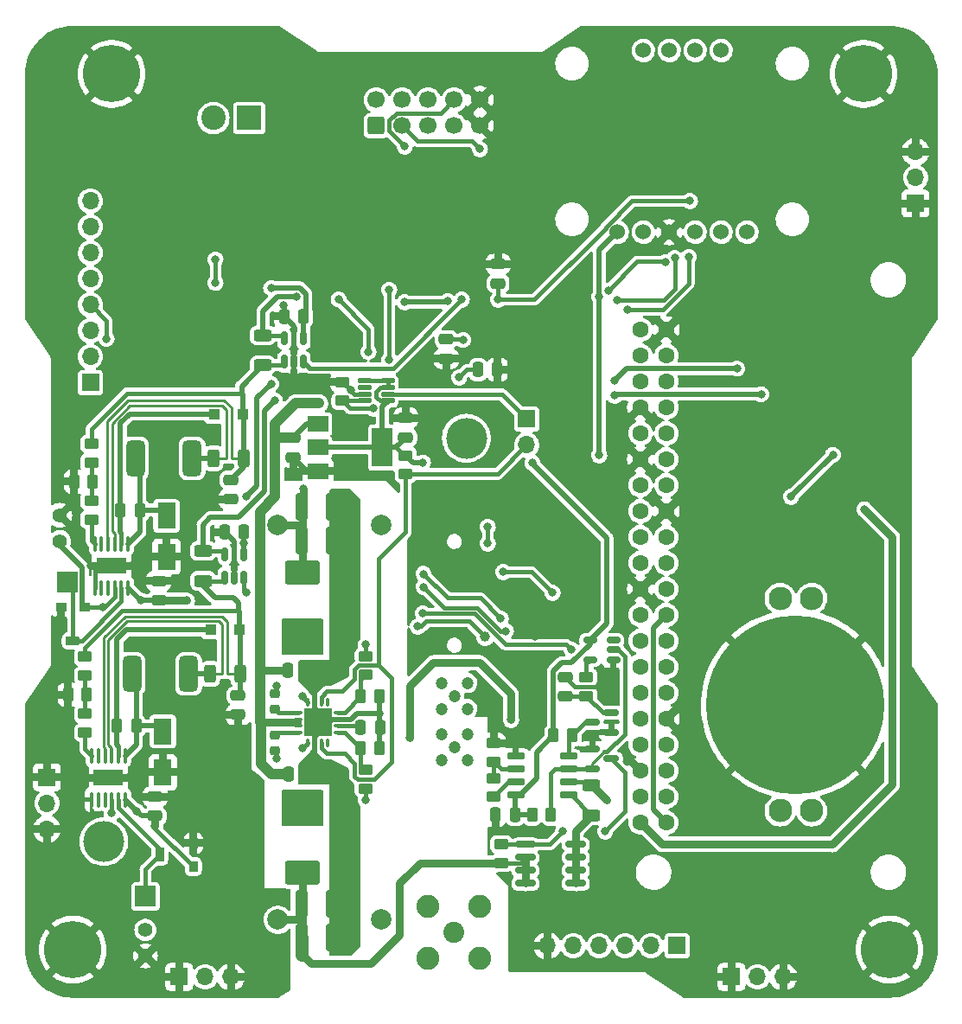
<source format=gbr>
%TF.GenerationSoftware,KiCad,Pcbnew,6.0.9-8da3e8f707~117~ubuntu22.04.1*%
%TF.CreationDate,2022-12-01T13:08:56-05:00*%
%TF.ProjectId,piridium-bus,70697269-6469-4756-9d2d-6275732e6b69,rev?*%
%TF.SameCoordinates,Original*%
%TF.FileFunction,Copper,L4,Bot*%
%TF.FilePolarity,Positive*%
%FSLAX46Y46*%
G04 Gerber Fmt 4.6, Leading zero omitted, Abs format (unit mm)*
G04 Created by KiCad (PCBNEW 6.0.9-8da3e8f707~117~ubuntu22.04.1) date 2022-12-01 13:08:56*
%MOMM*%
%LPD*%
G01*
G04 APERTURE LIST*
G04 Aperture macros list*
%AMRoundRect*
0 Rectangle with rounded corners*
0 $1 Rounding radius*
0 $2 $3 $4 $5 $6 $7 $8 $9 X,Y pos of 4 corners*
0 Add a 4 corners polygon primitive as box body*
4,1,4,$2,$3,$4,$5,$6,$7,$8,$9,$2,$3,0*
0 Add four circle primitives for the rounded corners*
1,1,$1+$1,$2,$3*
1,1,$1+$1,$4,$5*
1,1,$1+$1,$6,$7*
1,1,$1+$1,$8,$9*
0 Add four rect primitives between the rounded corners*
20,1,$1+$1,$2,$3,$4,$5,0*
20,1,$1+$1,$4,$5,$6,$7,0*
20,1,$1+$1,$6,$7,$8,$9,0*
20,1,$1+$1,$8,$9,$2,$3,0*%
G04 Aperture macros list end*
%TA.AperFunction,ComponentPad*%
%ADD10C,5.600000*%
%TD*%
%TA.AperFunction,ComponentPad*%
%ADD11C,1.524000*%
%TD*%
%TA.AperFunction,ComponentPad*%
%ADD12R,1.700000X1.700000*%
%TD*%
%TA.AperFunction,ComponentPad*%
%ADD13O,1.700000X1.700000*%
%TD*%
%TA.AperFunction,ComponentPad*%
%ADD14RoundRect,0.250000X0.600000X-0.600000X0.600000X0.600000X-0.600000X0.600000X-0.600000X-0.600000X0*%
%TD*%
%TA.AperFunction,ComponentPad*%
%ADD15C,1.700000*%
%TD*%
%TA.AperFunction,ComponentPad*%
%ADD16C,1.600000*%
%TD*%
%TA.AperFunction,ComponentPad*%
%ADD17R,2.400000X2.400000*%
%TD*%
%TA.AperFunction,ComponentPad*%
%ADD18C,2.400000*%
%TD*%
%TA.AperFunction,ComponentPad*%
%ADD19C,2.050000*%
%TD*%
%TA.AperFunction,ComponentPad*%
%ADD20C,2.250000*%
%TD*%
%TA.AperFunction,ComponentPad*%
%ADD21C,1.198880*%
%TD*%
%TA.AperFunction,ComponentPad*%
%ADD22C,4.000500*%
%TD*%
%TA.AperFunction,SMDPad,CuDef*%
%ADD23RoundRect,0.150000X-0.725000X-0.150000X0.725000X-0.150000X0.725000X0.150000X-0.725000X0.150000X0*%
%TD*%
%TA.AperFunction,SMDPad,CuDef*%
%ADD24RoundRect,0.250000X-0.450000X0.262500X-0.450000X-0.262500X0.450000X-0.262500X0.450000X0.262500X0*%
%TD*%
%TA.AperFunction,SMDPad,CuDef*%
%ADD25R,1.100000X1.100000*%
%TD*%
%TA.AperFunction,SMDPad,CuDef*%
%ADD26RoundRect,0.250000X0.450000X-0.262500X0.450000X0.262500X-0.450000X0.262500X-0.450000X-0.262500X0*%
%TD*%
%TA.AperFunction,SMDPad,CuDef*%
%ADD27RoundRect,0.250000X-0.625000X0.312500X-0.625000X-0.312500X0.625000X-0.312500X0.625000X0.312500X0*%
%TD*%
%TA.AperFunction,SMDPad,CuDef*%
%ADD28RoundRect,0.150000X-0.587500X-0.150000X0.587500X-0.150000X0.587500X0.150000X-0.587500X0.150000X0*%
%TD*%
%TA.AperFunction,SMDPad,CuDef*%
%ADD29RoundRect,0.087500X-0.325000X-0.087500X0.325000X-0.087500X0.325000X0.087500X-0.325000X0.087500X0*%
%TD*%
%TA.AperFunction,SMDPad,CuDef*%
%ADD30RoundRect,0.087500X-0.087500X-0.325000X0.087500X-0.325000X0.087500X0.325000X-0.087500X0.325000X0*%
%TD*%
%TA.AperFunction,ComponentPad*%
%ADD31C,0.500000*%
%TD*%
%TA.AperFunction,SMDPad,CuDef*%
%ADD32R,2.700000X2.700000*%
%TD*%
%TA.AperFunction,SMDPad,CuDef*%
%ADD33RoundRect,0.250000X0.475000X-0.250000X0.475000X0.250000X-0.475000X0.250000X-0.475000X-0.250000X0*%
%TD*%
%TA.AperFunction,SMDPad,CuDef*%
%ADD34RoundRect,0.235000X-1.465000X0.940000X-1.465000X-0.940000X1.465000X-0.940000X1.465000X0.940000X0*%
%TD*%
%TA.AperFunction,SMDPad,CuDef*%
%ADD35R,2.000000X2.000000*%
%TD*%
%TA.AperFunction,SMDPad,CuDef*%
%ADD36RoundRect,0.250000X-0.262500X-0.450000X0.262500X-0.450000X0.262500X0.450000X-0.262500X0.450000X0*%
%TD*%
%TA.AperFunction,SMDPad,CuDef*%
%ADD37RoundRect,0.100000X0.100000X-0.625000X0.100000X0.625000X-0.100000X0.625000X-0.100000X-0.625000X0*%
%TD*%
%TA.AperFunction,SMDPad,CuDef*%
%ADD38R,2.850000X1.650000*%
%TD*%
%TA.AperFunction,SMDPad,CuDef*%
%ADD39RoundRect,0.150000X0.512500X0.150000X-0.512500X0.150000X-0.512500X-0.150000X0.512500X-0.150000X0*%
%TD*%
%TA.AperFunction,SMDPad,CuDef*%
%ADD40RoundRect,0.225000X-0.250000X0.225000X-0.250000X-0.225000X0.250000X-0.225000X0.250000X0.225000X0*%
%TD*%
%TA.AperFunction,SMDPad,CuDef*%
%ADD41RoundRect,0.250000X-0.325000X-1.100000X0.325000X-1.100000X0.325000X1.100000X-0.325000X1.100000X0*%
%TD*%
%TA.AperFunction,SMDPad,CuDef*%
%ADD42RoundRect,0.150000X0.587500X0.150000X-0.587500X0.150000X-0.587500X-0.150000X0.587500X-0.150000X0*%
%TD*%
%TA.AperFunction,ComponentPad*%
%ADD43C,2.000000*%
%TD*%
%TA.AperFunction,SMDPad,CuDef*%
%ADD44RoundRect,0.225000X0.250000X-0.225000X0.250000X0.225000X-0.250000X0.225000X-0.250000X-0.225000X0*%
%TD*%
%TA.AperFunction,SMDPad,CuDef*%
%ADD45RoundRect,0.225000X-0.325000X-0.225000X0.325000X-0.225000X0.325000X0.225000X-0.325000X0.225000X0*%
%TD*%
%TA.AperFunction,SMDPad,CuDef*%
%ADD46RoundRect,0.225000X-0.475000X-0.225000X0.475000X-0.225000X0.475000X0.225000X-0.475000X0.225000X0*%
%TD*%
%TA.AperFunction,SMDPad,CuDef*%
%ADD47RoundRect,0.250000X-0.250000X-0.475000X0.250000X-0.475000X0.250000X0.475000X-0.250000X0.475000X0*%
%TD*%
%TA.AperFunction,SMDPad,CuDef*%
%ADD48RoundRect,0.250000X0.312500X0.625000X-0.312500X0.625000X-0.312500X-0.625000X0.312500X-0.625000X0*%
%TD*%
%TA.AperFunction,SMDPad,CuDef*%
%ADD49RoundRect,0.250000X-0.475000X0.250000X-0.475000X-0.250000X0.475000X-0.250000X0.475000X0.250000X0*%
%TD*%
%TA.AperFunction,SMDPad,CuDef*%
%ADD50RoundRect,0.250000X0.250000X0.475000X-0.250000X0.475000X-0.250000X-0.475000X0.250000X-0.475000X0*%
%TD*%
%TA.AperFunction,SMDPad,CuDef*%
%ADD51RoundRect,0.150000X0.150000X-0.512500X0.150000X0.512500X-0.150000X0.512500X-0.150000X-0.512500X0*%
%TD*%
%TA.AperFunction,SMDPad,CuDef*%
%ADD52RoundRect,0.462500X-0.462500X-1.287500X0.462500X-1.287500X0.462500X1.287500X-0.462500X1.287500X0*%
%TD*%
%TA.AperFunction,SMDPad,CuDef*%
%ADD53R,1.800000X2.500000*%
%TD*%
%TA.AperFunction,SMDPad,CuDef*%
%ADD54R,2.000000X1.500000*%
%TD*%
%TA.AperFunction,SMDPad,CuDef*%
%ADD55R,2.000000X3.800000*%
%TD*%
%TA.AperFunction,ComponentPad*%
%ADD56C,2.300000*%
%TD*%
%TA.AperFunction,SMDPad,CuDef*%
%ADD57C,17.500000*%
%TD*%
%TA.AperFunction,ComponentPad*%
%ADD58C,1.400000*%
%TD*%
%TA.AperFunction,SMDPad,CuDef*%
%ADD59RoundRect,0.150000X-0.825000X-0.150000X0.825000X-0.150000X0.825000X0.150000X-0.825000X0.150000X0*%
%TD*%
%TA.AperFunction,SMDPad,CuDef*%
%ADD60RoundRect,0.125000X-0.537500X-0.125000X0.537500X-0.125000X0.537500X0.125000X-0.537500X0.125000X0*%
%TD*%
%TA.AperFunction,SMDPad,CuDef*%
%ADD61RoundRect,0.225000X-0.225000X0.325000X-0.225000X-0.325000X0.225000X-0.325000X0.225000X0.325000X0*%
%TD*%
%TA.AperFunction,SMDPad,CuDef*%
%ADD62RoundRect,0.225000X-0.225000X0.475000X-0.225000X-0.475000X0.225000X-0.475000X0.225000X0.475000X0*%
%TD*%
%TA.AperFunction,ViaPad*%
%ADD63C,0.800000*%
%TD*%
%TA.AperFunction,ViaPad*%
%ADD64C,1.000000*%
%TD*%
%TA.AperFunction,Conductor*%
%ADD65C,0.508000*%
%TD*%
%TA.AperFunction,Conductor*%
%ADD66C,0.762000*%
%TD*%
%TA.AperFunction,Conductor*%
%ADD67C,0.381000*%
%TD*%
%TA.AperFunction,Conductor*%
%ADD68C,1.016000*%
%TD*%
%TA.AperFunction,Conductor*%
%ADD69C,1.270000*%
%TD*%
%TA.AperFunction,Conductor*%
%ADD70C,0.254000*%
%TD*%
G04 APERTURE END LIST*
D10*
%TO.P,MH1,1,1*%
%TO.N,GND*%
X110490000Y-55880000D03*
%TD*%
%TO.P,MH2,1,1*%
%TO.N,GND*%
X184150000Y-55880000D03*
%TD*%
%TO.P,MH3,1,1*%
%TO.N,GND*%
X186690000Y-141610000D03*
%TD*%
%TO.P,MH4,1,1*%
%TO.N,GND*%
X106680000Y-141610000D03*
%TD*%
D11*
%TO.P,A2,1,VIN*%
%TO.N,+3.3V*%
X160020000Y-71374000D03*
%TO.P,A2,2,3V3OUT*%
%TO.N,unconnected-(A2-Pad2)*%
X162560000Y-71374000D03*
%TO.P,A2,3,GND*%
%TO.N,GND*%
X165100000Y-71374000D03*
%TO.P,A2,4,SDA*%
%TO.N,I2C_SDA*%
X167640000Y-71374000D03*
%TO.P,A2,5,SCL*%
%TO.N,I2C_SCL*%
X170180000Y-71374000D03*
%TO.P,A2,6,RST*%
%TO.N,unconnected-(A2-Pad6)*%
X172720000Y-71374000D03*
%TO.P,A2,7,ADR*%
%TO.N,unconnected-(A2-Pad7)*%
X170180000Y-53594000D03*
%TO.P,A2,8,INT*%
%TO.N,unconnected-(A2-Pad8)*%
X167640000Y-53594000D03*
%TO.P,A2,9,PS1*%
%TO.N,unconnected-(A2-Pad9)*%
X165100000Y-53594000D03*
%TO.P,A2,10,PS0*%
%TO.N,unconnected-(A2-Pad10)*%
X162560000Y-53594000D03*
%TD*%
D12*
%TO.P,J7,1,Pin_1*%
%TO.N,GND*%
X189230000Y-68565000D03*
D13*
%TO.P,J7,2,Pin_2*%
%TO.N,Net-(D3-Pad2)*%
X189230000Y-66025000D03*
%TO.P,J7,3,Pin_3*%
%TO.N,GND*%
X189230000Y-63485000D03*
%TD*%
D12*
%TO.P,J9,1,Pin_1*%
%TO.N,GND*%
X117109000Y-144272000D03*
D13*
%TO.P,J9,2,Pin_2*%
%TO.N,Net-(D7-Pad2)*%
X119649000Y-144272000D03*
%TO.P,J9,3,Pin_3*%
%TO.N,GND*%
X122189000Y-144272000D03*
%TD*%
D12*
%TO.P,J8,1,Pin_1*%
%TO.N,GND*%
X104140000Y-124729000D03*
D13*
%TO.P,J8,2,Pin_2*%
%TO.N,Net-(D6-Pad2)*%
X104140000Y-127269000D03*
%TO.P,J8,3,Pin_3*%
%TO.N,GND*%
X104140000Y-129809000D03*
%TD*%
D14*
%TO.P,J5,1,Pin_1*%
%TO.N,/PAYLOAD_PWR*%
X136398000Y-60960000D03*
D15*
%TO.P,J5,2,Pin_2*%
%TO.N,I2C_SCL*%
X136398000Y-58420000D03*
%TO.P,J5,3,Pin_3*%
%TO.N,SPI_MOSI*%
X138938000Y-60960000D03*
%TO.P,J5,4,Pin_4*%
%TO.N,I2C_SDA*%
X138938000Y-58420000D03*
%TO.P,J5,5,Pin_5*%
%TO.N,SPI_MISO*%
X141478000Y-60960000D03*
%TO.P,J5,6,Pin_6*%
%TO.N,SPI_CE0*%
X141478000Y-58420000D03*
%TO.P,J5,7,Pin_7*%
%TO.N,SPI_SCK*%
X144018000Y-60960000D03*
%TO.P,J5,8,Pin_8*%
%TO.N,SPI_CE1*%
X144018000Y-58420000D03*
%TO.P,J5,9,Pin_9*%
%TO.N,GND*%
X146558000Y-60960000D03*
%TO.P,J5,10,Pin_10*%
X146558000Y-58420000D03*
%TD*%
D12*
%TO.P,JP1,1,A*%
%TO.N,Net-(JP1-Pad1)*%
X151130000Y-89662000D03*
D13*
%TO.P,JP1,2,B*%
%TO.N,/EN*%
X151130000Y-92202000D03*
%TD*%
D16*
%TO.P,A1,1,3V3*%
%TO.N,+3.3V*%
X164823000Y-129159000D03*
%TO.P,A1,2,5V*%
%TO.N,+5V*%
X162283000Y-129159000D03*
%TO.P,A1,3,2(SDA1)*%
%TO.N,I2C_SDA*%
X164823000Y-126619000D03*
%TO.P,A1,4,5V*%
%TO.N,+5V*%
X162283000Y-126619000D03*
%TO.P,A1,5,3(SCL1)*%
%TO.N,I2C_SCL*%
X164823000Y-124079000D03*
%TO.P,A1,6,GND*%
%TO.N,GND*%
X162283000Y-124079000D03*
%TO.P,A1,7,4(CLK0)*%
%TO.N,unconnected-(A1-Pad7)*%
X164823000Y-121539000D03*
%TO.P,A1,8,14(TxD)*%
%TO.N,UART_TX*%
X162283000Y-121539000D03*
%TO.P,A1,9,GND*%
%TO.N,GND*%
X164823000Y-118999000D03*
%TO.P,A1,10,15(RxD)*%
%TO.N,UART_RX*%
X162283000Y-118999000D03*
%TO.P,A1,11,17*%
%TO.N,unconnected-(A1-Pad11)*%
X164823000Y-116459000D03*
%TO.P,A1,12,18(PWM0)*%
%TO.N,unconnected-(A1-Pad12)*%
X162283000Y-116459000D03*
%TO.P,A1,13,27*%
%TO.N,unconnected-(A1-Pad13)*%
X164823000Y-113919000D03*
%TO.P,A1,14,GND*%
%TO.N,GND*%
X162283000Y-113919000D03*
%TO.P,A1,15,22*%
%TO.N,unconnected-(A1-Pad15)*%
X164823000Y-111379000D03*
%TO.P,A1,16,23*%
%TO.N,unconnected-(A1-Pad16)*%
X162283000Y-111379000D03*
%TO.P,A1,17,3V3*%
%TO.N,+3.3V*%
X164823000Y-108839000D03*
%TO.P,A1,18,24*%
%TO.N,unconnected-(A1-Pad18)*%
X162283000Y-108839000D03*
%TO.P,A1,19,10(MOSI)*%
%TO.N,SPI_MOSI*%
X164823000Y-106299000D03*
%TO.P,A1,20,GND*%
%TO.N,GND*%
X162283000Y-106299000D03*
%TO.P,A1,21,9(MISO)*%
%TO.N,SPI_MISO*%
X164823000Y-103759000D03*
%TO.P,A1,22,25*%
%TO.N,unconnected-(A1-Pad22)*%
X162283000Y-103759000D03*
%TO.P,A1,23,11(SCK)*%
%TO.N,SPI_SCK*%
X164823000Y-101219000D03*
%TO.P,A1,24,8(CE0)*%
%TO.N,SPI_CE0*%
X162283000Y-101219000D03*
%TO.P,A1,25,GND*%
%TO.N,GND*%
X164823000Y-98679000D03*
%TO.P,A1,26,7(CE1)*%
%TO.N,SPI_CE1*%
X162283000Y-98679000D03*
%TO.P,A1,27,0(SDA0)*%
%TO.N,unconnected-(A1-Pad27)*%
X164823000Y-96139000D03*
%TO.P,A1,28,1(SCL0)*%
%TO.N,unconnected-(A1-Pad28)*%
X162283000Y-96139000D03*
%TO.P,A1,29,5(CLK1)*%
%TO.N,unconnected-(A1-Pad29)*%
X164823000Y-93599000D03*
%TO.P,A1,30,GND*%
%TO.N,GND*%
X162283000Y-93599000D03*
%TO.P,A1,31,6(CLK2)*%
%TO.N,unconnected-(A1-Pad31)*%
X164823000Y-91059000D03*
%TO.P,A1,32,12(PWM0)*%
%TO.N,S_NET_AVAIL*%
X162283000Y-91059000D03*
%TO.P,A1,33,13(PWM1)*%
%TO.N,unconnected-(A1-Pad33)*%
X164823000Y-88519000D03*
%TO.P,A1,34,GND*%
%TO.N,GND*%
X162283000Y-88519000D03*
%TO.P,A1,35,19(PWM1)*%
%TO.N,ADC_CS*%
X164823000Y-85979000D03*
%TO.P,A1,36,16*%
%TO.N,S_RING_INDICATOR*%
X162283000Y-85979000D03*
%TO.P,A1,37,26*%
%TO.N,S_PAYLOAD_PWR*%
X164823000Y-83439000D03*
%TO.P,A1,38,20*%
%TO.N,S_MODEM_ON_OFF*%
X162283000Y-83439000D03*
%TO.P,A1,39,GND*%
%TO.N,GND*%
X164823000Y-80899000D03*
%TO.P,A1,40,21*%
%TO.N,S_HANDSHAKE*%
X162283000Y-80899000D03*
%TD*%
D17*
%TO.P,J1,1,Pin_1*%
%TO.N,Net-(J1-Pad1)*%
X123952000Y-60198000D03*
D18*
%TO.P,J1,2,Pin_2*%
%TO.N,Net-(J1-Pad2)*%
X120452000Y-60198000D03*
%TD*%
D19*
%TO.P,J4,1,In*%
%TO.N,Net-(A3-Pad21)*%
X144018000Y-139954000D03*
D20*
%TO.P,J4,2,Ext*%
%TO.N,GNDS*%
X146558000Y-137414000D03*
X141478000Y-142494000D03*
X146558000Y-142494000D03*
X141478000Y-137414000D03*
%TD*%
D12*
%TO.P,J3,1,Pin_1*%
%TO.N,UART_RTS*%
X165862000Y-141224000D03*
D13*
%TO.P,J3,2,Pin_2*%
%TO.N,UART_RX*%
X163322000Y-141224000D03*
%TO.P,J3,3,Pin_3*%
%TO.N,UART_TX*%
X160782000Y-141224000D03*
%TO.P,J3,4,Pin_4*%
%TO.N,unconnected-(J3-Pad4)*%
X158242000Y-141224000D03*
%TO.P,J3,5,Pin_5*%
%TO.N,UART_CTS*%
X155702000Y-141224000D03*
%TO.P,J3,6,Pin_6*%
%TO.N,GND*%
X153162000Y-141224000D03*
%TD*%
D21*
%TO.P,A3,21,RF_ANT*%
%TO.N,Net-(A3-Pad21)*%
X144047940Y-121783380D03*
%TO.P,A3,22,RF_GND*%
%TO.N,GNDS*%
X142777940Y-120513380D03*
X145328100Y-123053380D03*
X145328100Y-120513380D03*
X142777940Y-123053380D03*
%TO.P,A3,23,RF_GPS*%
%TO.N,unconnected-(A3-Pad23)*%
X144047940Y-116782120D03*
%TO.P,A3,24,RF_GND*%
%TO.N,unconnected-(A3-Pad24)*%
X142777940Y-115512120D03*
X145328100Y-115512120D03*
X142777940Y-118052120D03*
X145328100Y-118052120D03*
D22*
%TO.P,A3,25*%
%TO.N,N/C*%
X109730000Y-131031520D03*
X145229040Y-91531980D03*
%TD*%
D12*
%TO.P,J6,1,Pin_1*%
%TO.N,GND*%
X171211000Y-144272000D03*
D13*
%TO.P,J6,2,Pin_2*%
%TO.N,Net-(D2-Pad2)*%
X173751000Y-144272000D03*
%TO.P,J6,3,Pin_3*%
%TO.N,GND*%
X176291000Y-144272000D03*
%TD*%
D23*
%TO.P,U16,1,Vcc*%
%TO.N,+3.3VA*%
X150079000Y-126492000D03*
%TO.P,U16,2,OUT*%
%TO.N,/5VP LCL/OUT*%
X150079000Y-125222000D03*
%TO.P,U16,3,CIN1*%
%TO.N,/5VP LCL/CIN1*%
X150079000Y-123952000D03*
%TO.P,U16,4,GND*%
%TO.N,GND*%
X150079000Y-122682000D03*
%TO.P,U16,5,~{RESET}*%
%TO.N,Net-(Q14-Pad3)*%
X155229000Y-122682000D03*
%TO.P,U16,6,COUT1*%
%TO.N,Net-(Q13-Pad1)*%
X155229000Y-123952000D03*
%TO.P,U16,7,RS-*%
%TO.N,+5VP*%
X155229000Y-125222000D03*
%TO.P,U16,8,RS+*%
%TO.N,Net-(Q12-Pad5)*%
X155229000Y-126492000D03*
%TD*%
D24*
%TO.P,R31,1*%
%TO.N,Net-(R31-Pad1)*%
X108481500Y-97682000D03*
%TO.P,R31,2*%
%TO.N,Net-(R31-Pad2)*%
X108481500Y-99507000D03*
%TD*%
D25*
%TO.P,D9,1,K*%
%TO.N,Net-(C29-Pad2)*%
X120200000Y-110302000D03*
%TO.P,D9,2,A*%
%TO.N,Net-(C30-Pad1)*%
X123000000Y-110302000D03*
%TD*%
D26*
%TO.P,R15,1*%
%TO.N,/5VP LCL/POWER_IN*%
X135377000Y-125833500D03*
%TO.P,R15,2*%
%TO.N,Net-(R15-Pad2)*%
X135377000Y-124008500D03*
%TD*%
D27*
%TO.P,R52,1*%
%TO.N,+5VP*%
X157480000Y-125537500D03*
%TO.P,R52,2*%
%TO.N,Net-(Q12-Pad5)*%
X157480000Y-128462500D03*
%TD*%
D28*
%TO.P,Q13,1,G*%
%TO.N,Net-(Q13-Pad1)*%
X157558500Y-123886000D03*
%TO.P,Q13,2,S*%
%TO.N,GND*%
X157558500Y-121986000D03*
%TO.P,Q13,3,D*%
%TO.N,Net-(Q12-Pad4)*%
X159433500Y-122936000D03*
%TD*%
D26*
%TO.P,R48,1*%
%TO.N,/5VP LCL/POWER_IN*%
X148655000Y-133119500D03*
%TO.P,R48,2*%
%TO.N,Net-(Q12-Pad4)*%
X148655000Y-131294500D03*
%TD*%
D29*
%TO.P,U3,1,VBST2*%
%TO.N,Net-(C9-Pad1)*%
X128739000Y-120355000D03*
%TO.P,U3,2,VIN2*%
%TO.N,+BATT*%
X128739000Y-119705000D03*
%TO.P,U3,3,VIN1*%
X128739000Y-119055000D03*
%TO.P,U3,4,VBST1*%
%TO.N,Net-(C8-Pad1)*%
X128739000Y-118405000D03*
D30*
%TO.P,U3,5,SW1*%
%TO.N,Net-(C8-Pad2)*%
X129726500Y-117417500D03*
%TO.P,U3,6,PGND1*%
%TO.N,GND*%
X130376500Y-117417500D03*
%TO.P,U3,7,EN1*%
%TO.N,/EN*%
X131026500Y-117417500D03*
%TO.P,U3,8,PG1*%
%TO.N,unconnected-(U3-Pad8)*%
X131676500Y-117417500D03*
D29*
%TO.P,U3,9,VFB1*%
%TO.N,Net-(R4-Pad2)*%
X132664000Y-118405000D03*
%TO.P,U3,10,GND*%
%TO.N,GND*%
X132664000Y-119055000D03*
%TO.P,U3,11,VREG5*%
%TO.N,Net-(C10-Pad1)*%
X132664000Y-119705000D03*
%TO.P,U3,12,VFB2*%
%TO.N,Net-(R15-Pad2)*%
X132664000Y-120355000D03*
D30*
%TO.P,U3,13,PG2*%
%TO.N,unconnected-(U3-Pad13)*%
X131676500Y-121342500D03*
%TO.P,U3,14,EN2*%
%TO.N,/EN*%
X131026500Y-121342500D03*
%TO.P,U3,15,PGND2*%
%TO.N,GND*%
X130376500Y-121342500D03*
%TO.P,U3,16,SW2*%
%TO.N,Net-(C9-Pad2)*%
X129726500Y-121342500D03*
D31*
%TO.P,U3,17,PADGND*%
%TO.N,GND*%
X129601500Y-119380000D03*
X130701500Y-119380000D03*
X129601500Y-118280000D03*
X131801500Y-118280000D03*
X130701500Y-120480000D03*
X130701500Y-118280000D03*
X131801500Y-119380000D03*
X131801500Y-120480000D03*
D32*
X130701500Y-119380000D03*
D31*
X129601500Y-120480000D03*
%TD*%
D27*
%TO.P,R35,1*%
%TO.N,/CHARGE_OUT*%
X125288000Y-81463000D03*
%TO.P,R35,2*%
%TO.N,Net-(C25-Pad1)*%
X125288000Y-84388000D03*
%TD*%
D33*
%TO.P,C2,1*%
%TO.N,+3.3VA*%
X139294000Y-91456250D03*
%TO.P,C2,2*%
%TO.N,GND*%
X139294000Y-89556250D03*
%TD*%
D34*
%TO.P,L2,1,1*%
%TO.N,Net-(C9-Pad2)*%
X129177500Y-128039000D03*
%TO.P,L2,2,2*%
%TO.N,/5VP LCL/POWER_IN*%
X129177500Y-134089000D03*
%TD*%
D26*
%TO.P,R39,1*%
%TO.N,Net-(R38-Pad1)*%
X107884000Y-114770500D03*
%TO.P,R39,2*%
%TO.N,Net-(C30-Pad1)*%
X107884000Y-112945500D03*
%TD*%
D33*
%TO.P,C23,1*%
%TO.N,Net-(C23-Pad1)*%
X115085500Y-107418500D03*
%TO.P,C23,2*%
%TO.N,GND*%
X115085500Y-105518500D03*
%TD*%
D27*
%TO.P,R42,1*%
%TO.N,/CHARGE_OUT*%
X119446000Y-102570690D03*
%TO.P,R42,2*%
%TO.N,Net-(C30-Pad1)*%
X119446000Y-105495690D03*
%TD*%
D35*
%TO.P,TP6,1,1*%
%TO.N,Net-(RV1-Pad2)*%
X106172000Y-105664000D03*
%TD*%
D36*
%TO.P,R51,1*%
%TO.N,+3.3VA*%
X153773500Y-120650000D03*
%TO.P,R51,2*%
%TO.N,Net-(Q14-Pad3)*%
X155598500Y-120650000D03*
%TD*%
%TO.P,R40,1*%
%TO.N,GND*%
X106209500Y-116652000D03*
%TO.P,R40,2*%
%TO.N,Net-(R38-Pad1)*%
X108034500Y-116652000D03*
%TD*%
D37*
%TO.P,U11,1,VIN*%
%TO.N,Net-(C28-Pad1)*%
X111795000Y-126930000D03*
%TO.P,U11,2,VIN_REG*%
%TO.N,Net-(RV2-Pad2)*%
X111145000Y-126930000D03*
%TO.P,U11,3,~{SHDN}*%
%TO.N,Net-(C28-Pad1)*%
X110495000Y-126930000D03*
%TO.P,U11,4,~{CHRG}*%
%TO.N,unconnected-(U11-Pad4)*%
X109845000Y-126930000D03*
%TO.P,U11,5,~{FAULT}*%
%TO.N,unconnected-(U11-Pad5)*%
X109195000Y-126930000D03*
%TO.P,U11,6,TIMER*%
%TO.N,GND*%
X108545000Y-126930000D03*
%TO.P,U11,7,VFB*%
%TO.N,Net-(R38-Pad2)*%
X108545000Y-122630000D03*
%TO.P,U11,8,NTC*%
%TO.N,unconnected-(U11-Pad8)*%
X109195000Y-122630000D03*
%TO.P,U11,9,BAT*%
%TO.N,Net-(C30-Pad1)*%
X109845000Y-122630000D03*
%TO.P,U11,10,SENSE*%
%TO.N,Net-(L4-Pad2)*%
X110495000Y-122630000D03*
%TO.P,U11,11,BOOST*%
%TO.N,Net-(C29-Pad2)*%
X111145000Y-122630000D03*
%TO.P,U11,12,SW*%
%TO.N,Net-(C29-Pad1)*%
X111795000Y-122630000D03*
D38*
%TO.P,U11,13,GND*%
%TO.N,GND*%
X110170000Y-124780000D03*
%TD*%
D39*
%TO.P,U15,1,NC*%
%TO.N,unconnected-(U15-Pad1)*%
X159633500Y-111318000D03*
%TO.P,U15,2*%
%TO.N,Net-(Q13-Pad1)*%
X159633500Y-112268000D03*
%TO.P,U15,3,GND*%
%TO.N,GND*%
X159633500Y-113218000D03*
%TO.P,U15,4*%
%TO.N,Net-(R49-Pad1)*%
X157358500Y-113218000D03*
%TO.P,U15,5,VCC*%
%TO.N,+3.3VA*%
X157358500Y-111318000D03*
%TD*%
D40*
%TO.P,C9,1*%
%TO.N,Net-(C9-Pad1)*%
X126487000Y-120590000D03*
%TO.P,C9,2*%
%TO.N,Net-(C9-Pad2)*%
X126487000Y-122140000D03*
%TD*%
D41*
%TO.P,C5,1*%
%TO.N,/5V LCL/POWER_IN*%
X129125000Y-101553000D03*
%TO.P,C5,2*%
%TO.N,GND*%
X132075000Y-101553000D03*
%TD*%
D42*
%TO.P,Q14,1,G*%
%TO.N,Net-(C35-Pad1)*%
X159433500Y-118430000D03*
%TO.P,Q14,2,S*%
%TO.N,GND*%
X159433500Y-120330000D03*
%TO.P,Q14,3,D*%
%TO.N,Net-(Q14-Pad3)*%
X157558500Y-119380000D03*
%TD*%
D43*
%TO.P,TP4,1,1*%
%TO.N,/5VP LCL/POWER_IN*%
X126746000Y-138684000D03*
%TD*%
D37*
%TO.P,U9,1,VIN*%
%TO.N,Net-(C23-Pad1)*%
X112086500Y-106176500D03*
%TO.P,U9,2,VIN_REG*%
%TO.N,Net-(RV1-Pad2)*%
X111436500Y-106176500D03*
%TO.P,U9,3,~{SHDN}*%
%TO.N,Net-(C23-Pad1)*%
X110786500Y-106176500D03*
%TO.P,U9,4,~{CHRG}*%
%TO.N,unconnected-(U9-Pad4)*%
X110136500Y-106176500D03*
%TO.P,U9,5,~{FAULT}*%
%TO.N,unconnected-(U9-Pad5)*%
X109486500Y-106176500D03*
%TO.P,U9,6,TIMER*%
%TO.N,GND*%
X108836500Y-106176500D03*
%TO.P,U9,7,VFB*%
%TO.N,Net-(R31-Pad2)*%
X108836500Y-101876500D03*
%TO.P,U9,8,NTC*%
%TO.N,unconnected-(U9-Pad8)*%
X109486500Y-101876500D03*
%TO.P,U9,9,BAT*%
%TO.N,Net-(C25-Pad1)*%
X110136500Y-101876500D03*
%TO.P,U9,10,SENSE*%
%TO.N,Net-(L3-Pad2)*%
X110786500Y-101876500D03*
%TO.P,U9,11,BOOST*%
%TO.N,Net-(C24-Pad2)*%
X111436500Y-101876500D03*
%TO.P,U9,12,SW*%
%TO.N,Net-(C24-Pad1)*%
X112086500Y-101876500D03*
D38*
%TO.P,U9,13,GND*%
%TO.N,GND*%
X110461500Y-104026500D03*
%TD*%
D33*
%TO.P,C28,1*%
%TO.N,Net-(C28-Pad1)*%
X114742000Y-128524000D03*
%TO.P,C28,2*%
%TO.N,GND*%
X114742000Y-126624000D03*
%TD*%
D41*
%TO.P,C13,1*%
%TO.N,/5VP LCL/POWER_IN*%
X129125000Y-140415000D03*
%TO.P,C13,2*%
%TO.N,GND*%
X132075000Y-140415000D03*
%TD*%
D44*
%TO.P,C8,1*%
%TO.N,Net-(C8-Pad1)*%
X126487000Y-118076000D03*
%TO.P,C8,2*%
%TO.N,Net-(C8-Pad2)*%
X126487000Y-116526000D03*
%TD*%
D45*
%TO.P,RV1,1,1*%
%TO.N,Net-(C23-Pad1)*%
X107830000Y-108078000D03*
D46*
%TO.P,RV1,2,2*%
%TO.N,Net-(RV1-Pad2)*%
X106680000Y-111378000D03*
D45*
%TO.P,RV1,3,3*%
%TO.N,GND*%
X105530000Y-108078000D03*
%TD*%
D33*
%TO.P,C35,1*%
%TO.N,Net-(C35-Pad1)*%
X154940000Y-116805810D03*
%TO.P,C35,2*%
%TO.N,GND*%
X154940000Y-114905810D03*
%TD*%
D47*
%TO.P,C11,1*%
%TO.N,+BATT*%
X127823000Y-124413000D03*
%TO.P,C11,2*%
%TO.N,GND*%
X129723000Y-124413000D03*
%TD*%
D48*
%TO.P,R34,1*%
%TO.N,Net-(C25-Pad1)*%
X123406000Y-93514500D03*
%TO.P,R34,2*%
%TO.N,Net-(L3-Pad2)*%
X120481000Y-93514500D03*
%TD*%
D36*
%TO.P,R50,1*%
%TO.N,+3.3VA*%
X151674928Y-128397000D03*
%TO.P,R50,2*%
%TO.N,Net-(Q13-Pad1)*%
X153499928Y-128397000D03*
%TD*%
D34*
%TO.P,L1,1,1*%
%TO.N,/5V LCL/POWER_IN*%
X129177500Y-104671000D03*
%TO.P,L1,2,2*%
%TO.N,Net-(C8-Pad2)*%
X129177500Y-110721000D03*
%TD*%
D49*
%TO.P,C1,1*%
%TO.N,+BATT*%
X128270000Y-91506000D03*
%TO.P,C1,2*%
%TO.N,GND*%
X128270000Y-93406000D03*
%TD*%
D25*
%TO.P,D5,1,K*%
%TO.N,Net-(C24-Pad2)*%
X120543500Y-89196500D03*
%TO.P,D5,2,A*%
%TO.N,Net-(C25-Pad1)*%
X123343500Y-89196500D03*
%TD*%
D50*
%TO.P,C31,1*%
%TO.N,+3.3V*%
X123444000Y-100731190D03*
%TO.P,C31,2*%
%TO.N,GND*%
X121544000Y-100731190D03*
%TD*%
D51*
%TO.P,U12,1*%
%TO.N,/I_OUT_B*%
X123444000Y-105170690D03*
%TO.P,U12,2,GND*%
%TO.N,GND*%
X122494000Y-105170690D03*
%TO.P,U12,3,+*%
%TO.N,Net-(C30-Pad1)*%
X121544000Y-105170690D03*
%TO.P,U12,4,-*%
%TO.N,/CHARGE_OUT*%
X121544000Y-102895690D03*
%TO.P,U12,5,V+*%
%TO.N,+3.3V*%
X123444000Y-102895690D03*
%TD*%
D26*
%TO.P,R2,1*%
%TO.N,S_HANDSHAKE*%
X133096000Y-87884000D03*
%TO.P,R2,2*%
%TO.N,GND*%
X133096000Y-86059000D03*
%TD*%
D50*
%TO.P,C24,1*%
%TO.N,Net-(C24-Pad1)*%
X113241500Y-98594500D03*
%TO.P,C24,2*%
%TO.N,Net-(C24-Pad2)*%
X111341500Y-98594500D03*
%TD*%
D52*
%TO.P,L4,1,1*%
%TO.N,Net-(C29-Pad1)*%
X112475000Y-114620000D03*
%TO.P,L4,2,2*%
%TO.N,Net-(L4-Pad2)*%
X118025000Y-114620000D03*
%TD*%
D26*
%TO.P,R18,1*%
%TO.N,/5VP LCL/OUT*%
X147896500Y-126635500D03*
%TO.P,R18,2*%
%TO.N,/5VP LCL/CIN1*%
X147896500Y-124810500D03*
%TD*%
D53*
%TO.P,D4,1,K*%
%TO.N,Net-(C24-Pad1)*%
X115847500Y-99134500D03*
%TO.P,D4,2,A*%
%TO.N,GND*%
X115847500Y-103134500D03*
%TD*%
D48*
%TO.P,R41,1*%
%TO.N,Net-(C30-Pad1)*%
X123062500Y-114620000D03*
%TO.P,R41,2*%
%TO.N,Net-(L4-Pad2)*%
X120137500Y-114620000D03*
%TD*%
D54*
%TO.P,U1,1,GND*%
%TO.N,GND*%
X130708000Y-94756000D03*
%TO.P,U1,2,VO*%
%TO.N,+3.3VA*%
X130708000Y-92456000D03*
D55*
X137008000Y-92456000D03*
D54*
%TO.P,U1,3,VI*%
%TO.N,+BATT*%
X130708000Y-90156000D03*
%TD*%
D49*
%TO.P,C30,1*%
%TO.N,Net-(C30-Pad1)*%
X122870000Y-116718000D03*
%TO.P,C30,2*%
%TO.N,GND*%
X122870000Y-118618000D03*
%TD*%
D47*
%TO.P,C27,1*%
%TO.N,/V_IN_B*%
X146370000Y-84836000D03*
%TO.P,C27,2*%
%TO.N,GND*%
X148270000Y-84836000D03*
%TD*%
D36*
%TO.P,R33,1*%
%TO.N,GND*%
X106807000Y-95800500D03*
%TO.P,R33,2*%
%TO.N,Net-(R31-Pad1)*%
X108632000Y-95800500D03*
%TD*%
D50*
%TO.P,C29,1*%
%TO.N,Net-(C29-Pad1)*%
X112898000Y-119700000D03*
%TO.P,C29,2*%
%TO.N,Net-(C29-Pad2)*%
X110998000Y-119700000D03*
%TD*%
D35*
%TO.P,TP8,1,1*%
%TO.N,Net-(RV2-Pad2)*%
X113792000Y-136398000D03*
%TD*%
D26*
%TO.P,R32,1*%
%TO.N,Net-(R31-Pad1)*%
X108481500Y-93919000D03*
%TO.P,R32,2*%
%TO.N,Net-(C25-Pad1)*%
X108481500Y-92094000D03*
%TD*%
D56*
%TO.P,BT1,1,+*%
%TO.N,Net-(BT1-Pad1)*%
X179070000Y-128016000D03*
X175970000Y-128016000D03*
X179070000Y-107216000D03*
X175970000Y-107216000D03*
D57*
%TO.P,BT1,2,-*%
%TO.N,GND*%
X177470000Y-117616000D03*
%TD*%
D58*
%TO.P,TP5,1,1*%
%TO.N,GND*%
X105410000Y-99080000D03*
%TO.P,TP5,2,2*%
%TO.N,Net-(C23-Pad1)*%
X105410000Y-101620000D03*
%TD*%
D26*
%TO.P,R19,1*%
%TO.N,/5VP LCL/CIN1*%
X147896500Y-123213500D03*
%TO.P,R19,2*%
%TO.N,GND*%
X147896500Y-121388500D03*
%TD*%
D59*
%TO.P,Q12,1,S*%
%TO.N,/5VP LCL/POWER_IN*%
X151006000Y-135128000D03*
%TO.P,Q12,2,S*%
X151006000Y-133858000D03*
%TO.P,Q12,3,S*%
X151006000Y-132588000D03*
%TO.P,Q12,4,G*%
%TO.N,Net-(Q12-Pad4)*%
X151006000Y-131318000D03*
%TO.P,Q12,5,D*%
%TO.N,Net-(Q12-Pad5)*%
X155956000Y-131318000D03*
%TO.P,Q12,6,D*%
X155956000Y-132588000D03*
%TO.P,Q12,7,D*%
X155956000Y-133858000D03*
%TO.P,Q12,8,D*%
X155956000Y-135128000D03*
%TD*%
D24*
%TO.P,R49,1*%
%TO.N,Net-(R49-Pad1)*%
X156972000Y-114943310D03*
%TO.P,R49,2*%
%TO.N,Net-(C35-Pad1)*%
X156972000Y-116768310D03*
%TD*%
D43*
%TO.P,TP2,1,1*%
%TO.N,GND*%
X136906000Y-100076000D03*
%TD*%
D47*
%TO.P,C10,1*%
%TO.N,Net-(C10-Pad1)*%
X134869000Y-119841000D03*
%TO.P,C10,2*%
%TO.N,GND*%
X136769000Y-119841000D03*
%TD*%
D43*
%TO.P,TP1,1,1*%
%TO.N,/5V LCL/POWER_IN*%
X126746000Y-100076000D03*
%TD*%
D60*
%TO.P,U2,1,WDI*%
%TO.N,S_HANDSHAKE*%
X135260500Y-87884000D03*
%TO.P,U2,2,GND*%
%TO.N,GND*%
X135260500Y-87234000D03*
%TO.P,U2,3,NC*%
%TO.N,unconnected-(U2-Pad3)*%
X135260500Y-86584000D03*
%TO.P,U2,4,SET0*%
%TO.N,+3.3VA*%
X135260500Y-85934000D03*
%TO.P,U2,5,SET1*%
X137535500Y-85934000D03*
%TO.P,U2,6,SET2*%
X137535500Y-86584000D03*
%TO.P,U2,7,~{WDO}*%
%TO.N,Net-(JP1-Pad1)*%
X137535500Y-87234000D03*
%TO.P,U2,8,VCC*%
%TO.N,+3.3VA*%
X137535500Y-87884000D03*
%TD*%
D36*
%TO.P,R5,1*%
%TO.N,Net-(R4-Pad2)*%
X134869000Y-116840000D03*
%TO.P,R5,2*%
%TO.N,GND*%
X136694000Y-116840000D03*
%TD*%
D50*
%TO.P,C34,1*%
%TO.N,+3.3VA*%
X149981428Y-128397000D03*
%TO.P,C34,2*%
%TO.N,GND*%
X148081428Y-128397000D03*
%TD*%
D49*
%TO.P,C16,1*%
%TO.N,TELEM_VBATV*%
X143256000Y-81854000D03*
%TO.P,C16,2*%
%TO.N,GND*%
X143256000Y-83754000D03*
%TD*%
D41*
%TO.P,C6,1*%
%TO.N,/5V LCL/POWER_IN*%
X129125000Y-98251000D03*
%TO.P,C6,2*%
%TO.N,GND*%
X132075000Y-98251000D03*
%TD*%
D51*
%TO.P,U10,1*%
%TO.N,/I_OUT_A*%
X129286000Y-84063000D03*
%TO.P,U10,2,GND*%
%TO.N,GND*%
X128336000Y-84063000D03*
%TO.P,U10,3,+*%
%TO.N,Net-(C25-Pad1)*%
X127386000Y-84063000D03*
%TO.P,U10,4,-*%
%TO.N,/CHARGE_OUT*%
X127386000Y-81788000D03*
%TO.P,U10,5,V+*%
%TO.N,+3.3V*%
X129286000Y-81788000D03*
%TD*%
D41*
%TO.P,C12,1*%
%TO.N,/5VP LCL/POWER_IN*%
X129125000Y-137160000D03*
%TO.P,C12,2*%
%TO.N,GND*%
X132075000Y-137160000D03*
%TD*%
D49*
%TO.P,C25,1*%
%TO.N,Net-(C25-Pad1)*%
X122174000Y-95612500D03*
%TO.P,C25,2*%
%TO.N,GND*%
X122174000Y-97512500D03*
%TD*%
D43*
%TO.P,TP3,1,1*%
%TO.N,GND*%
X136906000Y-138684000D03*
%TD*%
D24*
%TO.P,R10,1*%
%TO.N,+3.3VA*%
X139294000Y-93234250D03*
%TO.P,R10,2*%
%TO.N,/EN*%
X139294000Y-95059250D03*
%TD*%
D33*
%TO.P,C22,1*%
%TO.N,/V_IN_A*%
X148336000Y-76388000D03*
%TO.P,C22,2*%
%TO.N,GND*%
X148336000Y-74488000D03*
%TD*%
D58*
%TO.P,TP7,1,1*%
%TO.N,GND*%
X113792000Y-142220000D03*
%TO.P,TP7,2,2*%
%TO.N,Net-(C28-Pad1)*%
X113792000Y-139680000D03*
%TD*%
D50*
%TO.P,C26,1*%
%TO.N,+3.3V*%
X129286000Y-79623500D03*
%TO.P,C26,2*%
%TO.N,GND*%
X127386000Y-79623500D03*
%TD*%
D12*
%TO.P,J2,1,Pin_1*%
%TO.N,/B1H*%
X108401000Y-86091000D03*
D13*
%TO.P,J2,2,Pin_2*%
%TO.N,/B1L*%
X108401000Y-83551000D03*
%TO.P,J2,3,Pin_3*%
%TO.N,/B2H*%
X108401000Y-81011000D03*
%TO.P,J2,4,Pin_4*%
%TO.N,/B2L*%
X108401000Y-78471000D03*
%TO.P,J2,5,Pin_5*%
%TO.N,/A1H*%
X108401000Y-75931000D03*
%TO.P,J2,6,Pin_6*%
%TO.N,/A1L*%
X108401000Y-73391000D03*
%TO.P,J2,7,Pin_7*%
%TO.N,/A2H*%
X108401000Y-70851000D03*
%TO.P,J2,8,Pin_8*%
%TO.N,/A2L*%
X108401000Y-68311000D03*
%TD*%
D24*
%TO.P,R38,1*%
%TO.N,Net-(R38-Pad1)*%
X107884000Y-118533500D03*
%TO.P,R38,2*%
%TO.N,Net-(R38-Pad2)*%
X107884000Y-120358500D03*
%TD*%
D36*
%TO.P,R16,1*%
%TO.N,Net-(R15-Pad2)*%
X134869000Y-121873000D03*
%TO.P,R16,2*%
%TO.N,GND*%
X136694000Y-121873000D03*
%TD*%
D47*
%TO.P,C7,1*%
%TO.N,+BATT*%
X127719500Y-114300000D03*
%TO.P,C7,2*%
%TO.N,GND*%
X129619500Y-114300000D03*
%TD*%
D61*
%TO.P,RV2,1,1*%
%TO.N,Net-(C28-Pad1)*%
X118490000Y-133484000D03*
D62*
%TO.P,RV2,2,2*%
%TO.N,Net-(RV2-Pad2)*%
X115190000Y-132334000D03*
D61*
%TO.P,RV2,3,3*%
%TO.N,GND*%
X118490000Y-131184000D03*
%TD*%
D52*
%TO.P,L3,1,1*%
%TO.N,Net-(C24-Pad1)*%
X112818500Y-93514500D03*
%TO.P,L3,2,2*%
%TO.N,Net-(L3-Pad2)*%
X118368500Y-93514500D03*
%TD*%
D24*
%TO.P,R4,1*%
%TO.N,/5V LCL/POWER_IN*%
X135377000Y-112879500D03*
%TO.P,R4,2*%
%TO.N,Net-(R4-Pad2)*%
X135377000Y-114704500D03*
%TD*%
D53*
%TO.P,D8,1,K*%
%TO.N,Net-(C29-Pad1)*%
X115504000Y-120240000D03*
%TO.P,D8,2,A*%
%TO.N,GND*%
X115504000Y-124240000D03*
%TD*%
D63*
%TO.N,+3.3V*%
X143383000Y-78105000D03*
X126111000Y-76835000D03*
X158242000Y-77724000D03*
X139192000Y-78232000D03*
X123444000Y-101854000D03*
X158242000Y-93218000D03*
X123698000Y-97282000D03*
X126111000Y-86233000D03*
%TO.N,+5V*%
X184211500Y-98490500D03*
%TO.N,GND*%
X138938000Y-82296000D03*
X112268000Y-84582000D03*
X134366000Y-98044000D03*
X181864000Y-78232000D03*
X132842000Y-93980000D03*
X132334000Y-113792000D03*
X148082000Y-129794000D03*
X127356500Y-78561766D03*
X122494000Y-103820000D03*
D64*
X144028820Y-103388820D03*
D63*
X172212000Y-120904000D03*
X153670000Y-85852000D03*
X112395000Y-104013000D03*
X105410000Y-109220000D03*
X185420000Y-94996000D03*
X110461500Y-104026500D03*
X122682000Y-139700000D03*
X116840000Y-71882000D03*
X134366000Y-140716000D03*
X134935000Y-78806000D03*
X136694000Y-118467500D03*
X147828000Y-73152000D03*
X105918000Y-81280000D03*
X135128000Y-72898000D03*
X132334000Y-124968000D03*
X157226000Y-120650000D03*
X134366000Y-101600000D03*
X116840000Y-73152000D03*
X133350000Y-113792000D03*
X112268000Y-124714000D03*
X139192000Y-65786000D03*
X144018000Y-110490000D03*
X116840000Y-70612000D03*
X150876000Y-121412000D03*
X140970000Y-88900000D03*
X133350000Y-124968000D03*
X116840000Y-74422000D03*
X110236000Y-124714000D03*
X134366000Y-138938000D03*
X149606000Y-84836000D03*
X107950000Y-124714000D03*
X184404000Y-102362000D03*
X171958000Y-94234000D03*
X133882753Y-86841597D03*
X151972740Y-110917260D03*
X134366000Y-99822000D03*
X159385000Y-114427000D03*
X157480000Y-108966000D03*
X132842000Y-114808000D03*
X181153000Y-119521000D03*
X134366000Y-137160000D03*
X155416000Y-79026000D03*
X174752000Y-102616000D03*
X108458000Y-104013000D03*
X132842000Y-123952000D03*
X157988000Y-106172000D03*
%TO.N,UART_TX*%
X153670000Y-106680000D03*
X148844000Y-104648000D03*
%TO.N,UART_RX*%
X140970000Y-108712000D03*
X155552000Y-112268000D03*
%TO.N,SPI_MOSI*%
X146558000Y-63246000D03*
X167005000Y-73787000D03*
X160994866Y-78941744D03*
%TO.N,SPI_MISO*%
X165637687Y-73901277D03*
X160018116Y-77979884D03*
%TO.N,SPI_SCK*%
X164719000Y-74295000D03*
X159147727Y-77072273D03*
%TO.N,SPI_CE1*%
X139192000Y-62992000D03*
%TO.N,S_RING_INDICATOR*%
X147320000Y-101854000D03*
X147320000Y-100221260D03*
%TO.N,S_MODEM_ON_OFF*%
X140462000Y-109982000D03*
D64*
X147066000Y-110998000D03*
D63*
%TO.N,S_HANDSHAKE*%
X136144000Y-88646000D03*
%TO.N,+5VP*%
X159004000Y-127000000D03*
%TO.N,UART_CTS*%
X149098000Y-110417000D03*
X141050740Y-106091260D03*
%TO.N,Net-(A3-Pad13)*%
X141027150Y-104821260D03*
X148600890Y-109209110D03*
D64*
%TO.N,+BATT*%
X130810000Y-88138000D03*
D63*
%TO.N,+3.3VA*%
X159738000Y-85930997D03*
X177038000Y-97282000D03*
X181137884Y-93164174D03*
X171732000Y-84725000D03*
X151692429Y-93933000D03*
X140970000Y-93933000D03*
%TO.N,Net-(C3-Pad1)*%
X120645837Y-74035513D03*
X120650000Y-76342000D03*
%TO.N,/5V LCL/POWER_IN*%
X129286000Y-96520000D03*
X135382000Y-111760000D03*
X174101000Y-87233000D03*
X159738000Y-87376000D03*
%TO.N,/5VP LCL/POWER_IN*%
X129286000Y-142240000D03*
X135382000Y-127000000D03*
%TO.N,/V_IN_A*%
X148336000Y-77978000D03*
X167132000Y-68326000D03*
%TO.N,/V_IN_B*%
X144526000Y-85598000D03*
%TO.N,Net-(C23-Pad1)*%
X113318000Y-107408000D03*
X139700000Y-120904000D03*
X149606000Y-119126000D03*
X117856000Y-107442000D03*
X109600000Y-108078000D03*
%TO.N,Net-(C8-Pad2)*%
X128161500Y-112268000D03*
X129177500Y-116840000D03*
X130193500Y-112268000D03*
X126637500Y-115824000D03*
%TO.N,/CHARGE_OUT*%
X128571234Y-77708266D03*
X126478106Y-87851000D03*
%TO.N,/I_OUT_A*%
X144780000Y-77978000D03*
%TO.N,/I_OUT_B*%
X123698000Y-106680000D03*
%TO.N,Net-(C9-Pad2)*%
X130193500Y-126492000D03*
X129177500Y-121920000D03*
X126637500Y-122936000D03*
X128161500Y-126492000D03*
%TO.N,Net-(C28-Pad1)*%
X112955500Y-128090500D03*
X110490000Y-128270000D03*
X114742000Y-129474000D03*
%TO.N,/B2L*%
X109982000Y-81801000D03*
%TO.N,TELEM_VBATV*%
X144907000Y-81915000D03*
%TO.N,Net-(Q12-Pad4)*%
X158830000Y-130048000D03*
X154686000Y-130048000D03*
%TO.N,TELEM_IBAT*%
X132717500Y-77952500D03*
X135636000Y-83088500D03*
%TO.N,TELEM_IPAYLOAD*%
X137668000Y-83878500D03*
X137668000Y-77002500D03*
%TD*%
D65*
%TO.N,+3.3V*%
X129499500Y-77429500D02*
X129499500Y-79410000D01*
X164823000Y-129159000D02*
X163569000Y-127905000D01*
X129499500Y-79410000D02*
X129286000Y-79623500D01*
X158242000Y-77724000D02*
X158242000Y-73152000D01*
X123444000Y-100731190D02*
X123444000Y-102895690D01*
X143256000Y-78232000D02*
X143383000Y-78105000D01*
X158242000Y-73152000D02*
X160020000Y-71374000D01*
X163569000Y-110093000D02*
X164823000Y-108839000D01*
X126111000Y-76835000D02*
X128905000Y-76835000D01*
X124714000Y-87630000D02*
X124714000Y-96266000D01*
X129286000Y-79623500D02*
X129286000Y-81788000D01*
X128905000Y-76835000D02*
X129499500Y-77429500D01*
X163569000Y-127905000D02*
X163569000Y-110093000D01*
X126111000Y-86233000D02*
X124714000Y-87630000D01*
X139192000Y-78232000D02*
X143256000Y-78232000D01*
X158242000Y-77724000D02*
X158242000Y-93218000D01*
X124714000Y-96266000D02*
X123698000Y-97282000D01*
D66*
%TO.N,+5V*%
X186944000Y-101223000D02*
X186944000Y-125476000D01*
X186944000Y-125476000D02*
X181102000Y-131318000D01*
X184211500Y-98490500D02*
X186944000Y-101223000D01*
X164442000Y-131318000D02*
X162283000Y-129159000D01*
X181102000Y-131318000D02*
X164442000Y-131318000D01*
D65*
%TO.N,GND*%
X128336000Y-80573500D02*
X127386000Y-79623500D01*
X130376500Y-117417500D02*
X130376500Y-115749500D01*
D67*
X154940000Y-114905810D02*
X155880500Y-115846310D01*
D65*
X122494000Y-105170690D02*
X122494000Y-103820000D01*
X122494000Y-101681190D02*
X121544000Y-100731190D01*
X127356500Y-78561766D02*
X127386000Y-78591266D01*
X132664000Y-119055000D02*
X133910447Y-119055000D01*
X133910447Y-119055000D02*
X134497947Y-118467500D01*
D67*
X133878597Y-86841597D02*
X133096000Y-86059000D01*
X108836500Y-104391500D02*
X108458000Y-104013000D01*
D65*
X132664000Y-119055000D02*
X132126500Y-119055000D01*
D67*
X155880500Y-115846310D02*
X157965690Y-115846310D01*
D65*
X130376500Y-115057000D02*
X129619500Y-114300000D01*
X130708000Y-94756000D02*
X129620000Y-94756000D01*
X136694000Y-118467500D02*
X136694000Y-116840000D01*
X134497947Y-118467500D02*
X136694000Y-118467500D01*
D67*
X133882753Y-86841597D02*
X134275156Y-87234000D01*
D65*
X128336000Y-84063000D02*
X128336000Y-82671500D01*
X122494000Y-103820000D02*
X122494000Y-101681190D01*
X130376500Y-115749500D02*
X130376500Y-115057000D01*
X128336000Y-82671500D02*
X128336000Y-80573500D01*
X130376500Y-121342500D02*
X130376500Y-120805000D01*
X130376500Y-121342500D02*
X130376500Y-123759500D01*
D67*
X157965690Y-115846310D02*
X159385000Y-114427000D01*
X133882753Y-86841597D02*
X133878597Y-86841597D01*
D65*
X127386000Y-78591266D02*
X127386000Y-79623500D01*
X132126500Y-119055000D02*
X131801500Y-119380000D01*
X129620000Y-94756000D02*
X128270000Y-93406000D01*
X130376500Y-117417500D02*
X130376500Y-117955000D01*
D67*
X108836500Y-106176500D02*
X108836500Y-104391500D01*
D65*
X136694000Y-121920000D02*
X136694000Y-118467500D01*
X130376500Y-120805000D02*
X130701500Y-120480000D01*
X130376500Y-117955000D02*
X130701500Y-118280000D01*
D67*
X159385000Y-114427000D02*
X159633500Y-114178500D01*
X134275156Y-87234000D02*
X135260500Y-87234000D01*
D65*
X130376500Y-123759500D02*
X129723000Y-124413000D01*
D67*
X159633500Y-114178500D02*
X159633500Y-113218000D01*
X133214000Y-86177000D02*
X133096000Y-86059000D01*
%TO.N,UART_TX*%
X153670000Y-106680000D02*
X151638000Y-104648000D01*
X151638000Y-104648000D02*
X148844000Y-104648000D01*
%TO.N,UART_RX*%
X149098000Y-111760000D02*
X146050000Y-108712000D01*
X155044000Y-111760000D02*
X149098000Y-111760000D01*
X155552000Y-112268000D02*
X155044000Y-111760000D01*
X146050000Y-108712000D02*
X140970000Y-108712000D01*
%TO.N,SPI_MOSI*%
X164449914Y-78941744D02*
X167005000Y-76386658D01*
X167005000Y-76386658D02*
X167005000Y-73787000D01*
X140462000Y-62484000D02*
X138938000Y-60960000D01*
X145796000Y-62484000D02*
X140462000Y-62484000D01*
X146558000Y-63246000D02*
X145796000Y-62484000D01*
X160994866Y-78941744D02*
X164449914Y-78941744D01*
%TO.N,SPI_MISO*%
X165637687Y-76932313D02*
X165637687Y-73901277D01*
X164590116Y-77979884D02*
X165637687Y-76932313D01*
X160018116Y-77979884D02*
X164590116Y-77979884D01*
%TO.N,SPI_SCK*%
X164662499Y-74238499D02*
X164719000Y-74295000D01*
X161981501Y-74238499D02*
X164662499Y-74238499D01*
X159147727Y-77072273D02*
X161981501Y-74238499D01*
%TO.N,SPI_CE1*%
X137668000Y-60452000D02*
X138400500Y-59719500D01*
X142718500Y-59719500D02*
X144018000Y-58420000D01*
X139192000Y-62992000D02*
X137668000Y-61468000D01*
X138400500Y-59719500D02*
X142718500Y-59719500D01*
X137668000Y-61468000D02*
X137668000Y-60452000D01*
%TO.N,S_RING_INDICATOR*%
X147320000Y-100221260D02*
X147320000Y-101854000D01*
%TO.N,S_MODEM_ON_OFF*%
X140817936Y-109982000D02*
X141325936Y-109474000D01*
X141325936Y-109474000D02*
X145542000Y-109474000D01*
X140462000Y-109982000D02*
X140817936Y-109982000D01*
X145542000Y-109474000D02*
X147066000Y-110998000D01*
%TO.N,S_HANDSHAKE*%
X133096000Y-87884000D02*
X134203500Y-87884000D01*
X134112000Y-87884000D02*
X135260500Y-87884000D01*
X133858000Y-88646000D02*
X133096000Y-87884000D01*
X136144000Y-88646000D02*
X133858000Y-88646000D01*
D66*
%TO.N,+5VP*%
X157541500Y-125537500D02*
X159004000Y-127000000D01*
D67*
X157164500Y-125222000D02*
X157480000Y-125537500D01*
X155229000Y-125222000D02*
X157164500Y-125222000D01*
D66*
X157480000Y-125537500D02*
X157541500Y-125537500D01*
D67*
%TO.N,UART_CTS*%
X148590000Y-110417000D02*
X149098000Y-110417000D01*
X143090480Y-108131000D02*
X146304000Y-108131000D01*
X146304000Y-108131000D02*
X148590000Y-110417000D01*
X141050740Y-106091260D02*
X143090480Y-108131000D01*
%TO.N,Net-(A3-Pad13)*%
X146579780Y-107188000D02*
X148600890Y-109209110D01*
X143393890Y-107188000D02*
X146579780Y-107188000D01*
X141027150Y-104821260D02*
X143393890Y-107188000D01*
D65*
%TO.N,+BATT*%
X130708000Y-90156000D02*
X129620000Y-90156000D01*
D68*
X125113500Y-119380000D02*
X125038000Y-119304500D01*
D66*
X125113500Y-119380000D02*
X128669500Y-119380000D01*
D68*
X128270000Y-91506000D02*
X126558000Y-91506000D01*
X128524000Y-88138000D02*
X130810000Y-88138000D01*
X126129500Y-124460000D02*
X127719500Y-124460000D01*
X125038000Y-119304500D02*
X125038000Y-98736000D01*
X125113500Y-119380000D02*
X125113500Y-123444000D01*
X126492000Y-97282000D02*
X126492000Y-91440000D01*
D65*
X129620000Y-90156000D02*
X128270000Y-91506000D01*
D66*
X127719500Y-114300000D02*
X125222000Y-114300000D01*
D68*
X125038000Y-98736000D02*
X126492000Y-97282000D01*
X125113500Y-123444000D02*
X126129500Y-124460000D01*
X126558000Y-91506000D02*
X126492000Y-91440000D01*
X126492000Y-91440000D02*
X126492000Y-90170000D01*
X126492000Y-90170000D02*
X128524000Y-88138000D01*
D65*
%TO.N,+3.3VA*%
X157358500Y-111318000D02*
X157358500Y-111701315D01*
D67*
X136793973Y-86584000D02*
X136398000Y-86979973D01*
D65*
X150538185Y-126492000D02*
X152146000Y-124884185D01*
X159004000Y-101346503D02*
X159004000Y-109672500D01*
X181137884Y-93182116D02*
X177038000Y-97282000D01*
X139294000Y-93234250D02*
X139992750Y-93933000D01*
X152146000Y-122277500D02*
X153773500Y-120650000D01*
X139992750Y-93933000D02*
X140970000Y-93933000D01*
X181137884Y-93164174D02*
X181137884Y-93182116D01*
X151674928Y-128397000D02*
X149981428Y-128397000D01*
X154587204Y-113538000D02*
X153761000Y-114364204D01*
X138364000Y-92456000D02*
X139294000Y-91526000D01*
D67*
X135260500Y-85934000D02*
X137535500Y-85934000D01*
X139142250Y-93234250D02*
X138364000Y-92456000D01*
X136398000Y-86979973D02*
X136398000Y-87488027D01*
D65*
X157358500Y-111701315D02*
X155521815Y-113538000D01*
X150079000Y-126492000D02*
X150538185Y-126492000D01*
X149981428Y-126589572D02*
X150079000Y-126492000D01*
X159004000Y-109672500D02*
X157358500Y-111318000D01*
X139294000Y-91526000D02*
X139294000Y-91456250D01*
X171732000Y-84725000D02*
X160943997Y-84725000D01*
D67*
X136793973Y-87884000D02*
X137535500Y-87884000D01*
D65*
X153761000Y-114364204D02*
X153761000Y-120637500D01*
X151692429Y-93933000D02*
X151692429Y-94034932D01*
X151692429Y-94034932D02*
X159004000Y-101346503D01*
X155521815Y-113538000D02*
X154587204Y-113538000D01*
X160943997Y-84725000D02*
X159738000Y-85930997D01*
D67*
X139294000Y-93234250D02*
X139142250Y-93234250D01*
D65*
X153761000Y-120637500D02*
X153773500Y-120650000D01*
X137008000Y-93513000D02*
X137008000Y-88465500D01*
D67*
X137535500Y-86584000D02*
X136793973Y-86584000D01*
X137535500Y-85934000D02*
X137535500Y-86584000D01*
D65*
X149981428Y-128397000D02*
X149981428Y-126589572D01*
X137008000Y-88465500D02*
X137535500Y-87938000D01*
X152146000Y-124884185D02*
X152146000Y-122277500D01*
D67*
X136398000Y-87488027D02*
X136793973Y-87884000D01*
D65*
X130708000Y-92456000D02*
X137008000Y-92456000D01*
X137008000Y-92456000D02*
X138364000Y-92456000D01*
D67*
%TO.N,Net-(C3-Pad1)*%
X120650000Y-76342000D02*
X120650000Y-74039676D01*
X120650000Y-74039676D02*
X120645837Y-74035513D01*
D66*
%TO.N,/5V LCL/POWER_IN*%
X129226500Y-96579500D02*
X129226500Y-98044000D01*
D65*
X159881000Y-87233000D02*
X159738000Y-87376000D01*
D66*
X129177500Y-104671000D02*
X129177500Y-100076000D01*
D65*
X174101000Y-87233000D02*
X159881000Y-87233000D01*
D67*
X135377000Y-112879500D02*
X135377000Y-111765000D01*
D66*
X129177500Y-98093000D02*
X129226500Y-98044000D01*
X129177500Y-100076000D02*
X129177500Y-98093000D01*
X126746000Y-100076000D02*
X129177500Y-100076000D01*
D67*
X135377000Y-111765000D02*
X135382000Y-111760000D01*
D66*
X129286000Y-96520000D02*
X129226500Y-96579500D01*
D67*
%TO.N,Net-(C8-Pad1)*%
X126816000Y-118405000D02*
X126487000Y-118076000D01*
X128739000Y-118405000D02*
X126816000Y-118405000D01*
%TO.N,Net-(JP1-Pad1)*%
X137535500Y-87234000D02*
X148702000Y-87234000D01*
X148702000Y-87234000D02*
X151130000Y-89662000D01*
%TO.N,/EN*%
X137912500Y-123199500D02*
X136181500Y-124930500D01*
X136181500Y-124930500D02*
X134582500Y-124930500D01*
X134286500Y-114176696D02*
X134680696Y-113782500D01*
X136652000Y-113782500D02*
X136652000Y-103378000D01*
X151130000Y-92202000D02*
X148272750Y-95059250D01*
X131026500Y-121886000D02*
X131026500Y-121342500D01*
X131568500Y-122428000D02*
X131026500Y-121886000D01*
X134286500Y-115141500D02*
X134286500Y-114176696D01*
X137912500Y-115052500D02*
X137912500Y-123199500D01*
X134286500Y-124634500D02*
X134286500Y-123480696D01*
X134288000Y-123366000D02*
X133350000Y-122428000D01*
X131026500Y-117417500D02*
X131026500Y-116877500D01*
X131572000Y-116332000D02*
X133096000Y-116332000D01*
X136652000Y-103378000D02*
X139294000Y-100736000D01*
X134286500Y-123480696D02*
X134288000Y-123479196D01*
X148272750Y-95059250D02*
X139294000Y-95059250D01*
X136652000Y-113792000D02*
X137912500Y-115052500D01*
X131026500Y-116877500D02*
X131572000Y-116332000D01*
X133096000Y-116332000D02*
X134286500Y-115141500D01*
X134582500Y-124930500D02*
X134286500Y-124634500D01*
X134288000Y-123479196D02*
X134288000Y-123366000D01*
X139294000Y-100736000D02*
X139294000Y-95059250D01*
X134680696Y-113782500D02*
X136652000Y-113782500D01*
X133350000Y-122428000D02*
X131568500Y-122428000D01*
X136652000Y-113782500D02*
X136652000Y-113792000D01*
D66*
%TO.N,/5VP LCL/POWER_IN*%
X126746000Y-138684000D02*
X129177500Y-138684000D01*
X138684000Y-135128000D02*
X138684000Y-140208000D01*
D67*
X150474500Y-133119500D02*
X151006000Y-132588000D01*
X148655000Y-133119500D02*
X150474500Y-133119500D01*
D66*
X138684000Y-140208000D02*
X135890000Y-143002000D01*
D69*
X129125000Y-142079000D02*
X129125000Y-140415000D01*
D66*
X135890000Y-143002000D02*
X130048000Y-143002000D01*
X148655000Y-133119500D02*
X140692500Y-133119500D01*
X129226500Y-140716000D02*
X129226500Y-142180500D01*
X130048000Y-143002000D02*
X129286000Y-142240000D01*
X129177500Y-138684000D02*
X129177500Y-140667000D01*
X129177500Y-134089000D02*
X129177500Y-138684000D01*
X140692500Y-133119500D02*
X138684000Y-135128000D01*
X151006000Y-135128000D02*
X151006000Y-132588000D01*
X129177500Y-140667000D02*
X129226500Y-140716000D01*
D67*
X135377000Y-125833500D02*
X135377000Y-126995000D01*
X135377000Y-126995000D02*
X135382000Y-127000000D01*
D66*
X129226500Y-142180500D02*
X129286000Y-142240000D01*
D67*
%TO.N,Net-(C35-Pad1)*%
X156972000Y-116768310D02*
X154977500Y-116768310D01*
X158633690Y-118430000D02*
X156972000Y-116768310D01*
X154977500Y-116768310D02*
X154940000Y-116805810D01*
X159433500Y-118430000D02*
X158633690Y-118430000D01*
%TO.N,/V_IN_A*%
X161438118Y-68326000D02*
X158867500Y-70896618D01*
X158867500Y-71002500D02*
X151892000Y-77978000D01*
X148336000Y-77978000D02*
X148336000Y-76388000D01*
X167132000Y-68326000D02*
X161438118Y-68326000D01*
X158867500Y-70896618D02*
X158867500Y-71002500D01*
X151892000Y-77978000D02*
X148336000Y-77978000D01*
D70*
%TO.N,Net-(L3-Pad2)*%
X110513500Y-100626500D02*
X110513500Y-90086842D01*
D65*
X118368500Y-93514500D02*
X120481000Y-93514500D01*
D70*
X110767500Y-101857500D02*
X110767500Y-100880500D01*
X110767500Y-100880500D02*
X110513500Y-100626500D01*
X121743500Y-93514500D02*
X120481000Y-93514500D01*
X110786500Y-101876500D02*
X110767500Y-101857500D01*
X121320500Y-88319500D02*
X121743500Y-88742500D01*
X121743500Y-88742500D02*
X121743500Y-93514500D01*
X110513500Y-90086842D02*
X112280842Y-88319500D01*
X112280842Y-88319500D02*
X121320500Y-88319500D01*
%TO.N,Net-(L4-Pad2)*%
X110170000Y-121537658D02*
X110170000Y-111258342D01*
X121346000Y-109794000D02*
X121346000Y-114620000D01*
X110495000Y-122630000D02*
X110495000Y-121862658D01*
X112003342Y-109425000D02*
X120977000Y-109425000D01*
X110170000Y-111258342D02*
X112003342Y-109425000D01*
D65*
X118025000Y-114620000D02*
X120137500Y-114620000D01*
D70*
X120977000Y-109425000D02*
X121346000Y-109794000D01*
X121346000Y-114620000D02*
X120137500Y-114620000D01*
X110495000Y-121862658D02*
X110170000Y-121537658D01*
D67*
%TO.N,Net-(RV1-Pad2)*%
X111436500Y-107511500D02*
X107570000Y-111378000D01*
X111436500Y-106176500D02*
X111436500Y-107511500D01*
X106680000Y-111378000D02*
X106680000Y-106172000D01*
X107570000Y-111378000D02*
X106680000Y-111378000D01*
X106680000Y-106172000D02*
X106172000Y-105664000D01*
%TO.N,Net-(RV2-Pad2)*%
X111145000Y-127698672D02*
X111145000Y-126930000D01*
X115190000Y-132334000D02*
X115190000Y-131743672D01*
X113792000Y-133732000D02*
X115190000Y-132334000D01*
X113792000Y-136398000D02*
X113792000Y-133732000D01*
X115190000Y-131743672D02*
X111145000Y-127698672D01*
%TO.N,/V_IN_B*%
X145288000Y-84836000D02*
X144526000Y-85598000D01*
X146370000Y-84836000D02*
X145288000Y-84836000D01*
%TO.N,Net-(C23-Pad1)*%
X107830000Y-108078000D02*
X109600000Y-108078000D01*
D65*
X105410000Y-101620000D02*
X105410000Y-101994000D01*
X105410000Y-101994000D02*
X107626000Y-104210000D01*
X107626000Y-107874000D02*
X107830000Y-108078000D01*
X113318000Y-107408000D02*
X112090500Y-106180500D01*
D66*
X141986000Y-113538000D02*
X139700000Y-115824000D01*
D65*
X113328500Y-107418500D02*
X113318000Y-107408000D01*
D66*
X117832500Y-107418500D02*
X115085500Y-107418500D01*
X149606000Y-116586000D02*
X146558000Y-113538000D01*
D65*
X112090500Y-106180500D02*
X112090500Y-106176500D01*
X115085500Y-107418500D02*
X113328500Y-107418500D01*
D66*
X139700000Y-115824000D02*
X139700000Y-120904000D01*
D67*
X109600000Y-108078000D02*
X109772672Y-108078000D01*
X110786500Y-107064172D02*
X110786500Y-106176500D01*
D66*
X117856000Y-107442000D02*
X117832500Y-107418500D01*
X149606000Y-119126000D02*
X149606000Y-116586000D01*
X146558000Y-113538000D02*
X141986000Y-113538000D01*
D67*
X109772672Y-108078000D02*
X110786500Y-107064172D01*
D65*
X107626000Y-104210000D02*
X107626000Y-107874000D01*
%TO.N,Net-(C24-Pad1)*%
X113241500Y-93937500D02*
X112818500Y-93514500D01*
X113241500Y-98594500D02*
X113241500Y-93937500D01*
X113241500Y-98594500D02*
X115307500Y-98594500D01*
X113241500Y-100725500D02*
X112090500Y-101876500D01*
X113241500Y-98594500D02*
X113241500Y-100725500D01*
X115307500Y-98594500D02*
X115847500Y-99134500D01*
%TO.N,Net-(C8-Pad2)*%
X126637500Y-116375500D02*
X126637500Y-115824000D01*
X126487000Y-116526000D02*
X126637500Y-116375500D01*
D67*
X129726500Y-117417500D02*
X129726500Y-117389000D01*
X129726500Y-117389000D02*
X129177500Y-116840000D01*
D65*
%TO.N,/CHARGE_OUT*%
X120142000Y-99314000D02*
X119446000Y-100010000D01*
X119446000Y-100010000D02*
X119446000Y-102570690D01*
X125476000Y-88853106D02*
X125476000Y-96711739D01*
D67*
X127061000Y-81463000D02*
X127386000Y-81788000D01*
D65*
X128571234Y-77708266D02*
X126695234Y-77708266D01*
X126695234Y-77708266D02*
X125288000Y-79115500D01*
D67*
X125288000Y-81463000D02*
X127061000Y-81463000D01*
X119446000Y-102570690D02*
X121219000Y-102570690D01*
D65*
X125288000Y-79115500D02*
X125288000Y-81463000D01*
D67*
X121219000Y-102570690D02*
X121544000Y-102895690D01*
D65*
X125476000Y-96711739D02*
X122873739Y-99314000D01*
X122873739Y-99314000D02*
X120142000Y-99314000D01*
X126478106Y-87851000D02*
X125476000Y-88853106D01*
D67*
%TO.N,/I_OUT_A*%
X144780000Y-77978000D02*
X138089000Y-84669000D01*
X129892000Y-84669000D02*
X129286000Y-84063000D01*
X129759500Y-84536500D02*
X129286000Y-84063000D01*
X138089000Y-84669000D02*
X129892000Y-84669000D01*
%TO.N,/I_OUT_B*%
X123444000Y-105170690D02*
X123444000Y-106426000D01*
X123444000Y-106426000D02*
X123698000Y-106680000D01*
%TO.N,Net-(C9-Pad1)*%
X128739000Y-120355000D02*
X126722000Y-120355000D01*
X126722000Y-120355000D02*
X126487000Y-120590000D01*
D65*
%TO.N,Net-(C9-Pad2)*%
X126637500Y-122290500D02*
X126637500Y-122936000D01*
D67*
X129726500Y-121342500D02*
X129726500Y-121371000D01*
X129726500Y-121371000D02*
X129177500Y-121920000D01*
D65*
X126487000Y-122140000D02*
X126637500Y-122290500D01*
D67*
%TO.N,Net-(C10-Pad1)*%
X132664000Y-119705000D02*
X134648500Y-119705000D01*
X134648500Y-119705000D02*
X134831500Y-119888000D01*
%TO.N,Net-(C24-Pad2)*%
X111436500Y-101876500D02*
X111436500Y-100787500D01*
D65*
X111341500Y-98594500D02*
X111341500Y-100692500D01*
X111341500Y-100692500D02*
X111436500Y-100787500D01*
X111341500Y-90080500D02*
X112225500Y-89196500D01*
X112225500Y-89196500D02*
X120543500Y-89196500D01*
X111341500Y-98594500D02*
X111341500Y-90080500D01*
D70*
%TO.N,Net-(C25-Pad1)*%
X121508552Y-87865500D02*
X112092789Y-87865500D01*
X110059500Y-101799500D02*
X110136500Y-101876500D01*
D65*
X123343500Y-87294500D02*
X123213500Y-87164500D01*
D67*
X108481500Y-92094000D02*
X108481500Y-90654500D01*
D65*
X123406000Y-94380500D02*
X123406000Y-93514500D01*
D67*
X108481500Y-90654500D02*
X111971500Y-87164500D01*
X127061000Y-84388000D02*
X127386000Y-84063000D01*
D65*
X123406000Y-89259000D02*
X123343500Y-89196500D01*
X123406000Y-93514500D02*
X123406000Y-89259000D01*
X123343500Y-89196500D02*
X123343500Y-87294500D01*
D70*
X112092789Y-87865500D02*
X110059500Y-89898790D01*
X123406000Y-93514500D02*
X122197500Y-93514500D01*
D65*
X123213500Y-86462500D02*
X125288000Y-84388000D01*
D67*
X111971500Y-87164500D02*
X123213500Y-87164500D01*
D70*
X110059500Y-89898790D02*
X110059500Y-101799500D01*
D65*
X123213500Y-87164500D02*
X123213500Y-86462500D01*
X122174000Y-95612500D02*
X123406000Y-94380500D01*
D70*
X122197500Y-88554448D02*
X121508552Y-87865500D01*
X122197500Y-93514500D02*
X122197500Y-88554448D01*
D67*
X125288000Y-84388000D02*
X127061000Y-84388000D01*
D65*
%TO.N,Net-(C29-Pad2)*%
X110998000Y-111252000D02*
X111948000Y-110302000D01*
X110998000Y-119700000D02*
X110998000Y-121544000D01*
D67*
X111145000Y-122630000D02*
X111145000Y-121691000D01*
D65*
X110998000Y-121544000D02*
X111145000Y-121691000D01*
D67*
X111145000Y-121691000D02*
X110932000Y-121478000D01*
D65*
X111948000Y-110302000D02*
X120200000Y-110302000D01*
X110998000Y-119700000D02*
X110998000Y-111252000D01*
D67*
%TO.N,Net-(C28-Pad1)*%
X110495000Y-128265000D02*
X110490000Y-128270000D01*
X110495000Y-126930000D02*
X110495000Y-128265000D01*
D66*
X114742000Y-129474000D02*
X114742000Y-128524000D01*
D65*
X112955500Y-128090500D02*
X111799000Y-126934000D01*
X114742000Y-128524000D02*
X113389000Y-128524000D01*
D67*
X114742000Y-129736000D02*
X114742000Y-129474000D01*
X118490000Y-133484000D02*
X114742000Y-129736000D01*
D65*
X113389000Y-128524000D02*
X112955500Y-128090500D01*
X111799000Y-126934000D02*
X111799000Y-126930000D01*
D67*
%TO.N,Net-(C30-Pad1)*%
X122936000Y-108458000D02*
X111506000Y-108458000D01*
D65*
X119446000Y-105984000D02*
X119446000Y-105495690D01*
D70*
X109845000Y-122630000D02*
X109845000Y-121951131D01*
X109716000Y-121822131D02*
X109716000Y-111070290D01*
X109845000Y-121951131D02*
X109716000Y-121822131D01*
D65*
X123062500Y-116525500D02*
X122870000Y-116718000D01*
D67*
X107884000Y-112080000D02*
X107884000Y-112945500D01*
D65*
X123062500Y-114620000D02*
X123062500Y-116525500D01*
D70*
X109716000Y-111070290D02*
X111815290Y-108971000D01*
D65*
X122936000Y-108458000D02*
X123000000Y-108522000D01*
D70*
X121854000Y-109540000D02*
X121854000Y-114620000D01*
D65*
X122936000Y-107696000D02*
X122428000Y-107188000D01*
X122936000Y-108458000D02*
X122936000Y-107696000D01*
X123000000Y-108522000D02*
X123000000Y-110302000D01*
X123062500Y-110364500D02*
X123000000Y-110302000D01*
X122428000Y-107188000D02*
X120650000Y-107188000D01*
D67*
X111506000Y-108458000D02*
X107884000Y-112080000D01*
D70*
X121854000Y-114620000D02*
X123062500Y-114620000D01*
D65*
X120650000Y-107188000D02*
X119446000Y-105984000D01*
D67*
X121219000Y-105495690D02*
X121544000Y-105170690D01*
D70*
X111815290Y-108971000D02*
X121285000Y-108971000D01*
D67*
X119446000Y-105495690D02*
X121219000Y-105495690D01*
D65*
X123062500Y-114620000D02*
X123062500Y-110364500D01*
D70*
X121285000Y-108971000D02*
X121854000Y-109540000D01*
D65*
%TO.N,Net-(C29-Pad1)*%
X112898000Y-115043000D02*
X112475000Y-114620000D01*
X112898000Y-119700000D02*
X112898000Y-121544000D01*
X114964000Y-119700000D02*
X115504000Y-120240000D01*
X112898000Y-121544000D02*
X111812000Y-122630000D01*
X112898000Y-119700000D02*
X114964000Y-119700000D01*
X111812000Y-122630000D02*
X111799000Y-122630000D01*
X112898000Y-119700000D02*
X112898000Y-115043000D01*
D67*
%TO.N,/B2L*%
X109982000Y-80052000D02*
X108401000Y-78471000D01*
X109982000Y-81801000D02*
X109982000Y-80052000D01*
%TO.N,TELEM_VBATV*%
X144846000Y-81854000D02*
X144907000Y-81915000D01*
X143256000Y-81854000D02*
X144846000Y-81854000D01*
%TO.N,Net-(Q12-Pad4)*%
X151006000Y-131318000D02*
X148678500Y-131318000D01*
X151006000Y-131318000D02*
X153416000Y-131318000D01*
X153416000Y-131318000D02*
X154686000Y-130048000D01*
X158830000Y-130048000D02*
X160782000Y-128096000D01*
X148678500Y-131318000D02*
X148655000Y-131294500D01*
X160782000Y-128096000D02*
X160782000Y-124284500D01*
X160782000Y-124284500D02*
X159433500Y-122936000D01*
%TO.N,Net-(Q12-Pad5)*%
X155229000Y-126492000D02*
X155509500Y-126492000D01*
X155509500Y-126492000D02*
X157480000Y-128462500D01*
D66*
X155956000Y-131318000D02*
X155956000Y-129986500D01*
X155956000Y-129986500D02*
X157480000Y-128462500D01*
X155956000Y-135128000D02*
X155956000Y-131318000D01*
D67*
%TO.N,Net-(Q13-Pad1)*%
X160782000Y-120483382D02*
X159019882Y-122245500D01*
D70*
X157558500Y-123886000D02*
X157558500Y-123398920D01*
D67*
X157558500Y-123886000D02*
X155295000Y-123886000D01*
D70*
X158711920Y-122245500D02*
X158750000Y-122245500D01*
D67*
X153924000Y-123952000D02*
X155229000Y-123952000D01*
X160782000Y-112939618D02*
X160782000Y-116586000D01*
D70*
X157558500Y-123398920D02*
X158711920Y-122245500D01*
D67*
X159633500Y-112268000D02*
X160110382Y-112268000D01*
X159019882Y-122245500D02*
X158750000Y-122245500D01*
X160782000Y-116586000D02*
X160782000Y-120483382D01*
X153499928Y-124376072D02*
X153924000Y-123952000D01*
X160110382Y-112268000D02*
X160782000Y-112939618D01*
X155295000Y-123886000D02*
X155229000Y-123952000D01*
X153499928Y-128397000D02*
X153499928Y-124376072D01*
%TO.N,TELEM_IBAT*%
X135636000Y-80871000D02*
X132717500Y-77952500D01*
X135636000Y-83088500D02*
X135636000Y-80871000D01*
%TO.N,TELEM_IPAYLOAD*%
X137668000Y-83878500D02*
X137668000Y-77002500D01*
%TO.N,Net-(Q14-Pad3)*%
X155229000Y-121019500D02*
X155598500Y-120650000D01*
X156868500Y-119380000D02*
X155598500Y-120650000D01*
X155229000Y-122682000D02*
X155229000Y-121019500D01*
X157558500Y-119380000D02*
X156868500Y-119380000D01*
%TO.N,Net-(R4-Pad2)*%
X134869000Y-116840000D02*
X134869000Y-115212500D01*
X134869000Y-115212500D02*
X135377000Y-114704500D01*
X132664000Y-118405000D02*
X133304000Y-118405000D01*
X133304000Y-118405000D02*
X134869000Y-116840000D01*
%TO.N,Net-(R15-Pad2)*%
X134869000Y-123500500D02*
X135377000Y-124008500D01*
X132664000Y-120355000D02*
X133304000Y-120355000D01*
X133304000Y-120355000D02*
X134869000Y-121920000D01*
X134869000Y-121920000D02*
X134869000Y-123500500D01*
%TO.N,/5VP LCL/OUT*%
X149310000Y-125222000D02*
X150079000Y-125222000D01*
X147896500Y-126635500D02*
X149310000Y-125222000D01*
%TO.N,/5VP LCL/CIN1*%
X147896500Y-123213500D02*
X147896500Y-124810500D01*
X148635000Y-123952000D02*
X147896500Y-123213500D01*
X150079000Y-123952000D02*
X148635000Y-123952000D01*
%TO.N,Net-(R31-Pad1)*%
X108481500Y-95650000D02*
X108632000Y-95800500D01*
X108481500Y-95951000D02*
X108632000Y-95800500D01*
X108481500Y-97682000D02*
X108481500Y-95951000D01*
X108481500Y-93919000D02*
X108481500Y-95650000D01*
%TO.N,Net-(R31-Pad2)*%
X108481500Y-99507000D02*
X108481500Y-101521500D01*
X108481500Y-101521500D02*
X108836500Y-101876500D01*
%TO.N,Net-(R38-Pad1)*%
X107884000Y-114770500D02*
X107884000Y-116501500D01*
X107884000Y-118533500D02*
X107884000Y-116802500D01*
X107884000Y-116802500D02*
X108034500Y-116652000D01*
X107884000Y-116501500D02*
X108034500Y-116652000D01*
%TO.N,Net-(R38-Pad2)*%
X107884000Y-120358500D02*
X107884000Y-121969000D01*
X107884000Y-121969000D02*
X108545000Y-122630000D01*
%TO.N,Net-(R49-Pad1)*%
X156972000Y-114943310D02*
X156972000Y-113604500D01*
X156972000Y-113604500D02*
X157358500Y-113218000D01*
%TD*%
%TA.AperFunction,Conductor*%
%TO.N,Net-(C9-Pad2)*%
G36*
X131151621Y-126004002D02*
G01*
X131198114Y-126057658D01*
X131209500Y-126110000D01*
X131209500Y-129414000D01*
X131189498Y-129482121D01*
X131135842Y-129528614D01*
X131083500Y-129540000D01*
X127271500Y-129540000D01*
X127203379Y-129519998D01*
X127156886Y-129466342D01*
X127145500Y-129414000D01*
X127145500Y-126110000D01*
X127165502Y-126041879D01*
X127219158Y-125995386D01*
X127271500Y-125984000D01*
X131083500Y-125984000D01*
X131151621Y-126004002D01*
G37*
%TD.AperFunction*%
%TD*%
%TA.AperFunction,Conductor*%
%TO.N,GND*%
G36*
X133873931Y-96540002D02*
G01*
X133894905Y-96556905D01*
X134837095Y-97499095D01*
X134871121Y-97561407D01*
X134874000Y-97588190D01*
X134874000Y-111110630D01*
X134853998Y-111178751D01*
X134836158Y-111200653D01*
X134772549Y-111262944D01*
X134677572Y-111410319D01*
X134617606Y-111575074D01*
X134616723Y-111582062D01*
X134616723Y-111582063D01*
X134613084Y-111610867D01*
X134595632Y-111749020D01*
X134612741Y-111923511D01*
X134614964Y-111930193D01*
X134614965Y-111930199D01*
X134621141Y-111948764D01*
X134623664Y-112019716D01*
X134587427Y-112080768D01*
X134565722Y-112096990D01*
X134543693Y-112110017D01*
X134543689Y-112110020D01*
X134536873Y-112114051D01*
X134424051Y-112226873D01*
X134420017Y-112233693D01*
X134420017Y-112233694D01*
X134386742Y-112289959D01*
X134342832Y-112364208D01*
X134340621Y-112371819D01*
X134340620Y-112371821D01*
X134300112Y-112511249D01*
X134300111Y-112511254D01*
X134298318Y-112517426D01*
X134295500Y-112553230D01*
X134295500Y-113205770D01*
X134298318Y-113241574D01*
X134300111Y-113247747D01*
X134300112Y-113247750D01*
X134302048Y-113254412D01*
X134301847Y-113325408D01*
X134272643Y-113374470D01*
X134272741Y-113374545D01*
X134267715Y-113381095D01*
X134254747Y-113397995D01*
X134243880Y-113410386D01*
X133914386Y-113739880D01*
X133901995Y-113750747D01*
X133878545Y-113768741D01*
X133855525Y-113798741D01*
X133855524Y-113798742D01*
X133855511Y-113798759D01*
X133855506Y-113798765D01*
X133810184Y-113857830D01*
X133810183Y-113857832D01*
X133786859Y-113888228D01*
X133729223Y-114027374D01*
X133714500Y-114139204D01*
X133714500Y-114139210D01*
X133709565Y-114176696D01*
X133710643Y-114184884D01*
X133710643Y-114184885D01*
X133713422Y-114205994D01*
X133714500Y-114222440D01*
X133714500Y-114801878D01*
X133694498Y-114869999D01*
X133644850Y-114914575D01*
X131980604Y-115746698D01*
X131924255Y-115760000D01*
X131617744Y-115760000D01*
X131601298Y-115758922D01*
X131580189Y-115756143D01*
X131580188Y-115756143D01*
X131572000Y-115755065D01*
X131563812Y-115756143D01*
X131563811Y-115756143D01*
X131534521Y-115759999D01*
X131534509Y-115760000D01*
X131534506Y-115760000D01*
X131534497Y-115760001D01*
X131453375Y-115770682D01*
X131422678Y-115774723D01*
X131283532Y-115832359D01*
X131276978Y-115837388D01*
X131194074Y-115901001D01*
X131194061Y-115901012D01*
X131194045Y-115901024D01*
X131194040Y-115901029D01*
X131164045Y-115924045D01*
X131146052Y-115947494D01*
X131135191Y-115959878D01*
X130654386Y-116440684D01*
X130641994Y-116451552D01*
X130618545Y-116469545D01*
X130595525Y-116499545D01*
X130595524Y-116499546D01*
X130559310Y-116546741D01*
X130526859Y-116589032D01*
X130469223Y-116728178D01*
X130466149Y-116751526D01*
X130458360Y-116810687D01*
X130429637Y-116875614D01*
X130370372Y-116914705D01*
X130299380Y-116915550D01*
X130239202Y-116877879D01*
X130232087Y-116869099D01*
X130202485Y-116829020D01*
X130149379Y-116757121D01*
X130099862Y-116720547D01*
X130043516Y-116678929D01*
X130043515Y-116678928D01*
X130035938Y-116673332D01*
X129991929Y-116657877D01*
X129934284Y-116616434D01*
X129914687Y-116580432D01*
X129889061Y-116506843D01*
X129889056Y-116506832D01*
X129886742Y-116500188D01*
X129804083Y-116367907D01*
X129794000Y-116345451D01*
X129794000Y-116332000D01*
X128814905Y-115352905D01*
X128780879Y-115290593D01*
X128778000Y-115263810D01*
X128778000Y-113410000D01*
X128798002Y-113341879D01*
X128851658Y-113295386D01*
X128904000Y-113284000D01*
X131826000Y-113284000D01*
X131826000Y-96646000D01*
X131846002Y-96577879D01*
X131899658Y-96531386D01*
X131952000Y-96520000D01*
X133805810Y-96520000D01*
X133873931Y-96540002D01*
G37*
%TD.AperFunction*%
%TD*%
%TA.AperFunction,Conductor*%
%TO.N,Net-(C8-Pad2)*%
G36*
X131151621Y-109240002D02*
G01*
X131198114Y-109293658D01*
X131209500Y-109346000D01*
X131209500Y-112650000D01*
X131189498Y-112718121D01*
X131135842Y-112764614D01*
X131083500Y-112776000D01*
X127271500Y-112776000D01*
X127203379Y-112755998D01*
X127156886Y-112702342D01*
X127145500Y-112650000D01*
X127145500Y-109346000D01*
X127165502Y-109277879D01*
X127219158Y-109231386D01*
X127271500Y-109220000D01*
X131083500Y-109220000D01*
X131151621Y-109240002D01*
G37*
%TD.AperFunction*%
%TD*%
%TA.AperFunction,Conductor*%
%TO.N,GND*%
G36*
X126916234Y-51202662D02*
G01*
X130581294Y-53646035D01*
X130589409Y-53651924D01*
X130615489Y-53672485D01*
X130615491Y-53672486D01*
X130623670Y-53678934D01*
X130633497Y-53682385D01*
X130633499Y-53682386D01*
X130663139Y-53692794D01*
X130673121Y-53696785D01*
X130711265Y-53713960D01*
X130721635Y-53714929D01*
X130729065Y-53716891D01*
X130736019Y-53718388D01*
X130743502Y-53721016D01*
X130749091Y-53721500D01*
X130786057Y-53721500D01*
X130797783Y-53722047D01*
X130827351Y-53724811D01*
X130827352Y-53724811D01*
X130837720Y-53725780D01*
X130847843Y-53723339D01*
X130858232Y-53722592D01*
X130858258Y-53722949D01*
X130870446Y-53721500D01*
X152506469Y-53721500D01*
X152516486Y-53721899D01*
X152559971Y-53725367D01*
X152570058Y-53722788D01*
X152570062Y-53722788D01*
X152600503Y-53715006D01*
X152611021Y-53712790D01*
X152617826Y-53711657D01*
X152652283Y-53705922D01*
X152661446Y-53700978D01*
X152668704Y-53698493D01*
X152675333Y-53695876D01*
X152683020Y-53693911D01*
X152687939Y-53691213D01*
X152690203Y-53689703D01*
X152690214Y-53689697D01*
X152718692Y-53670712D01*
X152728750Y-53664664D01*
X152754887Y-53650561D01*
X152754891Y-53650558D01*
X152764057Y-53645612D01*
X152771128Y-53637962D01*
X152779353Y-53631582D01*
X152779573Y-53631865D01*
X152788914Y-53623896D01*
X156420766Y-51202662D01*
X156490658Y-51181500D01*
X186650060Y-51181500D01*
X186669771Y-51183051D01*
X186680207Y-51184704D01*
X186680208Y-51184704D01*
X186690000Y-51186255D01*
X186699794Y-51184704D01*
X186699795Y-51184704D01*
X186701001Y-51184513D01*
X186726205Y-51183081D01*
X187094006Y-51199139D01*
X187104954Y-51200097D01*
X187500443Y-51252164D01*
X187511247Y-51254070D01*
X187900696Y-51340409D01*
X187911306Y-51343252D01*
X188291739Y-51463201D01*
X188302052Y-51466954D01*
X188670605Y-51619614D01*
X188680549Y-51624252D01*
X189034367Y-51808438D01*
X189043887Y-51813934D01*
X189380304Y-52028255D01*
X189389308Y-52034559D01*
X189705782Y-52277397D01*
X189714186Y-52284449D01*
X189861240Y-52419200D01*
X190008285Y-52553943D01*
X190016057Y-52561715D01*
X190131018Y-52687172D01*
X190285551Y-52855814D01*
X190292603Y-52864218D01*
X190388609Y-52989336D01*
X190535441Y-53180692D01*
X190541745Y-53189696D01*
X190756066Y-53526113D01*
X190761561Y-53535632D01*
X190940757Y-53879862D01*
X190945744Y-53889442D01*
X190950386Y-53899395D01*
X191103043Y-54267940D01*
X191106799Y-54278261D01*
X191189459Y-54540426D01*
X191226748Y-54658693D01*
X191229591Y-54669304D01*
X191315930Y-55058753D01*
X191317837Y-55069565D01*
X191369903Y-55465045D01*
X191370861Y-55475994D01*
X191386304Y-55829696D01*
X191386919Y-55843791D01*
X191385487Y-55868999D01*
X191383745Y-55880000D01*
X191385296Y-55889792D01*
X191385296Y-55889793D01*
X191386949Y-55900229D01*
X191388500Y-55919940D01*
X191388500Y-79856342D01*
X191367338Y-79926234D01*
X188923965Y-83591294D01*
X188918076Y-83599409D01*
X188897515Y-83625489D01*
X188897514Y-83625491D01*
X188891066Y-83633670D01*
X188887615Y-83643497D01*
X188887614Y-83643499D01*
X188877206Y-83673139D01*
X188873215Y-83683121D01*
X188856040Y-83721265D01*
X188855071Y-83731635D01*
X188853109Y-83739065D01*
X188851612Y-83746019D01*
X188848984Y-83753502D01*
X188848500Y-83759091D01*
X188848500Y-83796057D01*
X188847953Y-83807783D01*
X188845361Y-83835517D01*
X188844220Y-83847720D01*
X188846661Y-83857843D01*
X188847408Y-83868232D01*
X188847051Y-83868258D01*
X188848500Y-83880446D01*
X188848500Y-113649469D01*
X188848101Y-113659486D01*
X188844633Y-113702971D01*
X188847212Y-113713058D01*
X188847212Y-113713062D01*
X188854994Y-113743503D01*
X188857210Y-113754021D01*
X188864078Y-113795283D01*
X188869022Y-113804446D01*
X188871507Y-113811704D01*
X188874124Y-113818333D01*
X188876089Y-113826020D01*
X188878787Y-113830939D01*
X188880297Y-113833203D01*
X188880303Y-113833214D01*
X188899288Y-113861692D01*
X188905336Y-113871750D01*
X188919439Y-113897887D01*
X188919442Y-113897891D01*
X188924388Y-113907057D01*
X188932038Y-113914128D01*
X188938418Y-113922353D01*
X188938135Y-113922573D01*
X188946104Y-113931914D01*
X189552810Y-114841973D01*
X191367338Y-117563766D01*
X191388500Y-117633658D01*
X191388500Y-141570060D01*
X191386949Y-141589771D01*
X191383745Y-141610000D01*
X191385296Y-141619794D01*
X191385296Y-141619795D01*
X191385487Y-141621001D01*
X191386919Y-141646205D01*
X191371729Y-141994118D01*
X191370861Y-142014005D01*
X191369903Y-142024954D01*
X191320957Y-142396739D01*
X191317837Y-142420435D01*
X191315930Y-142431247D01*
X191240470Y-142771627D01*
X191229593Y-142820690D01*
X191226748Y-142831306D01*
X191110788Y-143199090D01*
X191106802Y-143211731D01*
X191103046Y-143222052D01*
X190974165Y-143533199D01*
X190950390Y-143590596D01*
X190945748Y-143600549D01*
X190801344Y-143877947D01*
X190761562Y-143954367D01*
X190756066Y-143963887D01*
X190541745Y-144300304D01*
X190535441Y-144309308D01*
X190292603Y-144625782D01*
X190285551Y-144634186D01*
X190231620Y-144693041D01*
X190016057Y-144928285D01*
X190008285Y-144936057D01*
X189972135Y-144969183D01*
X189714186Y-145205551D01*
X189705782Y-145212603D01*
X189571303Y-145315792D01*
X189389308Y-145455441D01*
X189380304Y-145461745D01*
X189176526Y-145591566D01*
X189125450Y-145624105D01*
X189043887Y-145676066D01*
X189034368Y-145681561D01*
X188680549Y-145865748D01*
X188670605Y-145870386D01*
X188302052Y-146023046D01*
X188291739Y-146026799D01*
X187911307Y-146146748D01*
X187900696Y-146149591D01*
X187511247Y-146235930D01*
X187500443Y-146237836D01*
X187124438Y-146287338D01*
X187104955Y-146289903D01*
X187094006Y-146290861D01*
X186726205Y-146306919D01*
X186701001Y-146305487D01*
X186699795Y-146305296D01*
X186699794Y-146305296D01*
X186690000Y-146303745D01*
X186680208Y-146305296D01*
X186680207Y-146305296D01*
X186669771Y-146306949D01*
X186650060Y-146308500D01*
X166523658Y-146308500D01*
X166453766Y-146287338D01*
X164772762Y-145166669D01*
X169853001Y-145166669D01*
X169853371Y-145173490D01*
X169858895Y-145224352D01*
X169862521Y-145239604D01*
X169907676Y-145360054D01*
X169916214Y-145375649D01*
X169992715Y-145477724D01*
X170005276Y-145490285D01*
X170107351Y-145566786D01*
X170122946Y-145575324D01*
X170243394Y-145620478D01*
X170258649Y-145624105D01*
X170309514Y-145629631D01*
X170316328Y-145630000D01*
X170811885Y-145630000D01*
X170827124Y-145625525D01*
X170828329Y-145624135D01*
X170830000Y-145616452D01*
X170830000Y-145611884D01*
X171592000Y-145611884D01*
X171596475Y-145627123D01*
X171597865Y-145628328D01*
X171605548Y-145629999D01*
X172105669Y-145629999D01*
X172112490Y-145629629D01*
X172163352Y-145624105D01*
X172178604Y-145620479D01*
X172299054Y-145575324D01*
X172314649Y-145566786D01*
X172416724Y-145490285D01*
X172429285Y-145477724D01*
X172505786Y-145375649D01*
X172514324Y-145360054D01*
X172559478Y-145239606D01*
X172563105Y-145224351D01*
X172568631Y-145173486D01*
X172569000Y-145166672D01*
X172569000Y-145130605D01*
X172589002Y-145062484D01*
X172642658Y-145015991D01*
X172712932Y-145005887D01*
X172777512Y-145035381D01*
X172798212Y-145058333D01*
X172804013Y-145066617D01*
X172956383Y-145218987D01*
X172960891Y-145222144D01*
X172960894Y-145222146D01*
X173094635Y-145315792D01*
X173132898Y-145342584D01*
X173137880Y-145344907D01*
X173137885Y-145344910D01*
X173323211Y-145431329D01*
X173328193Y-145433652D01*
X173333501Y-145435074D01*
X173333503Y-145435075D01*
X173531020Y-145487999D01*
X173531022Y-145487999D01*
X173536335Y-145489423D01*
X173751000Y-145508204D01*
X173965665Y-145489423D01*
X173970978Y-145487999D01*
X173970980Y-145487999D01*
X174168497Y-145435075D01*
X174168499Y-145435074D01*
X174173807Y-145433652D01*
X174178789Y-145431329D01*
X174364115Y-145344910D01*
X174364120Y-145344907D01*
X174369102Y-145342584D01*
X174407365Y-145315792D01*
X174541106Y-145222146D01*
X174541109Y-145222144D01*
X174545617Y-145218987D01*
X174697987Y-145066617D01*
X174760024Y-144978020D01*
X174818427Y-144894611D01*
X174818428Y-144894609D01*
X174821584Y-144890102D01*
X174823907Y-144885120D01*
X174823910Y-144885115D01*
X174835521Y-144860214D01*
X174882438Y-144806929D01*
X174950716Y-144787468D01*
X175018675Y-144808010D01*
X175066459Y-144866061D01*
X175072768Y-144881599D01*
X175077413Y-144890794D01*
X175188694Y-145072388D01*
X175194777Y-145080699D01*
X175334213Y-145241667D01*
X175341580Y-145248883D01*
X175505434Y-145384916D01*
X175513881Y-145390831D01*
X175697756Y-145498279D01*
X175707042Y-145502729D01*
X175893077Y-145573768D01*
X175907134Y-145574883D01*
X175910000Y-145569730D01*
X175910000Y-145557454D01*
X176672000Y-145557454D01*
X176675973Y-145570985D01*
X176683617Y-145572084D01*
X176783250Y-145542192D01*
X176792845Y-145538432D01*
X176984095Y-145444739D01*
X176992945Y-145439464D01*
X177166328Y-145315792D01*
X177174200Y-145309139D01*
X177325052Y-145158812D01*
X177331730Y-145150965D01*
X177456003Y-144978020D01*
X177461313Y-144969183D01*
X177555670Y-144778268D01*
X177559468Y-144768675D01*
X177589347Y-144670331D01*
X177589479Y-144656233D01*
X177582573Y-144653000D01*
X176690115Y-144653000D01*
X176674876Y-144657475D01*
X176673671Y-144658865D01*
X176672000Y-144666548D01*
X176672000Y-145557454D01*
X175910000Y-145557454D01*
X175910000Y-144203030D01*
X184641505Y-144203030D01*
X184649642Y-144214036D01*
X184815643Y-144341412D01*
X184821257Y-144345256D01*
X185121591Y-144527862D01*
X185127593Y-144531080D01*
X185445897Y-144680184D01*
X185452202Y-144682732D01*
X185784743Y-144796587D01*
X185791313Y-144798446D01*
X186134183Y-144875714D01*
X186140912Y-144876853D01*
X186490143Y-144916643D01*
X186496933Y-144917046D01*
X186848419Y-144918886D01*
X186855220Y-144918554D01*
X187204853Y-144882423D01*
X187211581Y-144881357D01*
X187555274Y-144807676D01*
X187561822Y-144805897D01*
X187895549Y-144695527D01*
X187901891Y-144693041D01*
X188221718Y-144547288D01*
X188227777Y-144544121D01*
X188529995Y-144364676D01*
X188535659Y-144360884D01*
X188730450Y-144214631D01*
X188738904Y-144203304D01*
X188732159Y-144190974D01*
X186702812Y-142161627D01*
X186688868Y-142154013D01*
X186687035Y-142154144D01*
X186680420Y-142158395D01*
X184648386Y-144190429D01*
X184641505Y-144203030D01*
X175910000Y-144203030D01*
X175910000Y-143872885D01*
X176672000Y-143872885D01*
X176676475Y-143888124D01*
X176677865Y-143889329D01*
X176685548Y-143891000D01*
X177577443Y-143891000D01*
X177590974Y-143887027D01*
X177592279Y-143877947D01*
X177582214Y-143837874D01*
X177578896Y-143828126D01*
X177493972Y-143632814D01*
X177489105Y-143623739D01*
X177373426Y-143444926D01*
X177367136Y-143436757D01*
X177223806Y-143279240D01*
X177216273Y-143272215D01*
X177049139Y-143140222D01*
X177040552Y-143134517D01*
X176854117Y-143031599D01*
X176844705Y-143027368D01*
X176689075Y-142972257D01*
X176674995Y-142971485D01*
X176672000Y-142977195D01*
X176672000Y-143872885D01*
X175910000Y-143872885D01*
X175910000Y-142985871D01*
X175906027Y-142972340D01*
X175899045Y-142971336D01*
X175767868Y-143014212D01*
X175758359Y-143018209D01*
X175569463Y-143116542D01*
X175560738Y-143122036D01*
X175390433Y-143249905D01*
X175382726Y-143256748D01*
X175235590Y-143410717D01*
X175229104Y-143418727D01*
X175109098Y-143594649D01*
X175103996Y-143603629D01*
X175065445Y-143686680D01*
X175018621Y-143740047D01*
X174950378Y-143759627D01*
X174882382Y-143739203D01*
X174836963Y-143686878D01*
X174823912Y-143658889D01*
X174823909Y-143658883D01*
X174821584Y-143653898D01*
X174813603Y-143642500D01*
X174701146Y-143481894D01*
X174701144Y-143481891D01*
X174697987Y-143477383D01*
X174545617Y-143325013D01*
X174541109Y-143321856D01*
X174541106Y-143321854D01*
X174373611Y-143204573D01*
X174373609Y-143204572D01*
X174369102Y-143201416D01*
X174364120Y-143199093D01*
X174364115Y-143199090D01*
X174178789Y-143112671D01*
X174178787Y-143112670D01*
X174173807Y-143110348D01*
X174168499Y-143108926D01*
X174168497Y-143108925D01*
X173970980Y-143056001D01*
X173970978Y-143056001D01*
X173965665Y-143054577D01*
X173751000Y-143035796D01*
X173536335Y-143054577D01*
X173531022Y-143056001D01*
X173531020Y-143056001D01*
X173333503Y-143108925D01*
X173333501Y-143108926D01*
X173328193Y-143110348D01*
X173323213Y-143112670D01*
X173323211Y-143112671D01*
X173137885Y-143199090D01*
X173137880Y-143199093D01*
X173132898Y-143201416D01*
X173128391Y-143204572D01*
X173128389Y-143204573D01*
X172960894Y-143321854D01*
X172960891Y-143321856D01*
X172956383Y-143325013D01*
X172804013Y-143477383D01*
X172800853Y-143481896D01*
X172798213Y-143485666D01*
X172742757Y-143529995D01*
X172672138Y-143537306D01*
X172608777Y-143505276D01*
X172572791Y-143444075D01*
X172568999Y-143413397D01*
X172568999Y-143377331D01*
X172568629Y-143370510D01*
X172563105Y-143319648D01*
X172559479Y-143304396D01*
X172514324Y-143183946D01*
X172505786Y-143168351D01*
X172429285Y-143066276D01*
X172416724Y-143053715D01*
X172314649Y-142977214D01*
X172299054Y-142968676D01*
X172178606Y-142923522D01*
X172163351Y-142919895D01*
X172112486Y-142914369D01*
X172105672Y-142914000D01*
X171610115Y-142914000D01*
X171594876Y-142918475D01*
X171593671Y-142919865D01*
X171592000Y-142927548D01*
X171592000Y-145611884D01*
X170830000Y-145611884D01*
X170830000Y-144671115D01*
X170825525Y-144655876D01*
X170824135Y-144654671D01*
X170816452Y-144653000D01*
X169871116Y-144653000D01*
X169855877Y-144657475D01*
X169854672Y-144658865D01*
X169853001Y-144666548D01*
X169853001Y-145166669D01*
X164772762Y-145166669D01*
X162832086Y-143872885D01*
X169853000Y-143872885D01*
X169857475Y-143888124D01*
X169858865Y-143889329D01*
X169866548Y-143891000D01*
X170811885Y-143891000D01*
X170827124Y-143886525D01*
X170828329Y-143885135D01*
X170830000Y-143877452D01*
X170830000Y-142932116D01*
X170825525Y-142916877D01*
X170824135Y-142915672D01*
X170816452Y-142914001D01*
X170316331Y-142914001D01*
X170309510Y-142914371D01*
X170258648Y-142919895D01*
X170243396Y-142923521D01*
X170122946Y-142968676D01*
X170107351Y-142977214D01*
X170005276Y-143053715D01*
X169992715Y-143066276D01*
X169916214Y-143168351D01*
X169907676Y-143183946D01*
X169862522Y-143304394D01*
X169858895Y-143319649D01*
X169853369Y-143370514D01*
X169853000Y-143377328D01*
X169853000Y-143872885D01*
X162832086Y-143872885D01*
X162788706Y-143843965D01*
X162780591Y-143838076D01*
X162754511Y-143817515D01*
X162754509Y-143817514D01*
X162746330Y-143811066D01*
X162736503Y-143807615D01*
X162736501Y-143807614D01*
X162706861Y-143797206D01*
X162696877Y-143793214D01*
X162658735Y-143776040D01*
X162648365Y-143775071D01*
X162640935Y-143773109D01*
X162633981Y-143771612D01*
X162626498Y-143768984D01*
X162620909Y-143768500D01*
X162583943Y-143768500D01*
X162572217Y-143767953D01*
X162542649Y-143765189D01*
X162542648Y-143765189D01*
X162532280Y-143764220D01*
X162522157Y-143766661D01*
X162511768Y-143767408D01*
X162511742Y-143767051D01*
X162499554Y-143768500D01*
X149478000Y-143768500D01*
X149409879Y-143748498D01*
X149363386Y-143694842D01*
X149352000Y-143642500D01*
X149352000Y-141618966D01*
X151858879Y-141618966D01*
X151860565Y-141626448D01*
X151863645Y-141636276D01*
X151943770Y-141833603D01*
X151948413Y-141842794D01*
X152059694Y-142024388D01*
X152065777Y-142032699D01*
X152205213Y-142193667D01*
X152212580Y-142200883D01*
X152376434Y-142336916D01*
X152384881Y-142342831D01*
X152568756Y-142450279D01*
X152578042Y-142454729D01*
X152764077Y-142525768D01*
X152778134Y-142526883D01*
X152781000Y-142521730D01*
X152781000Y-142509454D01*
X153543000Y-142509454D01*
X153546973Y-142522985D01*
X153554617Y-142524084D01*
X153654250Y-142494192D01*
X153663845Y-142490432D01*
X153855095Y-142396739D01*
X153863945Y-142391464D01*
X154037328Y-142267792D01*
X154045200Y-142261139D01*
X154196052Y-142110812D01*
X154202730Y-142102965D01*
X154327003Y-141930020D01*
X154332313Y-141921183D01*
X154388927Y-141806635D01*
X154437041Y-141754428D01*
X154505742Y-141736521D01*
X154573219Y-141758600D01*
X154616079Y-141809212D01*
X154629090Y-141837115D01*
X154629093Y-141837120D01*
X154631416Y-141842102D01*
X154634570Y-141846606D01*
X154634573Y-141846611D01*
X154751784Y-142014005D01*
X154755013Y-142018617D01*
X154907383Y-142170987D01*
X154911891Y-142174144D01*
X154911894Y-142174146D01*
X155077070Y-142289803D01*
X155083898Y-142294584D01*
X155088880Y-142296907D01*
X155088885Y-142296910D01*
X155270336Y-142381522D01*
X155279193Y-142385652D01*
X155284501Y-142387074D01*
X155284503Y-142387075D01*
X155482020Y-142439999D01*
X155482022Y-142439999D01*
X155487335Y-142441423D01*
X155702000Y-142460204D01*
X155916665Y-142441423D01*
X155921978Y-142439999D01*
X155921980Y-142439999D01*
X156119497Y-142387075D01*
X156119499Y-142387074D01*
X156124807Y-142385652D01*
X156133664Y-142381522D01*
X156315115Y-142296910D01*
X156315120Y-142296907D01*
X156320102Y-142294584D01*
X156326930Y-142289803D01*
X156492106Y-142174146D01*
X156492109Y-142174144D01*
X156496617Y-142170987D01*
X156648987Y-142018617D01*
X156652217Y-142014005D01*
X156769427Y-141846611D01*
X156769430Y-141846606D01*
X156772584Y-141842102D01*
X156774907Y-141837120D01*
X156774910Y-141837115D01*
X156857805Y-141659346D01*
X156904723Y-141606061D01*
X156973000Y-141586600D01*
X157040960Y-141607142D01*
X157086195Y-141659346D01*
X157169090Y-141837115D01*
X157169093Y-141837120D01*
X157171416Y-141842102D01*
X157174570Y-141846606D01*
X157174573Y-141846611D01*
X157291784Y-142014005D01*
X157295013Y-142018617D01*
X157447383Y-142170987D01*
X157451891Y-142174144D01*
X157451894Y-142174146D01*
X157617070Y-142289803D01*
X157623898Y-142294584D01*
X157628880Y-142296907D01*
X157628885Y-142296910D01*
X157810336Y-142381522D01*
X157819193Y-142385652D01*
X157824501Y-142387074D01*
X157824503Y-142387075D01*
X158022020Y-142439999D01*
X158022022Y-142439999D01*
X158027335Y-142441423D01*
X158242000Y-142460204D01*
X158456665Y-142441423D01*
X158461978Y-142439999D01*
X158461980Y-142439999D01*
X158659497Y-142387075D01*
X158659499Y-142387074D01*
X158664807Y-142385652D01*
X158673664Y-142381522D01*
X158855115Y-142296910D01*
X158855120Y-142296907D01*
X158860102Y-142294584D01*
X158866930Y-142289803D01*
X159032106Y-142174146D01*
X159032109Y-142174144D01*
X159036617Y-142170987D01*
X159188987Y-142018617D01*
X159192217Y-142014005D01*
X159309427Y-141846611D01*
X159309430Y-141846606D01*
X159312584Y-141842102D01*
X159314907Y-141837120D01*
X159314910Y-141837115D01*
X159397805Y-141659346D01*
X159444723Y-141606061D01*
X159513000Y-141586600D01*
X159580960Y-141607142D01*
X159626195Y-141659346D01*
X159709090Y-141837115D01*
X159709093Y-141837120D01*
X159711416Y-141842102D01*
X159714570Y-141846606D01*
X159714573Y-141846611D01*
X159831784Y-142014005D01*
X159835013Y-142018617D01*
X159987383Y-142170987D01*
X159991891Y-142174144D01*
X159991894Y-142174146D01*
X160157070Y-142289803D01*
X160163898Y-142294584D01*
X160168880Y-142296907D01*
X160168885Y-142296910D01*
X160350336Y-142381522D01*
X160359193Y-142385652D01*
X160364501Y-142387074D01*
X160364503Y-142387075D01*
X160562020Y-142439999D01*
X160562022Y-142439999D01*
X160567335Y-142441423D01*
X160782000Y-142460204D01*
X160996665Y-142441423D01*
X161001978Y-142439999D01*
X161001980Y-142439999D01*
X161199497Y-142387075D01*
X161199499Y-142387074D01*
X161204807Y-142385652D01*
X161213664Y-142381522D01*
X161395115Y-142296910D01*
X161395120Y-142296907D01*
X161400102Y-142294584D01*
X161406930Y-142289803D01*
X161572106Y-142174146D01*
X161572109Y-142174144D01*
X161576617Y-142170987D01*
X161728987Y-142018617D01*
X161732217Y-142014005D01*
X161849427Y-141846611D01*
X161849430Y-141846606D01*
X161852584Y-141842102D01*
X161854907Y-141837120D01*
X161854910Y-141837115D01*
X161937805Y-141659346D01*
X161984723Y-141606061D01*
X162053000Y-141586600D01*
X162120960Y-141607142D01*
X162166195Y-141659346D01*
X162249090Y-141837115D01*
X162249093Y-141837120D01*
X162251416Y-141842102D01*
X162254570Y-141846606D01*
X162254573Y-141846611D01*
X162371784Y-142014005D01*
X162375013Y-142018617D01*
X162527383Y-142170987D01*
X162531891Y-142174144D01*
X162531894Y-142174146D01*
X162697070Y-142289803D01*
X162703898Y-142294584D01*
X162708880Y-142296907D01*
X162708885Y-142296910D01*
X162890336Y-142381522D01*
X162899193Y-142385652D01*
X162904501Y-142387074D01*
X162904503Y-142387075D01*
X163102020Y-142439999D01*
X163102022Y-142439999D01*
X163107335Y-142441423D01*
X163322000Y-142460204D01*
X163536665Y-142441423D01*
X163541978Y-142439999D01*
X163541980Y-142439999D01*
X163739497Y-142387075D01*
X163739499Y-142387074D01*
X163744807Y-142385652D01*
X163753664Y-142381522D01*
X163935115Y-142296910D01*
X163935120Y-142296907D01*
X163940102Y-142294584D01*
X163946930Y-142289803D01*
X164112106Y-142174146D01*
X164112109Y-142174144D01*
X164116617Y-142170987D01*
X164268987Y-142018617D01*
X164272217Y-142014005D01*
X164381390Y-141858089D01*
X164392584Y-141842102D01*
X164394908Y-141837118D01*
X164395381Y-141836299D01*
X164446764Y-141787306D01*
X164516477Y-141773870D01*
X164582388Y-141800256D01*
X164623570Y-141858089D01*
X164630500Y-141899299D01*
X164630500Y-142110158D01*
X164631170Y-142114706D01*
X164631170Y-142114713D01*
X164640112Y-142175459D01*
X164641538Y-142185144D01*
X164645853Y-142193932D01*
X164645853Y-142193933D01*
X164686831Y-142277394D01*
X164697513Y-142299151D01*
X164787399Y-142388880D01*
X164901503Y-142444655D01*
X164934284Y-142449437D01*
X164971316Y-142454840D01*
X164971320Y-142454840D01*
X164975842Y-142455500D01*
X166748158Y-142455500D01*
X166752706Y-142454830D01*
X166752713Y-142454830D01*
X166813459Y-142445888D01*
X166813461Y-142445887D01*
X166823144Y-142444462D01*
X166832234Y-142439999D01*
X166927803Y-142393077D01*
X166927804Y-142393076D01*
X166937151Y-142388487D01*
X167026880Y-142298601D01*
X167082655Y-142184497D01*
X167090728Y-142129157D01*
X167092840Y-142114684D01*
X167092840Y-142114680D01*
X167093500Y-142110158D01*
X167093500Y-141601832D01*
X183377333Y-141601832D01*
X183395117Y-141952893D01*
X183395827Y-141959649D01*
X183451420Y-142306723D01*
X183452859Y-142313378D01*
X183545608Y-142652410D01*
X183547757Y-142658871D01*
X183676581Y-142985912D01*
X183679412Y-142992095D01*
X183842803Y-143303310D01*
X183846286Y-143309152D01*
X184042330Y-143600896D01*
X184046432Y-143606340D01*
X184084323Y-143651336D01*
X184097061Y-143659778D01*
X184107505Y-143653680D01*
X186138373Y-141622812D01*
X186144751Y-141611132D01*
X187234013Y-141611132D01*
X187234144Y-141612965D01*
X187238395Y-141619580D01*
X189272059Y-143653244D01*
X189285656Y-143660669D01*
X189295267Y-143653969D01*
X189312518Y-143633913D01*
X189316676Y-143628514D01*
X189515762Y-143338840D01*
X189519310Y-143333029D01*
X189685942Y-143023559D01*
X189688849Y-143017381D01*
X189821090Y-142691713D01*
X189823304Y-142685283D01*
X189919598Y-142347237D01*
X189921105Y-142340607D01*
X189980332Y-141994118D01*
X189981112Y-141987378D01*
X190002668Y-141634925D01*
X190002784Y-141631323D01*
X190002853Y-141611819D01*
X190002761Y-141608194D01*
X189983666Y-141255615D01*
X189982931Y-141248849D01*
X189926130Y-140901985D01*
X189924663Y-140895313D01*
X189830736Y-140556627D01*
X189828562Y-140550163D01*
X189698598Y-140223578D01*
X189695742Y-140217398D01*
X189531269Y-139906763D01*
X189527769Y-139900937D01*
X189330697Y-139609862D01*
X189326590Y-139604453D01*
X189295985Y-139568365D01*
X189283159Y-139559928D01*
X189272835Y-139565980D01*
X187241627Y-141597188D01*
X187234013Y-141611132D01*
X186144751Y-141611132D01*
X186145987Y-141608868D01*
X186145856Y-141607035D01*
X186141605Y-141600420D01*
X184108257Y-139567072D01*
X184094720Y-139559680D01*
X184085019Y-139566467D01*
X184060430Y-139595257D01*
X184056296Y-139600664D01*
X183858215Y-139891041D01*
X183854697Y-139896851D01*
X183689134Y-140206922D01*
X183686259Y-140213087D01*
X183555155Y-140539218D01*
X183552962Y-140545658D01*
X183457846Y-140884044D01*
X183456363Y-140890679D01*
X183398350Y-141237354D01*
X183397591Y-141244126D01*
X183377357Y-141595037D01*
X183377333Y-141601832D01*
X167093500Y-141601832D01*
X167093500Y-140337842D01*
X167087876Y-140299631D01*
X167083888Y-140272541D01*
X167083887Y-140272539D01*
X167082462Y-140262856D01*
X167066939Y-140231240D01*
X167031077Y-140158197D01*
X167031076Y-140158196D01*
X167026487Y-140148849D01*
X166946117Y-140068619D01*
X166943972Y-140066478D01*
X166936601Y-140059120D01*
X166822497Y-140003345D01*
X166789716Y-139998563D01*
X166752684Y-139993160D01*
X166752680Y-139993160D01*
X166748158Y-139992500D01*
X164975842Y-139992500D01*
X164971294Y-139993170D01*
X164971287Y-139993170D01*
X164910541Y-140002112D01*
X164910539Y-140002113D01*
X164900856Y-140003538D01*
X164892068Y-140007853D01*
X164892067Y-140007853D01*
X164796197Y-140054923D01*
X164796196Y-140054924D01*
X164786849Y-140059513D01*
X164777836Y-140068542D01*
X164719675Y-140126805D01*
X164697120Y-140149399D01*
X164641345Y-140263503D01*
X164639374Y-140277013D01*
X164631165Y-140333287D01*
X164630500Y-140337842D01*
X164630500Y-140548701D01*
X164610498Y-140616822D01*
X164556842Y-140663315D01*
X164486568Y-140673419D01*
X164421988Y-140643925D01*
X164395381Y-140611701D01*
X164394908Y-140610882D01*
X164392584Y-140605898D01*
X164301346Y-140475596D01*
X164272146Y-140433894D01*
X164272144Y-140433891D01*
X164268987Y-140429383D01*
X164116617Y-140277013D01*
X164112109Y-140273856D01*
X164112106Y-140273854D01*
X163944611Y-140156573D01*
X163944609Y-140156572D01*
X163940102Y-140153416D01*
X163935120Y-140151093D01*
X163935115Y-140151090D01*
X163749789Y-140064671D01*
X163749787Y-140064670D01*
X163744807Y-140062348D01*
X163739499Y-140060926D01*
X163739497Y-140060925D01*
X163541980Y-140008001D01*
X163541978Y-140008001D01*
X163536665Y-140006577D01*
X163322000Y-139987796D01*
X163107335Y-140006577D01*
X163102022Y-140008001D01*
X163102020Y-140008001D01*
X162904503Y-140060925D01*
X162904501Y-140060926D01*
X162899193Y-140062348D01*
X162894213Y-140064670D01*
X162894211Y-140064671D01*
X162708885Y-140151090D01*
X162708880Y-140151093D01*
X162703898Y-140153416D01*
X162699391Y-140156572D01*
X162699389Y-140156573D01*
X162531894Y-140273854D01*
X162531891Y-140273856D01*
X162527383Y-140277013D01*
X162375013Y-140429383D01*
X162371856Y-140433891D01*
X162371854Y-140433894D01*
X162270998Y-140577932D01*
X162251416Y-140605898D01*
X162249093Y-140610880D01*
X162249090Y-140610885D01*
X162166195Y-140788654D01*
X162119277Y-140841939D01*
X162051000Y-140861400D01*
X161983040Y-140840858D01*
X161937805Y-140788654D01*
X161854910Y-140610885D01*
X161854907Y-140610880D01*
X161852584Y-140605898D01*
X161833002Y-140577932D01*
X161732146Y-140433894D01*
X161732144Y-140433891D01*
X161728987Y-140429383D01*
X161576617Y-140277013D01*
X161572109Y-140273856D01*
X161572106Y-140273854D01*
X161404611Y-140156573D01*
X161404609Y-140156572D01*
X161400102Y-140153416D01*
X161395120Y-140151093D01*
X161395115Y-140151090D01*
X161209789Y-140064671D01*
X161209787Y-140064670D01*
X161204807Y-140062348D01*
X161199499Y-140060926D01*
X161199497Y-140060925D01*
X161001980Y-140008001D01*
X161001978Y-140008001D01*
X160996665Y-140006577D01*
X160782000Y-139987796D01*
X160567335Y-140006577D01*
X160562022Y-140008001D01*
X160562020Y-140008001D01*
X160364503Y-140060925D01*
X160364501Y-140060926D01*
X160359193Y-140062348D01*
X160354213Y-140064670D01*
X160354211Y-140064671D01*
X160168885Y-140151090D01*
X160168880Y-140151093D01*
X160163898Y-140153416D01*
X160159391Y-140156572D01*
X160159389Y-140156573D01*
X159991894Y-140273854D01*
X159991891Y-140273856D01*
X159987383Y-140277013D01*
X159835013Y-140429383D01*
X159831856Y-140433891D01*
X159831854Y-140433894D01*
X159730998Y-140577932D01*
X159711416Y-140605898D01*
X159709093Y-140610880D01*
X159709090Y-140610885D01*
X159626195Y-140788654D01*
X159579277Y-140841939D01*
X159511000Y-140861400D01*
X159443040Y-140840858D01*
X159397805Y-140788654D01*
X159314910Y-140610885D01*
X159314907Y-140610880D01*
X159312584Y-140605898D01*
X159293002Y-140577932D01*
X159192146Y-140433894D01*
X159192144Y-140433891D01*
X159188987Y-140429383D01*
X159036617Y-140277013D01*
X159032109Y-140273856D01*
X159032106Y-140273854D01*
X158864611Y-140156573D01*
X158864609Y-140156572D01*
X158860102Y-140153416D01*
X158855120Y-140151093D01*
X158855115Y-140151090D01*
X158669789Y-140064671D01*
X158669787Y-140064670D01*
X158664807Y-140062348D01*
X158659499Y-140060926D01*
X158659497Y-140060925D01*
X158461980Y-140008001D01*
X158461978Y-140008001D01*
X158456665Y-140006577D01*
X158242000Y-139987796D01*
X158027335Y-140006577D01*
X158022022Y-140008001D01*
X158022020Y-140008001D01*
X157824503Y-140060925D01*
X157824501Y-140060926D01*
X157819193Y-140062348D01*
X157814213Y-140064670D01*
X157814211Y-140064671D01*
X157628885Y-140151090D01*
X157628880Y-140151093D01*
X157623898Y-140153416D01*
X157619391Y-140156572D01*
X157619389Y-140156573D01*
X157451894Y-140273854D01*
X157451891Y-140273856D01*
X157447383Y-140277013D01*
X157295013Y-140429383D01*
X157291856Y-140433891D01*
X157291854Y-140433894D01*
X157190998Y-140577932D01*
X157171416Y-140605898D01*
X157169093Y-140610880D01*
X157169090Y-140610885D01*
X157086195Y-140788654D01*
X157039277Y-140841939D01*
X156971000Y-140861400D01*
X156903040Y-140840858D01*
X156857805Y-140788654D01*
X156774910Y-140610885D01*
X156774907Y-140610880D01*
X156772584Y-140605898D01*
X156753002Y-140577932D01*
X156652146Y-140433894D01*
X156652144Y-140433891D01*
X156648987Y-140429383D01*
X156496617Y-140277013D01*
X156492109Y-140273856D01*
X156492106Y-140273854D01*
X156324611Y-140156573D01*
X156324609Y-140156572D01*
X156320102Y-140153416D01*
X156315120Y-140151093D01*
X156315115Y-140151090D01*
X156129789Y-140064671D01*
X156129787Y-140064670D01*
X156124807Y-140062348D01*
X156119499Y-140060926D01*
X156119497Y-140060925D01*
X155921980Y-140008001D01*
X155921978Y-140008001D01*
X155916665Y-140006577D01*
X155702000Y-139987796D01*
X155487335Y-140006577D01*
X155482022Y-140008001D01*
X155482020Y-140008001D01*
X155284503Y-140060925D01*
X155284501Y-140060926D01*
X155279193Y-140062348D01*
X155274213Y-140064670D01*
X155274211Y-140064671D01*
X155088885Y-140151090D01*
X155088880Y-140151093D01*
X155083898Y-140153416D01*
X155079391Y-140156572D01*
X155079389Y-140156573D01*
X154911894Y-140273854D01*
X154911891Y-140273856D01*
X154907383Y-140277013D01*
X154755013Y-140429383D01*
X154751856Y-140433891D01*
X154751854Y-140433894D01*
X154650998Y-140577932D01*
X154631416Y-140605898D01*
X154629093Y-140610879D01*
X154629087Y-140610890D01*
X154616491Y-140637903D01*
X154569574Y-140691188D01*
X154501296Y-140710648D01*
X154433337Y-140690106D01*
X154386747Y-140634894D01*
X154364972Y-140584814D01*
X154360105Y-140575739D01*
X154244426Y-140396926D01*
X154238136Y-140388757D01*
X154094806Y-140231240D01*
X154087273Y-140224215D01*
X153920139Y-140092222D01*
X153911552Y-140086517D01*
X153725117Y-139983599D01*
X153715705Y-139979368D01*
X153560075Y-139924257D01*
X153545995Y-139923485D01*
X153543000Y-139929195D01*
X153543000Y-142509454D01*
X152781000Y-142509454D01*
X152781000Y-141623115D01*
X152776525Y-141607876D01*
X152775135Y-141606671D01*
X152767452Y-141605000D01*
X151873846Y-141605000D01*
X151860315Y-141608973D01*
X151858879Y-141618966D01*
X149352000Y-141618966D01*
X149352000Y-140825541D01*
X151863174Y-140825541D01*
X151863387Y-140839644D01*
X151871038Y-140843000D01*
X152762885Y-140843000D01*
X152778124Y-140838525D01*
X152779329Y-140837135D01*
X152781000Y-140829452D01*
X152781000Y-139937871D01*
X152777027Y-139924340D01*
X152770045Y-139923336D01*
X152638868Y-139966212D01*
X152629359Y-139970209D01*
X152440463Y-140068542D01*
X152431738Y-140074036D01*
X152261433Y-140201905D01*
X152253726Y-140208748D01*
X152106590Y-140362717D01*
X152100104Y-140370727D01*
X151980098Y-140546649D01*
X151975000Y-140555623D01*
X151885338Y-140748783D01*
X151881775Y-140758470D01*
X151863174Y-140825541D01*
X149352000Y-140825541D01*
X149352000Y-139016932D01*
X184641253Y-139016932D01*
X184647961Y-139029146D01*
X186677188Y-141058373D01*
X186691132Y-141065987D01*
X186692965Y-141065856D01*
X186699580Y-141061605D01*
X188731756Y-139029429D01*
X188738601Y-139016894D01*
X188730370Y-139005801D01*
X188554813Y-138872064D01*
X188549187Y-138868240D01*
X188248214Y-138686681D01*
X188242202Y-138683484D01*
X187923370Y-138535487D01*
X187917070Y-138532967D01*
X187584129Y-138420273D01*
X187577551Y-138418437D01*
X187234417Y-138342367D01*
X187227678Y-138341251D01*
X186878310Y-138302680D01*
X186871529Y-138302301D01*
X186520015Y-138301687D01*
X186513242Y-138302042D01*
X186163720Y-138339395D01*
X186157010Y-138340482D01*
X185813586Y-138415361D01*
X185807011Y-138417172D01*
X185473683Y-138528702D01*
X185467361Y-138531205D01*
X185148034Y-138678079D01*
X185141991Y-138681265D01*
X184840401Y-138861763D01*
X184834755Y-138865571D01*
X184649710Y-139005518D01*
X184641253Y-139016932D01*
X149352000Y-139016932D01*
X149352000Y-135382000D01*
X148198595Y-134228595D01*
X148164569Y-134166283D01*
X148169634Y-134095468D01*
X148212181Y-134038632D01*
X148278701Y-134013821D01*
X148287690Y-134013500D01*
X149168770Y-134013500D01*
X149171218Y-134013307D01*
X149171226Y-134013307D01*
X149198164Y-134011187D01*
X149198169Y-134011186D01*
X149204574Y-134010682D01*
X149210746Y-134008889D01*
X149210751Y-134008888D01*
X149350179Y-133968380D01*
X149350181Y-133968379D01*
X149357792Y-133966168D01*
X149364615Y-133962133D01*
X149459361Y-133906101D01*
X149528178Y-133888642D01*
X149595509Y-133911159D01*
X149639978Y-133966504D01*
X149649500Y-134014555D01*
X149649500Y-134049294D01*
X149649956Y-134053060D01*
X149658616Y-134124623D01*
X149659989Y-134135972D01*
X149662969Y-134143498D01*
X149701795Y-134241561D01*
X149713596Y-134271368D01*
X149801639Y-134387361D01*
X149808478Y-134392552D01*
X149808590Y-134392637D01*
X149808666Y-134392740D01*
X149814555Y-134398629D01*
X149813668Y-134399516D01*
X149850757Y-134449754D01*
X149855351Y-134520602D01*
X149820912Y-134582686D01*
X149808591Y-134593362D01*
X149801639Y-134598639D01*
X149713596Y-134714632D01*
X149659989Y-134850028D01*
X149649500Y-134936706D01*
X149649500Y-135319294D01*
X149659989Y-135405972D01*
X149662969Y-135413498D01*
X149705137Y-135520002D01*
X149713596Y-135541368D01*
X149801639Y-135657361D01*
X149917632Y-135745404D01*
X149925613Y-135748564D01*
X149925615Y-135748565D01*
X149955760Y-135760500D01*
X150053028Y-135799011D01*
X150061066Y-135799984D01*
X150061067Y-135799984D01*
X150092014Y-135803729D01*
X150139706Y-135809500D01*
X150627176Y-135809500D01*
X150686784Y-135825556D01*
X150686841Y-135825424D01*
X150687730Y-135825811D01*
X150690463Y-135826547D01*
X150699884Y-135832019D01*
X150870054Y-135883558D01*
X151047516Y-135894568D01*
X151054732Y-135893328D01*
X151054734Y-135893328D01*
X151215535Y-135865697D01*
X151222751Y-135864457D01*
X151328268Y-135819559D01*
X151377601Y-135809500D01*
X151872294Y-135809500D01*
X151919986Y-135803729D01*
X151950933Y-135799984D01*
X151950934Y-135799984D01*
X151958972Y-135799011D01*
X152056240Y-135760500D01*
X152086385Y-135748565D01*
X152086387Y-135748564D01*
X152094368Y-135745404D01*
X152210361Y-135657361D01*
X152298404Y-135541368D01*
X152306864Y-135520002D01*
X152349031Y-135413498D01*
X152352011Y-135405972D01*
X152362500Y-135319294D01*
X152362500Y-134936706D01*
X152352011Y-134850028D01*
X152298404Y-134714632D01*
X152210361Y-134598639D01*
X152203410Y-134593363D01*
X152203334Y-134593260D01*
X152197445Y-134587371D01*
X152198332Y-134586484D01*
X152161243Y-134536246D01*
X152156649Y-134465398D01*
X152191088Y-134403314D01*
X152203410Y-134392637D01*
X152203522Y-134392552D01*
X152210361Y-134387361D01*
X152298404Y-134271368D01*
X152310206Y-134241561D01*
X152349031Y-134143498D01*
X152352011Y-134135972D01*
X152353385Y-134124623D01*
X152362044Y-134053060D01*
X152362500Y-134049294D01*
X152362500Y-133666706D01*
X152352011Y-133580028D01*
X152298404Y-133444632D01*
X152210361Y-133328639D01*
X152203410Y-133323363D01*
X152203334Y-133323260D01*
X152197445Y-133317371D01*
X152198332Y-133316484D01*
X152161243Y-133266246D01*
X152156649Y-133195398D01*
X152191088Y-133133314D01*
X152203410Y-133122637D01*
X152203522Y-133122552D01*
X152210361Y-133117361D01*
X152298404Y-133001368D01*
X152311882Y-132967328D01*
X152336544Y-132905036D01*
X152352011Y-132865972D01*
X152354358Y-132846582D01*
X152362044Y-132783060D01*
X152362500Y-132779294D01*
X152362500Y-132396706D01*
X152352011Y-132310028D01*
X152318326Y-132224950D01*
X152301565Y-132182615D01*
X152301564Y-132182613D01*
X152298404Y-132174632D01*
X152235819Y-132092179D01*
X152210566Y-132025826D01*
X152225195Y-131956353D01*
X152275061Y-131905817D01*
X152336182Y-131890000D01*
X153370256Y-131890000D01*
X153386702Y-131891078D01*
X153407811Y-131893857D01*
X153407812Y-131893857D01*
X153416000Y-131894935D01*
X153424188Y-131893857D01*
X153424189Y-131893857D01*
X153453479Y-131890001D01*
X153453491Y-131890000D01*
X153453494Y-131890000D01*
X153453503Y-131889999D01*
X153534856Y-131879288D01*
X153565322Y-131875277D01*
X153704468Y-131817641D01*
X153756305Y-131777865D01*
X153793954Y-131748976D01*
X153793955Y-131748975D01*
X153823955Y-131725955D01*
X153841949Y-131702505D01*
X153852816Y-131690114D01*
X154384405Y-131158525D01*
X154446717Y-131124499D01*
X154517532Y-131129564D01*
X154574368Y-131172111D01*
X154599179Y-131238631D01*
X154599500Y-131247620D01*
X154599500Y-131509294D01*
X154599956Y-131513060D01*
X154607881Y-131578548D01*
X154609989Y-131595972D01*
X154612969Y-131603498D01*
X154658860Y-131719405D01*
X154663596Y-131731368D01*
X154751639Y-131847361D01*
X154758478Y-131852552D01*
X154758590Y-131852637D01*
X154758666Y-131852740D01*
X154764555Y-131858629D01*
X154763668Y-131859516D01*
X154800757Y-131909754D01*
X154805351Y-131980602D01*
X154770912Y-132042686D01*
X154758591Y-132053362D01*
X154751639Y-132058639D01*
X154663596Y-132174632D01*
X154660436Y-132182613D01*
X154660435Y-132182615D01*
X154643674Y-132224950D01*
X154609989Y-132310028D01*
X154599500Y-132396706D01*
X154599500Y-132779294D01*
X154599956Y-132783060D01*
X154607643Y-132846582D01*
X154609989Y-132865972D01*
X154625456Y-132905036D01*
X154650119Y-132967328D01*
X154663596Y-133001368D01*
X154751639Y-133117361D01*
X154758478Y-133122552D01*
X154758590Y-133122637D01*
X154758666Y-133122740D01*
X154764555Y-133128629D01*
X154763668Y-133129516D01*
X154800757Y-133179754D01*
X154805351Y-133250602D01*
X154770912Y-133312686D01*
X154758591Y-133323362D01*
X154751639Y-133328639D01*
X154663596Y-133444632D01*
X154609989Y-133580028D01*
X154599500Y-133666706D01*
X154599500Y-134049294D01*
X154599956Y-134053060D01*
X154608616Y-134124623D01*
X154609989Y-134135972D01*
X154612969Y-134143498D01*
X154651795Y-134241561D01*
X154663596Y-134271368D01*
X154751639Y-134387361D01*
X154758478Y-134392552D01*
X154758590Y-134392637D01*
X154758666Y-134392740D01*
X154764555Y-134398629D01*
X154763668Y-134399516D01*
X154800757Y-134449754D01*
X154805351Y-134520602D01*
X154770912Y-134582686D01*
X154758591Y-134593362D01*
X154751639Y-134598639D01*
X154663596Y-134714632D01*
X154609989Y-134850028D01*
X154599500Y-134936706D01*
X154599500Y-135319294D01*
X154609989Y-135405972D01*
X154612969Y-135413498D01*
X154655137Y-135520002D01*
X154663596Y-135541368D01*
X154751639Y-135657361D01*
X154867632Y-135745404D01*
X154875613Y-135748564D01*
X154875615Y-135748565D01*
X154905760Y-135760500D01*
X155003028Y-135799011D01*
X155011066Y-135799984D01*
X155011067Y-135799984D01*
X155042014Y-135803729D01*
X155089706Y-135809500D01*
X155577176Y-135809500D01*
X155636784Y-135825556D01*
X155636841Y-135825424D01*
X155637730Y-135825811D01*
X155640463Y-135826547D01*
X155649884Y-135832019D01*
X155820054Y-135883558D01*
X155997516Y-135894568D01*
X156004732Y-135893328D01*
X156004734Y-135893328D01*
X156165535Y-135865697D01*
X156172751Y-135864457D01*
X156278268Y-135819559D01*
X156327601Y-135809500D01*
X156822294Y-135809500D01*
X156869986Y-135803729D01*
X156900933Y-135799984D01*
X156900934Y-135799984D01*
X156908972Y-135799011D01*
X157006240Y-135760500D01*
X157036385Y-135748565D01*
X157036387Y-135748564D01*
X157044368Y-135745404D01*
X157160361Y-135657361D01*
X157248404Y-135541368D01*
X157256864Y-135520002D01*
X157299031Y-135413498D01*
X157302011Y-135405972D01*
X157312500Y-135319294D01*
X157312500Y-134936706D01*
X157302011Y-134850028D01*
X157248404Y-134714632D01*
X157160361Y-134598639D01*
X157153410Y-134593363D01*
X157153334Y-134593260D01*
X157147445Y-134587371D01*
X157148332Y-134586484D01*
X157111243Y-134536246D01*
X157106649Y-134465398D01*
X157141088Y-134403314D01*
X157153410Y-134392637D01*
X157153522Y-134392552D01*
X157160361Y-134387361D01*
X157248404Y-134271368D01*
X157260206Y-134241561D01*
X157299031Y-134143498D01*
X157302011Y-134135972D01*
X157303385Y-134124623D01*
X157312044Y-134053060D01*
X157312500Y-134049294D01*
X157312500Y-133938114D01*
X161836784Y-133938114D01*
X161838568Y-134013821D01*
X161842161Y-134166283D01*
X161842990Y-134201478D01*
X161856589Y-134278208D01*
X161878088Y-134399516D01*
X161888962Y-134460874D01*
X161973642Y-134710331D01*
X161975846Y-134714573D01*
X161975846Y-134714574D01*
X162058392Y-134873481D01*
X162095080Y-134944109D01*
X162097906Y-134947977D01*
X162097907Y-134947979D01*
X162204124Y-135093372D01*
X162250482Y-135156829D01*
X162253852Y-135160217D01*
X162253854Y-135160219D01*
X162432898Y-135340204D01*
X162432903Y-135340208D01*
X162436272Y-135343595D01*
X162440124Y-135346440D01*
X162440125Y-135346441D01*
X162583014Y-135451980D01*
X162648175Y-135500109D01*
X162652405Y-135502335D01*
X162652409Y-135502337D01*
X162877087Y-135620545D01*
X162877092Y-135620547D01*
X162881315Y-135622769D01*
X163130325Y-135708753D01*
X163135031Y-135709612D01*
X163135033Y-135709613D01*
X163195507Y-135720658D01*
X163389476Y-135756083D01*
X163473760Y-135760500D01*
X163637994Y-135760500D01*
X163640374Y-135760319D01*
X163828912Y-135745978D01*
X163828917Y-135745977D01*
X163833679Y-135745615D01*
X163838332Y-135744536D01*
X163838335Y-135744536D01*
X164085649Y-135687211D01*
X164085648Y-135687211D01*
X164090313Y-135686130D01*
X164334997Y-135588511D01*
X164562099Y-135455004D01*
X164565810Y-135451983D01*
X164565814Y-135451980D01*
X164762682Y-135291704D01*
X164766394Y-135288682D01*
X164943180Y-135093372D01*
X164952726Y-135078923D01*
X165044175Y-134940495D01*
X165088389Y-134873568D01*
X165157065Y-134724600D01*
X165196674Y-134638681D01*
X165196675Y-134638678D01*
X165198680Y-134634329D01*
X165210441Y-134593448D01*
X165270193Y-134385753D01*
X165270194Y-134385749D01*
X165271514Y-134381160D01*
X165276982Y-134338776D01*
X165304605Y-134124623D01*
X165305216Y-134119886D01*
X165301428Y-133959141D01*
X165300933Y-133938114D01*
X184836784Y-133938114D01*
X184838568Y-134013821D01*
X184842161Y-134166283D01*
X184842990Y-134201478D01*
X184856589Y-134278208D01*
X184878088Y-134399516D01*
X184888962Y-134460874D01*
X184973642Y-134710331D01*
X184975846Y-134714573D01*
X184975846Y-134714574D01*
X185058392Y-134873481D01*
X185095080Y-134944109D01*
X185097906Y-134947977D01*
X185097907Y-134947979D01*
X185204124Y-135093372D01*
X185250482Y-135156829D01*
X185253852Y-135160217D01*
X185253854Y-135160219D01*
X185432898Y-135340204D01*
X185432903Y-135340208D01*
X185436272Y-135343595D01*
X185440124Y-135346440D01*
X185440125Y-135346441D01*
X185583014Y-135451980D01*
X185648175Y-135500109D01*
X185652405Y-135502335D01*
X185652409Y-135502337D01*
X185877087Y-135620545D01*
X185877092Y-135620547D01*
X185881315Y-135622769D01*
X186130325Y-135708753D01*
X186135031Y-135709612D01*
X186135033Y-135709613D01*
X186195507Y-135720658D01*
X186389476Y-135756083D01*
X186473760Y-135760500D01*
X186637994Y-135760500D01*
X186640374Y-135760319D01*
X186828912Y-135745978D01*
X186828917Y-135745977D01*
X186833679Y-135745615D01*
X186838332Y-135744536D01*
X186838335Y-135744536D01*
X187085649Y-135687211D01*
X187085648Y-135687211D01*
X187090313Y-135686130D01*
X187334997Y-135588511D01*
X187562099Y-135455004D01*
X187565810Y-135451983D01*
X187565814Y-135451980D01*
X187762682Y-135291704D01*
X187766394Y-135288682D01*
X187943180Y-135093372D01*
X187952726Y-135078923D01*
X188044175Y-134940495D01*
X188088389Y-134873568D01*
X188157065Y-134724600D01*
X188196674Y-134638681D01*
X188196675Y-134638678D01*
X188198680Y-134634329D01*
X188210441Y-134593448D01*
X188270193Y-134385753D01*
X188270194Y-134385749D01*
X188271514Y-134381160D01*
X188276982Y-134338776D01*
X188304605Y-134124623D01*
X188305216Y-134119886D01*
X188301428Y-133959141D01*
X188299123Y-133861301D01*
X188299122Y-133861296D01*
X188299010Y-133856522D01*
X188268006Y-133681581D01*
X188253873Y-133601835D01*
X188253872Y-133601830D01*
X188253038Y-133597126D01*
X188168358Y-133347669D01*
X188165380Y-133341936D01*
X188049129Y-133118143D01*
X188049127Y-133118140D01*
X188046920Y-133113891D01*
X188044093Y-133110021D01*
X187894342Y-132905036D01*
X187894339Y-132905032D01*
X187891518Y-132901171D01*
X187856503Y-132865972D01*
X187709102Y-132717796D01*
X187709097Y-132717792D01*
X187705728Y-132714405D01*
X187586125Y-132626065D01*
X187497677Y-132560736D01*
X187497676Y-132560735D01*
X187493825Y-132557891D01*
X187489595Y-132555665D01*
X187489591Y-132555663D01*
X187264913Y-132437455D01*
X187264908Y-132437453D01*
X187260685Y-132435231D01*
X187062193Y-132366691D01*
X187016199Y-132350809D01*
X187016197Y-132350809D01*
X187011675Y-132349247D01*
X187006969Y-132348388D01*
X187006967Y-132348387D01*
X186906109Y-132329967D01*
X186752524Y-132301917D01*
X186668240Y-132297500D01*
X186504006Y-132297500D01*
X186501627Y-132297681D01*
X186501626Y-132297681D01*
X186313088Y-132312022D01*
X186313083Y-132312023D01*
X186308321Y-132312385D01*
X186303668Y-132313464D01*
X186303665Y-132313464D01*
X186142550Y-132350809D01*
X186051687Y-132371870D01*
X185807003Y-132469489D01*
X185579901Y-132602996D01*
X185576190Y-132606017D01*
X185576186Y-132606020D01*
X185541510Y-132634251D01*
X185375606Y-132769318D01*
X185198820Y-132964628D01*
X185196179Y-132968626D01*
X185196178Y-132968627D01*
X185179822Y-132993385D01*
X185053611Y-133184432D01*
X185051610Y-133188772D01*
X185051608Y-133188776D01*
X184945759Y-133418380D01*
X184943320Y-133423671D01*
X184941996Y-133428272D01*
X184941996Y-133428273D01*
X184895220Y-133590867D01*
X184870486Y-133676840D01*
X184869875Y-133681575D01*
X184869874Y-133681581D01*
X184846692Y-133861301D01*
X184836784Y-133938114D01*
X165300933Y-133938114D01*
X165299123Y-133861301D01*
X165299122Y-133861296D01*
X165299010Y-133856522D01*
X165268006Y-133681581D01*
X165253873Y-133601835D01*
X165253872Y-133601830D01*
X165253038Y-133597126D01*
X165168358Y-133347669D01*
X165165380Y-133341936D01*
X165049129Y-133118143D01*
X165049127Y-133118140D01*
X165046920Y-133113891D01*
X165044093Y-133110021D01*
X164894342Y-132905036D01*
X164894339Y-132905032D01*
X164891518Y-132901171D01*
X164856503Y-132865972D01*
X164709102Y-132717796D01*
X164709097Y-132717792D01*
X164705728Y-132714405D01*
X164586125Y-132626065D01*
X164497677Y-132560736D01*
X164497676Y-132560735D01*
X164493825Y-132557891D01*
X164489595Y-132555665D01*
X164489591Y-132555663D01*
X164264913Y-132437455D01*
X164264908Y-132437453D01*
X164260685Y-132435231D01*
X164062193Y-132366691D01*
X164016199Y-132350809D01*
X164016197Y-132350809D01*
X164011675Y-132349247D01*
X164006969Y-132348388D01*
X164006967Y-132348387D01*
X163906109Y-132329967D01*
X163752524Y-132301917D01*
X163668240Y-132297500D01*
X163504006Y-132297500D01*
X163501627Y-132297681D01*
X163501626Y-132297681D01*
X163313088Y-132312022D01*
X163313083Y-132312023D01*
X163308321Y-132312385D01*
X163303668Y-132313464D01*
X163303665Y-132313464D01*
X163142550Y-132350809D01*
X163051687Y-132371870D01*
X162807003Y-132469489D01*
X162579901Y-132602996D01*
X162576190Y-132606017D01*
X162576186Y-132606020D01*
X162541510Y-132634251D01*
X162375606Y-132769318D01*
X162198820Y-132964628D01*
X162196179Y-132968626D01*
X162196178Y-132968627D01*
X162179822Y-132993385D01*
X162053611Y-133184432D01*
X162051610Y-133188772D01*
X162051608Y-133188776D01*
X161945759Y-133418380D01*
X161943320Y-133423671D01*
X161941996Y-133428272D01*
X161941996Y-133428273D01*
X161895220Y-133590867D01*
X161870486Y-133676840D01*
X161869875Y-133681575D01*
X161869874Y-133681581D01*
X161846692Y-133861301D01*
X161836784Y-133938114D01*
X157312500Y-133938114D01*
X157312500Y-133666706D01*
X157302011Y-133580028D01*
X157248404Y-133444632D01*
X157160361Y-133328639D01*
X157153410Y-133323363D01*
X157153334Y-133323260D01*
X157147445Y-133317371D01*
X157148332Y-133316484D01*
X157111243Y-133266246D01*
X157106649Y-133195398D01*
X157141088Y-133133314D01*
X157153410Y-133122637D01*
X157153522Y-133122552D01*
X157160361Y-133117361D01*
X157248404Y-133001368D01*
X157261882Y-132967328D01*
X157286544Y-132905036D01*
X157302011Y-132865972D01*
X157304358Y-132846582D01*
X157312044Y-132783060D01*
X157312500Y-132779294D01*
X157312500Y-132396706D01*
X157302011Y-132310028D01*
X157268326Y-132224950D01*
X157251565Y-132182615D01*
X157251564Y-132182613D01*
X157248404Y-132174632D01*
X157160361Y-132058639D01*
X157153410Y-132053363D01*
X157153334Y-132053260D01*
X157147445Y-132047371D01*
X157148332Y-132046484D01*
X157111243Y-131996246D01*
X157106649Y-131925398D01*
X157141088Y-131863314D01*
X157153410Y-131852637D01*
X157153522Y-131852552D01*
X157160361Y-131847361D01*
X157248404Y-131731368D01*
X157253141Y-131719405D01*
X157299031Y-131603498D01*
X157302011Y-131595972D01*
X157304120Y-131578548D01*
X157312044Y-131513060D01*
X157312500Y-131509294D01*
X157312500Y-131126706D01*
X157302011Y-131040028D01*
X157261946Y-130938836D01*
X157251565Y-130912615D01*
X157251564Y-130912613D01*
X157248404Y-130904632D01*
X157160361Y-130788639D01*
X157044368Y-130700596D01*
X157036387Y-130697436D01*
X157036385Y-130697435D01*
X156966013Y-130669573D01*
X156908972Y-130646989D01*
X156900936Y-130646017D01*
X156900934Y-130646016D01*
X156829362Y-130637355D01*
X156764138Y-130609314D01*
X156724428Y-130550461D01*
X156718500Y-130512268D01*
X156718500Y-130354528D01*
X156738502Y-130286407D01*
X156755405Y-130265433D01*
X157577433Y-129443405D01*
X157639745Y-129409379D01*
X157666528Y-129406500D01*
X158082537Y-129406500D01*
X158150658Y-129426502D01*
X158197151Y-129480158D01*
X158207255Y-129550432D01*
X158188448Y-129600755D01*
X158125572Y-129698319D01*
X158123163Y-129704939D01*
X158123161Y-129704942D01*
X158068015Y-129856455D01*
X158065606Y-129863074D01*
X158043632Y-130037020D01*
X158060741Y-130211511D01*
X158116083Y-130377876D01*
X158119730Y-130383898D01*
X158119731Y-130383900D01*
X158197474Y-130512268D01*
X158206908Y-130527846D01*
X158211797Y-130532909D01*
X158211798Y-130532910D01*
X158285581Y-130609314D01*
X158328701Y-130653966D01*
X158334593Y-130657821D01*
X158334597Y-130657825D01*
X158403348Y-130702814D01*
X158475410Y-130749970D01*
X158482014Y-130752426D01*
X158633140Y-130808629D01*
X158633142Y-130808629D01*
X158639742Y-130811084D01*
X158646725Y-130812016D01*
X158646726Y-130812016D01*
X158806549Y-130833342D01*
X158806553Y-130833342D01*
X158813530Y-130834273D01*
X158820541Y-130833635D01*
X158820545Y-130833635D01*
X158958105Y-130821115D01*
X158988137Y-130818382D01*
X158994839Y-130816204D01*
X158994841Y-130816204D01*
X159148185Y-130766380D01*
X159148188Y-130766379D01*
X159154884Y-130764203D01*
X159305484Y-130674427D01*
X159310578Y-130669576D01*
X159310582Y-130669573D01*
X159379833Y-130603625D01*
X159432452Y-130553517D01*
X159515982Y-130427794D01*
X159525576Y-130413354D01*
X159525577Y-130413352D01*
X159529477Y-130407482D01*
X159591737Y-130243581D01*
X159606337Y-130139696D01*
X159610135Y-130112675D01*
X159639423Y-130048001D01*
X159645814Y-130041116D01*
X160918277Y-128768653D01*
X160980589Y-128734627D01*
X161051404Y-128739692D01*
X161108240Y-128782239D01*
X161133051Y-128848759D01*
X161127706Y-128895107D01*
X161122367Y-128912300D01*
X161096845Y-129127939D01*
X161111047Y-129344619D01*
X161164497Y-129555083D01*
X161255407Y-129752281D01*
X161380731Y-129929610D01*
X161536272Y-130081132D01*
X161541068Y-130084337D01*
X161541071Y-130084339D01*
X161683089Y-130179231D01*
X161716822Y-130201771D01*
X161722125Y-130204049D01*
X161722128Y-130204051D01*
X161911025Y-130285208D01*
X161916332Y-130287488D01*
X161981960Y-130302338D01*
X162122486Y-130334136D01*
X162122491Y-130334137D01*
X162128123Y-130335411D01*
X162133894Y-130335638D01*
X162133896Y-130335638D01*
X162342142Y-130343820D01*
X162409425Y-130366481D01*
X162426290Y-130380628D01*
X163855190Y-131809528D01*
X163867577Y-131823941D01*
X163880546Y-131841564D01*
X163886129Y-131846307D01*
X163921055Y-131875979D01*
X163928571Y-131882909D01*
X163934315Y-131888653D01*
X163937189Y-131890927D01*
X163937196Y-131890933D01*
X163956711Y-131906372D01*
X163960115Y-131909163D01*
X164010472Y-131951945D01*
X164010476Y-131951948D01*
X164016051Y-131956684D01*
X164022568Y-131960012D01*
X164027632Y-131963389D01*
X164032856Y-131966616D01*
X164038600Y-131971160D01*
X164045231Y-131974259D01*
X164105082Y-132002232D01*
X164109033Y-132004163D01*
X164174404Y-132037543D01*
X164181519Y-132039284D01*
X164187265Y-132041421D01*
X164193048Y-132043345D01*
X164199679Y-132046444D01*
X164271557Y-132061394D01*
X164275829Y-132062361D01*
X164347112Y-132079804D01*
X164352711Y-132080151D01*
X164352715Y-132080152D01*
X164358330Y-132080500D01*
X164358328Y-132080539D01*
X164362229Y-132080772D01*
X164366588Y-132081161D01*
X164373756Y-132082652D01*
X164381073Y-132082454D01*
X164451577Y-132080546D01*
X164454986Y-132080500D01*
X181034624Y-132080500D01*
X181053574Y-132081933D01*
X181067973Y-132084124D01*
X181067979Y-132084124D01*
X181075208Y-132085224D01*
X181082500Y-132084631D01*
X181082503Y-132084631D01*
X181128183Y-132080915D01*
X181138398Y-132080500D01*
X181146525Y-132080500D01*
X181150161Y-132080076D01*
X181150163Y-132080076D01*
X181153615Y-132079673D01*
X181174924Y-132077189D01*
X181179244Y-132076762D01*
X181252426Y-132070809D01*
X181259388Y-132068553D01*
X181265376Y-132067357D01*
X181271333Y-132065949D01*
X181278607Y-132065101D01*
X181285489Y-132062603D01*
X181285493Y-132062602D01*
X181347607Y-132040055D01*
X181351711Y-132038645D01*
X181421575Y-132016013D01*
X181427838Y-132012213D01*
X181433380Y-132009675D01*
X181438856Y-132006933D01*
X181445741Y-132004434D01*
X181507132Y-131964185D01*
X181510800Y-131961870D01*
X181573581Y-131923773D01*
X181577786Y-131920059D01*
X181577789Y-131920057D01*
X181582005Y-131916333D01*
X181582031Y-131916362D01*
X181584962Y-131913762D01*
X181588316Y-131910958D01*
X181594435Y-131906946D01*
X181647989Y-131850413D01*
X181650366Y-131847972D01*
X187435528Y-126062810D01*
X187449941Y-126050423D01*
X187461665Y-126041795D01*
X187467564Y-126037454D01*
X187501979Y-125996945D01*
X187508909Y-125989429D01*
X187514653Y-125983685D01*
X187516927Y-125980811D01*
X187516933Y-125980804D01*
X187532372Y-125961289D01*
X187535163Y-125957885D01*
X187577945Y-125907528D01*
X187577948Y-125907524D01*
X187582684Y-125901949D01*
X187586012Y-125895432D01*
X187589389Y-125890368D01*
X187592616Y-125885144D01*
X187597160Y-125879400D01*
X187628242Y-125812896D01*
X187630147Y-125808999D01*
X187663543Y-125743596D01*
X187665284Y-125736482D01*
X187667416Y-125730748D01*
X187669344Y-125724952D01*
X187672444Y-125718320D01*
X187687395Y-125646440D01*
X187688365Y-125642156D01*
X187696819Y-125607606D01*
X187705804Y-125570888D01*
X187706500Y-125559670D01*
X187706537Y-125559672D01*
X187706773Y-125555773D01*
X187707163Y-125551402D01*
X187708652Y-125544243D01*
X187706546Y-125466423D01*
X187706500Y-125463014D01*
X187706500Y-101290376D01*
X187707933Y-101271426D01*
X187710124Y-101257027D01*
X187710124Y-101257023D01*
X187711224Y-101249793D01*
X187710321Y-101238684D01*
X187706915Y-101196814D01*
X187706500Y-101186600D01*
X187706500Y-101178475D01*
X187703193Y-101150110D01*
X187702760Y-101145735D01*
X187702175Y-101138545D01*
X187696810Y-101072574D01*
X187694556Y-101065617D01*
X187693367Y-101059663D01*
X187691949Y-101053665D01*
X187691101Y-101046393D01*
X187666052Y-100977383D01*
X187664635Y-100973256D01*
X187664326Y-100972300D01*
X187642013Y-100903426D01*
X187638217Y-100897170D01*
X187635667Y-100891601D01*
X187632930Y-100886137D01*
X187630434Y-100879259D01*
X187590164Y-100817838D01*
X187587844Y-100814159D01*
X187587418Y-100813456D01*
X187549773Y-100751419D01*
X187542333Y-100742995D01*
X187542362Y-100742969D01*
X187539762Y-100740038D01*
X187536958Y-100736684D01*
X187532946Y-100730565D01*
X187476413Y-100677011D01*
X187473972Y-100674634D01*
X184882115Y-98082777D01*
X184864356Y-98060452D01*
X184831564Y-98007973D01*
X184831563Y-98007971D01*
X184827832Y-98002001D01*
X184820480Y-97994597D01*
X184734908Y-97908427D01*
X184704289Y-97877594D01*
X184698346Y-97873822D01*
X184698343Y-97873820D01*
X184570008Y-97792376D01*
X184556255Y-97783648D01*
X184527352Y-97773356D01*
X184397720Y-97727196D01*
X184397715Y-97727195D01*
X184391085Y-97724834D01*
X184384097Y-97724001D01*
X184384094Y-97724000D01*
X184263807Y-97709657D01*
X184216990Y-97704074D01*
X184209987Y-97704810D01*
X184209986Y-97704810D01*
X184049622Y-97721665D01*
X184049620Y-97721666D01*
X184042622Y-97722401D01*
X183876648Y-97778903D01*
X183854748Y-97792376D01*
X183733323Y-97867077D01*
X183733320Y-97867079D01*
X183727316Y-97870773D01*
X183722281Y-97875704D01*
X183722278Y-97875706D01*
X183607081Y-97988516D01*
X183602049Y-97993444D01*
X183507072Y-98140819D01*
X183504663Y-98147439D01*
X183504661Y-98147442D01*
X183462553Y-98263134D01*
X183447106Y-98305574D01*
X183446223Y-98312562D01*
X183446223Y-98312563D01*
X183443436Y-98334627D01*
X183425132Y-98479520D01*
X183442241Y-98654011D01*
X183497583Y-98820376D01*
X183501230Y-98826398D01*
X183501231Y-98826400D01*
X183524077Y-98864122D01*
X183588408Y-98970346D01*
X183593297Y-98975409D01*
X183593298Y-98975410D01*
X183609037Y-98991708D01*
X183710201Y-99096466D01*
X183716093Y-99100321D01*
X183716097Y-99100325D01*
X183783004Y-99144107D01*
X183803106Y-99160444D01*
X186144595Y-101501933D01*
X186178621Y-101564245D01*
X186181500Y-101591028D01*
X186181500Y-113827510D01*
X186161498Y-113895631D01*
X186107842Y-113942124D01*
X186037568Y-113952228D01*
X185972988Y-113922734D01*
X185940438Y-113878859D01*
X185803401Y-113571789D01*
X185801613Y-113568107D01*
X185525049Y-113042446D01*
X185523034Y-113038898D01*
X185213112Y-112532160D01*
X185210884Y-112528769D01*
X184868889Y-112043060D01*
X184866463Y-112039841D01*
X184493838Y-111577216D01*
X184491194Y-111574143D01*
X184292609Y-111357804D01*
X184279005Y-111349602D01*
X184278606Y-111349614D01*
X184269813Y-111355003D01*
X178021627Y-117603188D01*
X178014013Y-117617132D01*
X178014144Y-117618965D01*
X178018395Y-117625580D01*
X184268552Y-123875736D01*
X184282496Y-123883350D01*
X184283539Y-123883276D01*
X184291234Y-123878202D01*
X184373908Y-123791538D01*
X184376621Y-123788504D01*
X184758049Y-123333130D01*
X184760543Y-123329950D01*
X185111782Y-122850919D01*
X185114098Y-122847535D01*
X185433676Y-122346863D01*
X185435760Y-122343355D01*
X185722382Y-121823067D01*
X185724218Y-121819465D01*
X185941445Y-121356785D01*
X185988501Y-121303623D01*
X186056829Y-121284341D01*
X186124735Y-121305061D01*
X186170659Y-121359204D01*
X186181500Y-121410334D01*
X186181500Y-125107972D01*
X186161498Y-125176093D01*
X186144595Y-125197067D01*
X180823067Y-130518595D01*
X180760755Y-130552621D01*
X180733972Y-130555500D01*
X165148128Y-130555500D01*
X165080007Y-130535498D01*
X165033514Y-130481842D01*
X165023410Y-130411568D01*
X165052904Y-130346988D01*
X165107627Y-130310187D01*
X165179398Y-130285824D01*
X165305618Y-130242978D01*
X165495076Y-130136877D01*
X165662026Y-129998026D01*
X165774265Y-129863074D01*
X165797186Y-129835514D01*
X165800877Y-129831076D01*
X165906978Y-129641618D01*
X165932660Y-129565962D01*
X165974921Y-129441466D01*
X165974922Y-129441461D01*
X165976777Y-129435997D01*
X165978063Y-129427133D01*
X166001591Y-129264862D01*
X166007936Y-129221100D01*
X166009562Y-129159000D01*
X165992340Y-128971574D01*
X165990222Y-128948520D01*
X165990221Y-128948517D01*
X165989693Y-128942766D01*
X165982720Y-128918039D01*
X165932319Y-128739334D01*
X165930751Y-128733774D01*
X165834710Y-128539023D01*
X165704787Y-128365035D01*
X165609072Y-128276557D01*
X165549573Y-128221556D01*
X165549570Y-128221554D01*
X165545333Y-128217637D01*
X165361688Y-128101766D01*
X165160002Y-128021301D01*
X165154337Y-128020174D01*
X165154333Y-128020173D01*
X165121744Y-128013691D01*
X165058834Y-127980784D01*
X165023702Y-127919089D01*
X165027502Y-127848194D01*
X165069027Y-127790608D01*
X165105824Y-127770799D01*
X165148422Y-127756339D01*
X165305618Y-127702978D01*
X165495076Y-127596877D01*
X165528637Y-127568965D01*
X165657588Y-127461717D01*
X165662026Y-127458026D01*
X165800877Y-127291076D01*
X165906978Y-127101618D01*
X165924833Y-127049020D01*
X165974921Y-126901466D01*
X165974922Y-126901461D01*
X165976777Y-126895997D01*
X165978027Y-126887382D01*
X166007403Y-126684774D01*
X166007936Y-126681100D01*
X166009562Y-126619000D01*
X165996910Y-126481307D01*
X165990222Y-126408520D01*
X165990221Y-126408517D01*
X165989693Y-126402766D01*
X165986684Y-126392094D01*
X165936092Y-126212711D01*
X165930751Y-126193774D01*
X165834710Y-125999023D01*
X165704787Y-125825035D01*
X165578872Y-125708640D01*
X165549573Y-125681556D01*
X165549570Y-125681554D01*
X165545333Y-125677637D01*
X165361688Y-125561766D01*
X165160002Y-125481301D01*
X165154337Y-125480174D01*
X165154333Y-125480173D01*
X165121744Y-125473691D01*
X165058834Y-125440784D01*
X165023702Y-125379089D01*
X165027502Y-125308194D01*
X165069027Y-125250608D01*
X165105824Y-125230799D01*
X165166359Y-125210250D01*
X165305618Y-125162978D01*
X165495076Y-125056877D01*
X165662026Y-124918026D01*
X165800877Y-124751076D01*
X165906978Y-124561618D01*
X165948729Y-124438624D01*
X165952499Y-124427519D01*
X171203627Y-124427519D01*
X171203651Y-124427858D01*
X171209474Y-124436490D01*
X171440383Y-124647709D01*
X171443514Y-124650392D01*
X171906725Y-125022158D01*
X171910008Y-125024623D01*
X172396267Y-125365737D01*
X172399694Y-125367980D01*
X172906963Y-125677012D01*
X172910498Y-125679012D01*
X173436688Y-125954682D01*
X173440326Y-125956441D01*
X173983177Y-126197566D01*
X173986966Y-126199105D01*
X174544245Y-126404696D01*
X174548110Y-126405982D01*
X175030887Y-126549445D01*
X175090488Y-126588023D01*
X175119771Y-126652699D01*
X175109439Y-126722940D01*
X175069472Y-126771658D01*
X175067023Y-126773159D01*
X174883717Y-126929717D01*
X174880504Y-126933479D01*
X174730374Y-127109258D01*
X174730371Y-127109263D01*
X174727159Y-127113023D01*
X174601204Y-127318563D01*
X174599311Y-127323133D01*
X174599309Y-127323137D01*
X174510847Y-127536704D01*
X174508953Y-127541277D01*
X174495111Y-127598935D01*
X174453850Y-127770799D01*
X174452678Y-127775680D01*
X174433764Y-128016000D01*
X174452678Y-128256320D01*
X174453832Y-128261127D01*
X174453833Y-128261133D01*
X174485213Y-128391840D01*
X174508953Y-128490723D01*
X174510846Y-128495294D01*
X174510847Y-128495296D01*
X174583843Y-128671523D01*
X174601204Y-128713437D01*
X174727159Y-128918977D01*
X174730371Y-128922737D01*
X174730374Y-128922742D01*
X174820096Y-129027792D01*
X174883717Y-129102283D01*
X174887479Y-129105496D01*
X175063258Y-129255626D01*
X175063263Y-129255629D01*
X175067023Y-129258841D01*
X175272563Y-129384796D01*
X175277133Y-129386689D01*
X175277137Y-129386691D01*
X175490704Y-129475153D01*
X175495277Y-129477047D01*
X175574051Y-129495959D01*
X175724867Y-129532167D01*
X175724873Y-129532168D01*
X175729680Y-129533322D01*
X175970000Y-129552236D01*
X176210320Y-129533322D01*
X176215127Y-129532168D01*
X176215133Y-129532167D01*
X176365949Y-129495959D01*
X176444723Y-129477047D01*
X176449296Y-129475153D01*
X176662863Y-129386691D01*
X176662867Y-129386689D01*
X176667437Y-129384796D01*
X176872977Y-129258841D01*
X176876737Y-129255629D01*
X176876742Y-129255626D01*
X177052521Y-129105496D01*
X177056283Y-129102283D01*
X177119904Y-129027792D01*
X177209626Y-128922742D01*
X177209629Y-128922737D01*
X177212841Y-128918977D01*
X177338796Y-128713437D01*
X177356158Y-128671523D01*
X177403591Y-128557008D01*
X177448139Y-128501727D01*
X177515503Y-128479306D01*
X177584294Y-128496864D01*
X177632672Y-128548826D01*
X177636409Y-128557008D01*
X177683843Y-128671523D01*
X177701204Y-128713437D01*
X177827159Y-128918977D01*
X177830371Y-128922737D01*
X177830374Y-128922742D01*
X177920096Y-129027792D01*
X177983717Y-129102283D01*
X177987479Y-129105496D01*
X178163258Y-129255626D01*
X178163263Y-129255629D01*
X178167023Y-129258841D01*
X178372563Y-129384796D01*
X178377133Y-129386689D01*
X178377137Y-129386691D01*
X178590704Y-129475153D01*
X178595277Y-129477047D01*
X178674051Y-129495959D01*
X178824867Y-129532167D01*
X178824873Y-129532168D01*
X178829680Y-129533322D01*
X179070000Y-129552236D01*
X179310320Y-129533322D01*
X179315127Y-129532168D01*
X179315133Y-129532167D01*
X179465949Y-129495959D01*
X179544723Y-129477047D01*
X179549296Y-129475153D01*
X179762863Y-129386691D01*
X179762867Y-129386689D01*
X179767437Y-129384796D01*
X179972977Y-129258841D01*
X179976737Y-129255629D01*
X179976742Y-129255626D01*
X180152521Y-129105496D01*
X180156283Y-129102283D01*
X180219904Y-129027792D01*
X180309626Y-128922742D01*
X180309629Y-128922737D01*
X180312841Y-128918977D01*
X180438796Y-128713437D01*
X180456158Y-128671523D01*
X180529153Y-128495296D01*
X180529154Y-128495294D01*
X180531047Y-128490723D01*
X180554787Y-128391840D01*
X180586167Y-128261133D01*
X180586168Y-128261127D01*
X180587322Y-128256320D01*
X180606236Y-128016000D01*
X180587322Y-127775680D01*
X180586151Y-127770799D01*
X180544889Y-127598935D01*
X180531047Y-127541277D01*
X180529153Y-127536704D01*
X180440691Y-127323137D01*
X180440689Y-127323133D01*
X180438796Y-127318563D01*
X180312841Y-127113023D01*
X180309629Y-127109263D01*
X180309626Y-127109258D01*
X180159496Y-126933479D01*
X180156283Y-126929717D01*
X180086024Y-126869710D01*
X179976742Y-126776374D01*
X179976737Y-126776371D01*
X179972977Y-126773159D01*
X179968759Y-126770574D01*
X179968756Y-126770572D01*
X179947892Y-126757786D01*
X179900261Y-126705137D01*
X179888655Y-126635096D01*
X179916759Y-126569899D01*
X179977415Y-126529700D01*
X180422572Y-126395723D01*
X180426405Y-126394433D01*
X180982965Y-126186898D01*
X180986758Y-126185342D01*
X181528753Y-125942328D01*
X181532414Y-125940542D01*
X182057629Y-125663042D01*
X182061135Y-125661042D01*
X182567347Y-125350227D01*
X182570744Y-125347986D01*
X183055837Y-125005157D01*
X183059061Y-125002719D01*
X183521035Y-124629287D01*
X183524102Y-124626640D01*
X183728209Y-124438624D01*
X183736387Y-124425007D01*
X183736373Y-124424548D01*
X183731028Y-124415844D01*
X177482812Y-118167627D01*
X177468868Y-118160013D01*
X177467035Y-118160144D01*
X177460420Y-118164395D01*
X171211241Y-124413575D01*
X171203627Y-124427519D01*
X165952499Y-124427519D01*
X165974921Y-124361466D01*
X165974922Y-124361461D01*
X165976777Y-124355997D01*
X165978586Y-124343525D01*
X166004022Y-124168095D01*
X166007936Y-124141100D01*
X166009562Y-124079000D01*
X165991793Y-123885622D01*
X165990222Y-123868520D01*
X165990221Y-123868517D01*
X165989693Y-123862766D01*
X165986840Y-123852648D01*
X165932319Y-123659334D01*
X165930751Y-123653774D01*
X165834710Y-123459023D01*
X165726153Y-123313647D01*
X165708240Y-123289659D01*
X165708239Y-123289658D01*
X165704787Y-123285035D01*
X165588804Y-123177821D01*
X165549573Y-123141556D01*
X165549570Y-123141554D01*
X165545333Y-123137637D01*
X165361688Y-123021766D01*
X165160002Y-122941301D01*
X165154337Y-122940174D01*
X165154333Y-122940173D01*
X165121744Y-122933691D01*
X165058834Y-122900784D01*
X165023702Y-122839089D01*
X165027502Y-122768194D01*
X165069027Y-122710608D01*
X165105824Y-122690799D01*
X165266658Y-122636203D01*
X165305618Y-122622978D01*
X165495076Y-122516877D01*
X165662026Y-122378026D01*
X165800877Y-122211076D01*
X165906978Y-122021618D01*
X165940287Y-121923492D01*
X165974921Y-121821466D01*
X165974922Y-121821461D01*
X165976777Y-121815997D01*
X165977781Y-121809077D01*
X165999898Y-121656535D01*
X166007936Y-121601100D01*
X166009562Y-121539000D01*
X165995432Y-121385224D01*
X165990222Y-121328520D01*
X165990221Y-121328517D01*
X165989693Y-121322766D01*
X165983350Y-121300273D01*
X165937529Y-121137807D01*
X165930751Y-121113774D01*
X165834710Y-120919023D01*
X165718372Y-120763227D01*
X165708240Y-120749659D01*
X165708239Y-120749658D01*
X165704787Y-120745035D01*
X165600317Y-120648464D01*
X165549573Y-120601556D01*
X165549570Y-120601554D01*
X165545333Y-120597637D01*
X165361688Y-120481766D01*
X165296437Y-120455733D01*
X165240579Y-120411913D01*
X165217279Y-120344849D01*
X165233935Y-120275833D01*
X165289879Y-120224509D01*
X165423371Y-120162261D01*
X165433954Y-120152943D01*
X165432146Y-120146962D01*
X164373280Y-119088095D01*
X164339254Y-119025783D01*
X164341089Y-119000132D01*
X165367013Y-119000132D01*
X165367144Y-119001966D01*
X165371395Y-119008580D01*
X165965797Y-119602981D01*
X165978172Y-119609738D01*
X165983172Y-119605995D01*
X166054490Y-119453053D01*
X166058236Y-119442761D01*
X166114625Y-119232312D01*
X166116528Y-119221519D01*
X166135517Y-119004475D01*
X166135517Y-118993525D01*
X166116528Y-118776481D01*
X166114625Y-118765688D01*
X166058236Y-118555239D01*
X166054490Y-118544947D01*
X165986261Y-118398629D01*
X165976943Y-118388046D01*
X165970962Y-118389854D01*
X165374626Y-118986189D01*
X165367013Y-119000132D01*
X164341089Y-119000132D01*
X164344319Y-118954967D01*
X164373280Y-118909905D01*
X164823000Y-118460185D01*
X165426977Y-117856207D01*
X165433737Y-117843827D01*
X165429995Y-117838828D01*
X165398430Y-117824109D01*
X168209444Y-117824109D01*
X168209536Y-117828183D01*
X168242176Y-118421288D01*
X168242531Y-118425340D01*
X168313381Y-119015121D01*
X168313991Y-119019111D01*
X168422752Y-119603090D01*
X168423624Y-119607055D01*
X168569841Y-120182786D01*
X168570966Y-120186684D01*
X168754034Y-120751786D01*
X168755410Y-120755607D01*
X168974558Y-121307704D01*
X168976180Y-121311436D01*
X169230503Y-121848245D01*
X169232356Y-121851851D01*
X169520797Y-122371145D01*
X169522872Y-122374612D01*
X169844219Y-122874201D01*
X169846536Y-122877559D01*
X170199432Y-123355342D01*
X170201963Y-123358547D01*
X170584965Y-123812572D01*
X170587692Y-123815601D01*
X170645643Y-123875927D01*
X170659428Y-123883817D01*
X170660592Y-123883757D01*
X170668225Y-123878959D01*
X176918373Y-117628812D01*
X176925987Y-117614868D01*
X176925856Y-117613035D01*
X176921605Y-117606420D01*
X170670527Y-111355343D01*
X170656766Y-111347829D01*
X170647405Y-111354287D01*
X170313551Y-111734977D01*
X170310956Y-111738135D01*
X169948938Y-112209075D01*
X169946575Y-112212363D01*
X169615688Y-112705702D01*
X169613546Y-112709131D01*
X169315194Y-113222781D01*
X169313268Y-113226359D01*
X169048690Y-113758182D01*
X169046993Y-113761891D01*
X168817283Y-114309685D01*
X168815843Y-114313455D01*
X168621954Y-114874959D01*
X168620758Y-114878823D01*
X168463520Y-115451624D01*
X168462560Y-115455621D01*
X168342616Y-116037367D01*
X168341926Y-116041361D01*
X168259769Y-116629661D01*
X168259337Y-116633705D01*
X168215315Y-117226086D01*
X168215145Y-117230144D01*
X168209444Y-117824109D01*
X165398430Y-117824109D01*
X165294625Y-117775704D01*
X165241340Y-117728787D01*
X165221879Y-117660509D01*
X165242421Y-117592550D01*
X165296631Y-117546400D01*
X165300142Y-117544837D01*
X165305618Y-117542978D01*
X165495076Y-117436877D01*
X165551072Y-117390306D01*
X165657588Y-117301717D01*
X165662026Y-117298026D01*
X165800877Y-117131076D01*
X165906978Y-116941618D01*
X165952974Y-116806118D01*
X165974921Y-116741466D01*
X165974922Y-116741461D01*
X165976777Y-116735997D01*
X165977718Y-116729512D01*
X166007403Y-116524774D01*
X166007936Y-116521100D01*
X166009562Y-116459000D01*
X165992507Y-116273386D01*
X165990222Y-116248520D01*
X165990221Y-116248517D01*
X165989693Y-116242766D01*
X165983629Y-116221262D01*
X165932319Y-116039334D01*
X165930751Y-116033774D01*
X165834710Y-115839023D01*
X165704787Y-115665035D01*
X165578872Y-115548640D01*
X165549573Y-115521556D01*
X165549570Y-115521554D01*
X165545333Y-115517637D01*
X165361688Y-115401766D01*
X165160002Y-115321301D01*
X165154337Y-115320174D01*
X165154333Y-115320173D01*
X165121744Y-115313691D01*
X165058834Y-115280784D01*
X165023702Y-115219089D01*
X165027502Y-115148194D01*
X165069027Y-115090608D01*
X165105824Y-115070799D01*
X165238401Y-115025795D01*
X165305618Y-115002978D01*
X165495076Y-114896877D01*
X165662026Y-114758026D01*
X165800877Y-114591076D01*
X165906978Y-114401618D01*
X165944240Y-114291849D01*
X165974921Y-114201466D01*
X165974922Y-114201461D01*
X165976777Y-114195997D01*
X165980740Y-114168669D01*
X166001997Y-114022059D01*
X166007936Y-113981100D01*
X166009562Y-113919000D01*
X165994119Y-113750935D01*
X165990222Y-113708520D01*
X165990221Y-113708517D01*
X165989693Y-113702766D01*
X165988066Y-113696995D01*
X165932319Y-113499334D01*
X165930751Y-113493774D01*
X165834710Y-113299023D01*
X165704787Y-113125035D01*
X165599627Y-113027826D01*
X165549573Y-112981556D01*
X165549570Y-112981554D01*
X165545333Y-112977637D01*
X165361688Y-112861766D01*
X165160002Y-112781301D01*
X165154337Y-112780174D01*
X165154333Y-112780173D01*
X165121744Y-112773691D01*
X165058834Y-112740784D01*
X165023702Y-112679089D01*
X165027502Y-112608194D01*
X165069027Y-112550608D01*
X165105824Y-112530799D01*
X165143143Y-112518131D01*
X165305618Y-112462978D01*
X165495076Y-112356877D01*
X165662026Y-112218026D01*
X165800877Y-112051076D01*
X165906978Y-111861618D01*
X165938658Y-111768292D01*
X165974921Y-111661466D01*
X165974922Y-111661461D01*
X165976777Y-111655997D01*
X165978699Y-111642748D01*
X166004165Y-111467108D01*
X166007936Y-111441100D01*
X166009562Y-111379000D01*
X165993655Y-111205884D01*
X165990222Y-111168520D01*
X165990221Y-111168517D01*
X165989693Y-111162766D01*
X165983350Y-111140273D01*
X165932319Y-110959334D01*
X165930751Y-110953774D01*
X165857529Y-110805296D01*
X171202008Y-110805296D01*
X171207817Y-110815001D01*
X177457188Y-117064373D01*
X177471132Y-117071987D01*
X177472965Y-117071856D01*
X177479580Y-117067605D01*
X183729948Y-110817236D01*
X183737562Y-110803292D01*
X183737484Y-110802190D01*
X183732471Y-110794574D01*
X183657578Y-110722881D01*
X183654548Y-110720162D01*
X183199839Y-110337939D01*
X183196667Y-110335443D01*
X182718243Y-109983362D01*
X182714884Y-109981054D01*
X182214754Y-109660592D01*
X182211236Y-109658495D01*
X181691477Y-109370980D01*
X181687852Y-109369125D01*
X181150608Y-109115745D01*
X181146872Y-109114129D01*
X180594396Y-108895945D01*
X180590564Y-108894573D01*
X180025135Y-108712488D01*
X180021260Y-108711377D01*
X179985365Y-108702328D01*
X179924201Y-108666280D01*
X179892235Y-108602887D01*
X179899617Y-108532275D01*
X179944002Y-108476864D01*
X179950332Y-108472719D01*
X179968751Y-108461432D01*
X179968762Y-108461424D01*
X179972977Y-108458841D01*
X179976737Y-108455629D01*
X179976742Y-108455626D01*
X180152521Y-108305496D01*
X180156283Y-108302283D01*
X180195616Y-108256230D01*
X180309626Y-108122742D01*
X180309632Y-108122734D01*
X180312841Y-108118977D01*
X180438796Y-107913437D01*
X180443718Y-107901556D01*
X180529153Y-107695296D01*
X180529154Y-107695294D01*
X180531047Y-107690723D01*
X180566966Y-107541108D01*
X180586167Y-107461133D01*
X180586168Y-107461127D01*
X180587322Y-107456320D01*
X180606236Y-107216000D01*
X180587322Y-106975680D01*
X180585009Y-106966042D01*
X180541941Y-106786653D01*
X180531047Y-106741277D01*
X180528508Y-106735148D01*
X180440691Y-106523137D01*
X180440689Y-106523133D01*
X180438796Y-106518563D01*
X180312841Y-106313023D01*
X180309629Y-106309263D01*
X180309626Y-106309258D01*
X180159496Y-106133479D01*
X180156283Y-106129717D01*
X180113676Y-106093327D01*
X179976742Y-105976374D01*
X179976737Y-105976371D01*
X179972977Y-105973159D01*
X179767437Y-105847204D01*
X179762867Y-105845311D01*
X179762863Y-105845309D01*
X179549296Y-105756847D01*
X179549294Y-105756846D01*
X179544723Y-105754953D01*
X179463469Y-105735446D01*
X179315133Y-105699833D01*
X179315127Y-105699832D01*
X179310320Y-105698678D01*
X179070000Y-105679764D01*
X178829680Y-105698678D01*
X178824873Y-105699832D01*
X178824867Y-105699833D01*
X178676531Y-105735446D01*
X178595277Y-105754953D01*
X178590706Y-105756846D01*
X178590704Y-105756847D01*
X178377137Y-105845309D01*
X178377133Y-105845311D01*
X178372563Y-105847204D01*
X178167023Y-105973159D01*
X178163263Y-105976371D01*
X178163258Y-105976374D01*
X178026324Y-106093327D01*
X177983717Y-106129717D01*
X177980504Y-106133479D01*
X177830374Y-106309258D01*
X177830371Y-106309263D01*
X177827159Y-106313023D01*
X177701204Y-106518563D01*
X177699311Y-106523133D01*
X177699309Y-106523137D01*
X177636409Y-106674992D01*
X177591861Y-106730273D01*
X177524497Y-106752694D01*
X177455706Y-106735136D01*
X177407328Y-106683174D01*
X177403591Y-106674992D01*
X177340691Y-106523137D01*
X177340689Y-106523133D01*
X177338796Y-106518563D01*
X177212841Y-106313023D01*
X177209629Y-106309263D01*
X177209626Y-106309258D01*
X177059496Y-106133479D01*
X177056283Y-106129717D01*
X177013676Y-106093327D01*
X176876742Y-105976374D01*
X176876737Y-105976371D01*
X176872977Y-105973159D01*
X176667437Y-105847204D01*
X176662867Y-105845311D01*
X176662863Y-105845309D01*
X176449296Y-105756847D01*
X176449294Y-105756846D01*
X176444723Y-105754953D01*
X176363469Y-105735446D01*
X176215133Y-105699833D01*
X176215127Y-105699832D01*
X176210320Y-105698678D01*
X175970000Y-105679764D01*
X175729680Y-105698678D01*
X175724873Y-105699832D01*
X175724867Y-105699833D01*
X175576531Y-105735446D01*
X175495277Y-105754953D01*
X175490706Y-105756846D01*
X175490704Y-105756847D01*
X175277137Y-105845309D01*
X175277133Y-105845311D01*
X175272563Y-105847204D01*
X175067023Y-105973159D01*
X175063263Y-105976371D01*
X175063258Y-105976374D01*
X174926324Y-106093327D01*
X174883717Y-106129717D01*
X174880504Y-106133479D01*
X174730374Y-106309258D01*
X174730371Y-106309263D01*
X174727159Y-106313023D01*
X174601204Y-106518563D01*
X174599311Y-106523133D01*
X174599309Y-106523137D01*
X174511492Y-106735148D01*
X174508953Y-106741277D01*
X174498059Y-106786653D01*
X174454992Y-106966042D01*
X174452678Y-106975680D01*
X174433764Y-107216000D01*
X174452678Y-107456320D01*
X174453832Y-107461127D01*
X174453833Y-107461133D01*
X174473034Y-107541108D01*
X174508953Y-107690723D01*
X174510846Y-107695294D01*
X174510847Y-107695296D01*
X174596283Y-107901556D01*
X174601204Y-107913437D01*
X174727159Y-108118977D01*
X174730368Y-108122734D01*
X174730374Y-108122742D01*
X174844384Y-108256230D01*
X174883717Y-108302283D01*
X174887479Y-108305496D01*
X175063258Y-108455626D01*
X175063263Y-108455629D01*
X175067023Y-108458841D01*
X175071240Y-108461425D01*
X175071376Y-108461524D01*
X175114728Y-108517748D01*
X175120800Y-108588484D01*
X175087666Y-108651275D01*
X175030877Y-108684904D01*
X174717395Y-108771545D01*
X174713503Y-108772758D01*
X174152363Y-108967618D01*
X174148580Y-108969071D01*
X173601194Y-109199733D01*
X173597495Y-109201434D01*
X173066117Y-109466948D01*
X173062566Y-109468868D01*
X172549420Y-109768127D01*
X172545998Y-109770274D01*
X172053242Y-110102016D01*
X172049951Y-110104389D01*
X171579658Y-110467218D01*
X171576503Y-110469818D01*
X171210399Y-110792016D01*
X171202008Y-110805296D01*
X165857529Y-110805296D01*
X165834710Y-110759023D01*
X165718629Y-110603572D01*
X165708240Y-110589659D01*
X165708239Y-110589658D01*
X165704787Y-110585035D01*
X165580146Y-110469818D01*
X165549573Y-110441556D01*
X165549570Y-110441554D01*
X165545333Y-110437637D01*
X165361688Y-110321766D01*
X165160002Y-110241301D01*
X165154337Y-110240174D01*
X165154333Y-110240173D01*
X165121744Y-110233691D01*
X165058834Y-110200784D01*
X165023702Y-110139089D01*
X165027502Y-110068194D01*
X165069027Y-110010608D01*
X165105824Y-109990799D01*
X165174496Y-109967488D01*
X165305618Y-109922978D01*
X165495076Y-109816877D01*
X165518887Y-109797074D01*
X165645486Y-109691782D01*
X165662026Y-109678026D01*
X165781635Y-109534212D01*
X165797186Y-109515514D01*
X165800877Y-109511076D01*
X165906978Y-109321618D01*
X165932832Y-109245454D01*
X165974921Y-109121466D01*
X165974922Y-109121461D01*
X165976777Y-109115997D01*
X165987494Y-109042089D01*
X165997344Y-108974151D01*
X166007936Y-108901100D01*
X166009562Y-108839000D01*
X165997004Y-108702328D01*
X165990222Y-108628520D01*
X165990221Y-108628517D01*
X165989693Y-108622766D01*
X165983564Y-108601032D01*
X165932319Y-108419334D01*
X165930751Y-108413774D01*
X165834710Y-108219023D01*
X165704787Y-108045035D01*
X165575555Y-107925574D01*
X165549573Y-107901556D01*
X165549570Y-107901554D01*
X165545333Y-107897637D01*
X165361688Y-107781766D01*
X165160002Y-107701301D01*
X165154337Y-107700174D01*
X165154333Y-107700173D01*
X165121744Y-107693691D01*
X165058834Y-107660784D01*
X165023702Y-107599089D01*
X165027502Y-107528194D01*
X165069027Y-107470608D01*
X165105824Y-107450799D01*
X165174496Y-107427488D01*
X165305618Y-107382978D01*
X165495076Y-107276877D01*
X165662026Y-107138026D01*
X165792944Y-106980614D01*
X165797186Y-106975514D01*
X165800877Y-106971076D01*
X165906978Y-106781618D01*
X165924407Y-106730273D01*
X165974921Y-106581466D01*
X165974922Y-106581461D01*
X165976777Y-106575997D01*
X165978360Y-106565083D01*
X166006464Y-106371251D01*
X166007936Y-106361100D01*
X166009562Y-106299000D01*
X165996216Y-106153755D01*
X165990222Y-106088520D01*
X165990221Y-106088517D01*
X165989693Y-106082766D01*
X165987921Y-106076481D01*
X165938067Y-105899715D01*
X165930751Y-105873774D01*
X165834710Y-105679023D01*
X165765810Y-105586755D01*
X165708240Y-105509659D01*
X165708239Y-105509658D01*
X165704787Y-105505035D01*
X165587950Y-105397032D01*
X165549573Y-105361556D01*
X165549570Y-105361554D01*
X165545333Y-105357637D01*
X165361688Y-105241766D01*
X165160002Y-105161301D01*
X165154337Y-105160174D01*
X165154333Y-105160173D01*
X165121744Y-105153691D01*
X165058834Y-105120784D01*
X165023702Y-105059089D01*
X165027502Y-104988194D01*
X165069027Y-104930608D01*
X165105824Y-104910799D01*
X165128840Y-104902986D01*
X165305618Y-104842978D01*
X165495076Y-104736877D01*
X165662026Y-104598026D01*
X165774265Y-104463074D01*
X165797186Y-104435514D01*
X165800877Y-104431076D01*
X165906978Y-104241618D01*
X165935382Y-104157942D01*
X165974921Y-104041466D01*
X165974922Y-104041461D01*
X165976777Y-104035997D01*
X165977803Y-104028926D01*
X166001495Y-103865519D01*
X166007936Y-103821100D01*
X166009562Y-103759000D01*
X165989693Y-103542766D01*
X165987831Y-103536162D01*
X165932319Y-103339334D01*
X165930751Y-103333774D01*
X165834710Y-103139023D01*
X165730930Y-103000045D01*
X165708240Y-102969659D01*
X165708239Y-102969658D01*
X165704787Y-102965035D01*
X165575446Y-102845473D01*
X165549573Y-102821556D01*
X165549570Y-102821554D01*
X165545333Y-102817637D01*
X165361688Y-102701766D01*
X165160002Y-102621301D01*
X165154337Y-102620174D01*
X165154333Y-102620173D01*
X165121744Y-102613691D01*
X165058834Y-102580784D01*
X165023702Y-102519089D01*
X165027502Y-102448194D01*
X165069027Y-102390608D01*
X165105824Y-102370799D01*
X165108760Y-102369802D01*
X165305618Y-102302978D01*
X165495076Y-102196877D01*
X165662026Y-102058026D01*
X165764777Y-101934481D01*
X165797186Y-101895514D01*
X165800877Y-101891076D01*
X165906978Y-101701618D01*
X165942723Y-101596317D01*
X165974921Y-101501466D01*
X165974922Y-101501461D01*
X165976777Y-101495997D01*
X165978515Y-101484014D01*
X166004821Y-101302584D01*
X166007936Y-101281100D01*
X166009562Y-101219000D01*
X165994177Y-101051567D01*
X165990222Y-101008520D01*
X165990221Y-101008517D01*
X165989693Y-101002766D01*
X165982720Y-100978039D01*
X165942923Y-100836931D01*
X165930751Y-100793774D01*
X165834710Y-100599023D01*
X165704787Y-100425035D01*
X165545333Y-100277637D01*
X165361688Y-100161766D01*
X165296437Y-100135733D01*
X165240579Y-100091913D01*
X165217279Y-100024849D01*
X165233935Y-99955833D01*
X165289879Y-99904509D01*
X165423371Y-99842261D01*
X165433954Y-99832943D01*
X165432146Y-99826962D01*
X164835811Y-99230626D01*
X164821868Y-99223013D01*
X164820034Y-99223144D01*
X164813420Y-99227395D01*
X164219019Y-99821797D01*
X164212262Y-99834172D01*
X164216005Y-99839172D01*
X164354269Y-99903645D01*
X164407554Y-99950562D01*
X164427015Y-100018839D01*
X164406473Y-100086799D01*
X164352451Y-100132865D01*
X164344632Y-100136051D01*
X164317591Y-100146027D01*
X164317584Y-100146031D01*
X164312172Y-100148027D01*
X164125556Y-100259051D01*
X164121216Y-100262857D01*
X164121212Y-100262860D01*
X163982200Y-100384771D01*
X163962298Y-100402225D01*
X163958723Y-100406760D01*
X163958722Y-100406761D01*
X163840157Y-100557160D01*
X163827865Y-100572752D01*
X163825177Y-100577861D01*
X163729449Y-100759810D01*
X163729447Y-100759815D01*
X163726760Y-100764922D01*
X163673538Y-100936325D01*
X163672556Y-100939487D01*
X163633253Y-100998613D01*
X163568224Y-101027103D01*
X163498115Y-101015913D01*
X163445185Y-100968596D01*
X163430955Y-100936325D01*
X163396302Y-100813456D01*
X163390751Y-100793774D01*
X163294710Y-100599023D01*
X163164787Y-100425035D01*
X163005333Y-100277637D01*
X162821688Y-100161766D01*
X162620002Y-100081301D01*
X162614337Y-100080174D01*
X162614333Y-100080173D01*
X162581744Y-100073691D01*
X162518834Y-100040784D01*
X162483702Y-99979089D01*
X162487502Y-99908194D01*
X162529027Y-99850608D01*
X162565824Y-99830799D01*
X162634496Y-99807488D01*
X162765618Y-99762978D01*
X162955076Y-99656877D01*
X163122026Y-99518026D01*
X163260877Y-99351076D01*
X163366978Y-99161618D01*
X163368837Y-99156142D01*
X163370400Y-99152631D01*
X163416378Y-99098533D01*
X163484304Y-99077881D01*
X163552613Y-99097231D01*
X163599704Y-99150625D01*
X163659739Y-99279371D01*
X163669057Y-99289954D01*
X163675038Y-99288146D01*
X164271374Y-98691811D01*
X164277751Y-98680132D01*
X165367013Y-98680132D01*
X165367144Y-98681966D01*
X165371395Y-98688580D01*
X165965797Y-99282981D01*
X165978172Y-99289738D01*
X165983172Y-99285995D01*
X166054490Y-99133053D01*
X166058236Y-99122761D01*
X166114625Y-98912312D01*
X166116528Y-98901519D01*
X166135517Y-98684475D01*
X166135517Y-98673525D01*
X166116528Y-98456481D01*
X166114625Y-98445688D01*
X166058236Y-98235239D01*
X166054490Y-98224947D01*
X165986261Y-98078629D01*
X165976943Y-98068046D01*
X165970962Y-98069854D01*
X165374626Y-98666189D01*
X165367013Y-98680132D01*
X164277751Y-98680132D01*
X164278987Y-98677868D01*
X164278856Y-98676034D01*
X164274605Y-98669420D01*
X163680203Y-98075019D01*
X163667828Y-98068262D01*
X163662828Y-98072005D01*
X163598046Y-98210930D01*
X163551129Y-98264215D01*
X163482851Y-98283676D01*
X163414891Y-98263134D01*
X163370845Y-98213409D01*
X163369623Y-98210930D01*
X163294710Y-98059023D01*
X163164787Y-97885035D01*
X163049974Y-97778903D01*
X163009573Y-97741556D01*
X163009570Y-97741554D01*
X163005333Y-97737637D01*
X162821688Y-97621766D01*
X162620002Y-97541301D01*
X162614337Y-97540174D01*
X162614333Y-97540173D01*
X162581744Y-97533691D01*
X162518834Y-97500784D01*
X162483702Y-97439089D01*
X162487502Y-97368194D01*
X162529027Y-97310608D01*
X162565824Y-97290799D01*
X162634496Y-97267488D01*
X162765618Y-97222978D01*
X162955076Y-97116877D01*
X162978887Y-97097074D01*
X163095978Y-96999690D01*
X163122026Y-96978026D01*
X163236196Y-96840752D01*
X163257186Y-96815514D01*
X163260877Y-96811076D01*
X163366978Y-96621618D01*
X163435890Y-96418610D01*
X163476727Y-96360533D01*
X163542480Y-96333755D01*
X163612272Y-96346776D01*
X163663945Y-96395463D01*
X163677326Y-96428096D01*
X163704497Y-96535083D01*
X163795407Y-96732281D01*
X163920731Y-96909610D01*
X163959035Y-96946924D01*
X164066309Y-97051426D01*
X164076272Y-97061132D01*
X164081068Y-97064337D01*
X164081071Y-97064339D01*
X164176611Y-97128176D01*
X164256822Y-97181771D01*
X164262124Y-97184049D01*
X164262137Y-97184056D01*
X164353282Y-97223215D01*
X164407975Y-97268483D01*
X164429512Y-97336134D01*
X164411055Y-97404689D01*
X164356794Y-97453177D01*
X164222629Y-97515739D01*
X164212046Y-97525057D01*
X164213854Y-97531038D01*
X164810189Y-98127374D01*
X164824132Y-98134987D01*
X164825966Y-98134856D01*
X164832580Y-98130605D01*
X165426981Y-97536203D01*
X165433738Y-97523828D01*
X165429995Y-97518828D01*
X165294625Y-97455704D01*
X165241340Y-97408787D01*
X165221879Y-97340509D01*
X165242421Y-97272550D01*
X165244218Y-97271020D01*
X176251632Y-97271020D01*
X176268741Y-97445511D01*
X176324083Y-97611876D01*
X176327730Y-97617898D01*
X176327731Y-97617900D01*
X176400247Y-97737637D01*
X176414908Y-97761846D01*
X176419797Y-97766909D01*
X176419798Y-97766910D01*
X176459203Y-97807715D01*
X176536701Y-97887966D01*
X176542593Y-97891821D01*
X176542597Y-97891825D01*
X176626408Y-97946669D01*
X176683410Y-97983970D01*
X176690014Y-97986426D01*
X176841140Y-98042629D01*
X176841142Y-98042629D01*
X176847742Y-98045084D01*
X176854725Y-98046016D01*
X176854726Y-98046016D01*
X177014549Y-98067342D01*
X177014553Y-98067342D01*
X177021530Y-98068273D01*
X177028541Y-98067635D01*
X177028545Y-98067635D01*
X177166105Y-98055115D01*
X177196137Y-98052382D01*
X177202839Y-98050204D01*
X177202841Y-98050204D01*
X177356185Y-98000380D01*
X177356188Y-98000379D01*
X177362884Y-97998203D01*
X177513484Y-97908427D01*
X177518578Y-97903576D01*
X177518582Y-97903573D01*
X177619242Y-97807715D01*
X177640452Y-97787517D01*
X177719024Y-97669256D01*
X177733576Y-97647354D01*
X177733577Y-97647352D01*
X177737477Y-97641482D01*
X177799737Y-97477581D01*
X177803450Y-97451162D01*
X177832738Y-97386488D01*
X177839129Y-97379603D01*
X181257086Y-93961647D01*
X181307245Y-93930909D01*
X181308206Y-93930597D01*
X181391147Y-93903648D01*
X181456069Y-93882554D01*
X181456072Y-93882553D01*
X181462768Y-93880377D01*
X181613368Y-93790601D01*
X181618462Y-93785750D01*
X181618466Y-93785747D01*
X181689978Y-93717646D01*
X181740336Y-93669691D01*
X181819361Y-93550749D01*
X181833460Y-93529528D01*
X181833461Y-93529526D01*
X181837361Y-93523656D01*
X181899621Y-93359755D01*
X181917014Y-93235997D01*
X181923471Y-93190057D01*
X181923472Y-93190049D01*
X181924022Y-93186133D01*
X181924252Y-93169696D01*
X181924274Y-93168136D01*
X181924274Y-93168130D01*
X181924329Y-93164174D01*
X181911985Y-93054125D01*
X181905570Y-92996935D01*
X181905570Y-92996934D01*
X181904785Y-92989938D01*
X181901873Y-92981574D01*
X181849441Y-92831009D01*
X181849440Y-92831007D01*
X181847126Y-92824362D01*
X181818417Y-92778418D01*
X181757948Y-92681647D01*
X181757947Y-92681645D01*
X181754216Y-92675675D01*
X181745719Y-92667118D01*
X181635638Y-92556268D01*
X181630673Y-92551268D01*
X181624730Y-92547496D01*
X181624727Y-92547494D01*
X181534011Y-92489924D01*
X181482639Y-92457322D01*
X181455454Y-92447642D01*
X181324104Y-92400870D01*
X181324099Y-92400869D01*
X181317469Y-92398508D01*
X181310481Y-92397675D01*
X181310478Y-92397674D01*
X181190191Y-92383331D01*
X181143374Y-92377748D01*
X181136371Y-92378484D01*
X181136370Y-92378484D01*
X180976006Y-92395339D01*
X180976004Y-92395340D01*
X180969006Y-92396075D01*
X180803032Y-92452577D01*
X180767548Y-92474407D01*
X180659707Y-92540751D01*
X180659704Y-92540753D01*
X180653700Y-92544447D01*
X180648665Y-92549378D01*
X180648662Y-92549380D01*
X180533465Y-92662190D01*
X180528433Y-92667118D01*
X180433456Y-92814493D01*
X180431047Y-92821113D01*
X180431045Y-92821116D01*
X180383134Y-92952752D01*
X180373490Y-92979248D01*
X180368987Y-93014890D01*
X180340607Y-93079963D01*
X180333077Y-93088190D01*
X176943168Y-96478099D01*
X176881130Y-96512065D01*
X176876130Y-96513164D01*
X176869122Y-96513901D01*
X176703148Y-96570403D01*
X176642503Y-96607712D01*
X176559823Y-96658577D01*
X176559820Y-96658579D01*
X176553816Y-96662273D01*
X176548781Y-96667204D01*
X176548778Y-96667206D01*
X176433581Y-96780016D01*
X176428549Y-96784944D01*
X176333572Y-96932319D01*
X176331163Y-96938939D01*
X176331161Y-96938942D01*
X176284321Y-97067635D01*
X176273606Y-97097074D01*
X176251632Y-97271020D01*
X165244218Y-97271020D01*
X165296631Y-97226400D01*
X165300142Y-97224837D01*
X165305618Y-97222978D01*
X165495076Y-97116877D01*
X165518887Y-97097074D01*
X165635978Y-96999690D01*
X165662026Y-96978026D01*
X165776196Y-96840752D01*
X165797186Y-96815514D01*
X165800877Y-96811076D01*
X165906978Y-96621618D01*
X165945068Y-96509409D01*
X165974921Y-96421466D01*
X165974922Y-96421461D01*
X165976777Y-96415997D01*
X165979140Y-96399706D01*
X166007403Y-96204774D01*
X166007936Y-96201100D01*
X166009562Y-96139000D01*
X165994070Y-95970399D01*
X165990222Y-95928520D01*
X165990221Y-95928517D01*
X165989693Y-95922766D01*
X165985566Y-95908130D01*
X165932319Y-95719334D01*
X165930751Y-95713774D01*
X165834710Y-95519023D01*
X165749366Y-95404733D01*
X165708240Y-95349659D01*
X165708239Y-95349658D01*
X165704787Y-95345035D01*
X165545333Y-95197637D01*
X165361688Y-95081766D01*
X165160002Y-95001301D01*
X165154337Y-95000174D01*
X165154333Y-95000173D01*
X165121744Y-94993691D01*
X165058834Y-94960784D01*
X165023702Y-94899089D01*
X165027502Y-94828194D01*
X165069027Y-94770608D01*
X165105824Y-94750799D01*
X165132343Y-94741797D01*
X165305618Y-94682978D01*
X165495076Y-94576877D01*
X165662026Y-94438026D01*
X165768507Y-94309997D01*
X165797186Y-94275514D01*
X165800877Y-94271076D01*
X165906978Y-94081618D01*
X165926733Y-94023421D01*
X165974921Y-93881466D01*
X165974922Y-93881461D01*
X165976777Y-93875997D01*
X165981355Y-93844427D01*
X166007403Y-93664774D01*
X166007936Y-93661100D01*
X166009562Y-93599000D01*
X165994139Y-93431151D01*
X165990222Y-93388520D01*
X165990221Y-93388517D01*
X165989693Y-93382766D01*
X165987921Y-93376481D01*
X165932319Y-93179334D01*
X165930751Y-93173774D01*
X165834710Y-92979023D01*
X165704787Y-92805035D01*
X165571307Y-92681647D01*
X165549573Y-92661556D01*
X165549570Y-92661554D01*
X165545333Y-92657637D01*
X165361688Y-92541766D01*
X165160002Y-92461301D01*
X165154337Y-92460174D01*
X165154333Y-92460173D01*
X165121744Y-92453691D01*
X165058834Y-92420784D01*
X165023702Y-92359089D01*
X165027502Y-92288194D01*
X165069027Y-92230608D01*
X165105824Y-92210799D01*
X165174496Y-92187488D01*
X165305618Y-92142978D01*
X165495076Y-92036877D01*
X165662026Y-91898026D01*
X165800877Y-91731076D01*
X165906978Y-91541618D01*
X165943756Y-91433274D01*
X165974921Y-91341466D01*
X165974922Y-91341461D01*
X165976777Y-91335997D01*
X165979755Y-91315463D01*
X166005192Y-91140024D01*
X166007936Y-91121100D01*
X166009562Y-91059000D01*
X165990901Y-90855913D01*
X165990222Y-90848520D01*
X165990221Y-90848517D01*
X165989693Y-90842766D01*
X165986397Y-90831077D01*
X165932319Y-90639334D01*
X165930751Y-90633774D01*
X165834710Y-90439023D01*
X165713382Y-90276545D01*
X165708240Y-90269659D01*
X165708239Y-90269658D01*
X165704787Y-90265035D01*
X165545333Y-90117637D01*
X165361688Y-90001766D01*
X165160002Y-89921301D01*
X165154337Y-89920174D01*
X165154333Y-89920173D01*
X165121744Y-89913691D01*
X165058834Y-89880784D01*
X165023702Y-89819089D01*
X165027502Y-89748194D01*
X165069027Y-89690608D01*
X165105824Y-89670799D01*
X165150976Y-89655472D01*
X165305618Y-89602978D01*
X165495076Y-89496877D01*
X165662026Y-89358026D01*
X165800877Y-89191076D01*
X165906978Y-89001618D01*
X165924214Y-88950842D01*
X165974921Y-88801466D01*
X165974922Y-88801461D01*
X165976777Y-88795997D01*
X165979387Y-88778000D01*
X166007198Y-88586188D01*
X166007936Y-88581100D01*
X166009562Y-88519000D01*
X165989693Y-88302766D01*
X165987921Y-88296481D01*
X165932319Y-88099334D01*
X165930751Y-88093774D01*
X165924389Y-88080873D01*
X165909277Y-88050228D01*
X165897087Y-87980286D01*
X165924646Y-87914857D01*
X165983204Y-87874713D01*
X166022283Y-87868500D01*
X173607272Y-87868500D01*
X173676265Y-87889068D01*
X173740512Y-87931111D01*
X173740516Y-87931113D01*
X173746410Y-87934970D01*
X173753014Y-87937426D01*
X173904140Y-87993629D01*
X173904142Y-87993629D01*
X173910742Y-87996084D01*
X173917725Y-87997016D01*
X173917726Y-87997016D01*
X174077549Y-88018342D01*
X174077553Y-88018342D01*
X174084530Y-88019273D01*
X174091541Y-88018635D01*
X174091545Y-88018635D01*
X174230030Y-88006031D01*
X174259137Y-88003382D01*
X174265839Y-88001204D01*
X174265841Y-88001204D01*
X174419185Y-87951380D01*
X174419188Y-87951379D01*
X174425884Y-87949203D01*
X174576484Y-87859427D01*
X174581578Y-87854576D01*
X174581582Y-87854573D01*
X174684566Y-87756502D01*
X174703452Y-87738517D01*
X174800477Y-87592482D01*
X174862737Y-87428581D01*
X174877646Y-87322500D01*
X174886587Y-87258883D01*
X174886588Y-87258875D01*
X174887138Y-87254959D01*
X174887304Y-87243094D01*
X174887390Y-87236962D01*
X174887390Y-87236956D01*
X174887445Y-87233000D01*
X174870653Y-87083297D01*
X174868686Y-87065761D01*
X174868686Y-87065760D01*
X174867901Y-87058764D01*
X174865371Y-87051497D01*
X174812557Y-86899835D01*
X174812556Y-86899833D01*
X174810242Y-86893188D01*
X174801341Y-86878944D01*
X174721064Y-86750473D01*
X174721063Y-86750471D01*
X174717332Y-86744501D01*
X174707261Y-86734359D01*
X174615541Y-86641998D01*
X174593789Y-86620094D01*
X174587846Y-86616322D01*
X174587843Y-86616320D01*
X174468874Y-86540820D01*
X174445755Y-86526148D01*
X174418570Y-86516468D01*
X174287220Y-86469696D01*
X174287215Y-86469695D01*
X174280585Y-86467334D01*
X174273597Y-86466501D01*
X174273594Y-86466500D01*
X174137510Y-86450273D01*
X174106490Y-86446574D01*
X174099487Y-86447310D01*
X174099486Y-86447310D01*
X173939122Y-86464165D01*
X173939120Y-86464166D01*
X173932122Y-86464901D01*
X173766148Y-86521403D01*
X173683448Y-86572281D01*
X173672824Y-86578817D01*
X173606801Y-86597500D01*
X166036685Y-86597500D01*
X165968564Y-86577498D01*
X165922071Y-86523842D01*
X165911967Y-86453568D01*
X165917372Y-86430999D01*
X165974921Y-86261466D01*
X165974922Y-86261461D01*
X165976777Y-86255997D01*
X165979755Y-86235463D01*
X165998181Y-86108376D01*
X166007936Y-86041100D01*
X166009562Y-85979000D01*
X165993130Y-85800167D01*
X165990222Y-85768520D01*
X165990221Y-85768517D01*
X165989693Y-85762766D01*
X165987363Y-85754502D01*
X165932319Y-85559334D01*
X165930751Y-85553774D01*
X165928198Y-85548598D01*
X165928195Y-85548589D01*
X165925057Y-85542226D01*
X165912869Y-85472283D01*
X165940429Y-85406854D01*
X165998988Y-85366712D01*
X166038064Y-85360500D01*
X171238272Y-85360500D01*
X171307265Y-85381068D01*
X171371512Y-85423111D01*
X171371516Y-85423113D01*
X171377410Y-85426970D01*
X171384014Y-85429426D01*
X171535140Y-85485629D01*
X171535142Y-85485629D01*
X171541742Y-85488084D01*
X171548725Y-85489016D01*
X171548726Y-85489016D01*
X171708549Y-85510342D01*
X171708553Y-85510342D01*
X171715530Y-85511273D01*
X171722541Y-85510635D01*
X171722545Y-85510635D01*
X171860105Y-85498115D01*
X171890137Y-85495382D01*
X171896839Y-85493204D01*
X171896841Y-85493204D01*
X172050185Y-85443380D01*
X172050188Y-85443379D01*
X172056884Y-85441203D01*
X172207484Y-85351427D01*
X172212578Y-85346576D01*
X172212582Y-85346573D01*
X172281833Y-85280625D01*
X172334452Y-85230517D01*
X172401331Y-85129856D01*
X172427576Y-85090354D01*
X172427577Y-85090352D01*
X172431477Y-85084482D01*
X172493737Y-84920581D01*
X172503295Y-84852570D01*
X172517587Y-84750883D01*
X172517588Y-84750875D01*
X172518138Y-84746959D01*
X172518445Y-84725000D01*
X172498901Y-84550764D01*
X172481623Y-84501146D01*
X172443557Y-84391835D01*
X172443556Y-84391833D01*
X172441242Y-84385188D01*
X172437511Y-84379217D01*
X172352064Y-84242473D01*
X172352063Y-84242471D01*
X172348332Y-84236501D01*
X172330820Y-84218866D01*
X172268580Y-84156191D01*
X172224789Y-84112094D01*
X172218846Y-84108322D01*
X172218843Y-84108320D01*
X172120124Y-84045671D01*
X172076755Y-84018148D01*
X172049570Y-84008468D01*
X171918220Y-83961696D01*
X171918215Y-83961695D01*
X171911585Y-83959334D01*
X171904597Y-83958501D01*
X171904594Y-83958500D01*
X171784307Y-83944157D01*
X171737490Y-83938574D01*
X171730487Y-83939310D01*
X171730486Y-83939310D01*
X171570122Y-83956165D01*
X171570120Y-83956166D01*
X171563122Y-83956901D01*
X171397148Y-84013403D01*
X171305968Y-84069498D01*
X171303824Y-84070817D01*
X171237801Y-84089500D01*
X166025676Y-84089500D01*
X165957555Y-84069498D01*
X165911062Y-84015842D01*
X165900958Y-83945568D01*
X165907789Y-83921893D01*
X165906978Y-83921618D01*
X165974921Y-83721466D01*
X165974922Y-83721461D01*
X165976777Y-83715997D01*
X165978374Y-83704988D01*
X166000701Y-83551000D01*
X166007936Y-83501100D01*
X166009562Y-83439000D01*
X165996186Y-83293426D01*
X165990222Y-83228520D01*
X165990221Y-83228517D01*
X165989693Y-83222766D01*
X165982720Y-83198039D01*
X165932319Y-83019334D01*
X165930751Y-83013774D01*
X165834710Y-82819023D01*
X165746782Y-82701273D01*
X165708240Y-82649659D01*
X165708239Y-82649658D01*
X165704787Y-82645035D01*
X165607138Y-82554769D01*
X165549573Y-82501556D01*
X165549570Y-82501554D01*
X165545333Y-82497637D01*
X165361688Y-82381766D01*
X165296437Y-82355733D01*
X165240579Y-82311913D01*
X165217279Y-82244849D01*
X165233935Y-82175833D01*
X165289879Y-82124509D01*
X165423371Y-82062261D01*
X165433954Y-82052943D01*
X165432146Y-82046962D01*
X164835811Y-81450626D01*
X164821868Y-81443013D01*
X164820034Y-81443144D01*
X164813420Y-81447395D01*
X164219019Y-82041797D01*
X164212262Y-82054172D01*
X164216005Y-82059172D01*
X164354269Y-82123645D01*
X164407554Y-82170562D01*
X164427015Y-82238839D01*
X164406473Y-82306799D01*
X164352451Y-82352865D01*
X164344632Y-82356051D01*
X164317591Y-82366027D01*
X164317584Y-82366031D01*
X164312172Y-82368027D01*
X164125556Y-82479051D01*
X164121216Y-82482857D01*
X164121212Y-82482860D01*
X163986667Y-82600854D01*
X163962298Y-82622225D01*
X163958723Y-82626760D01*
X163958722Y-82626761D01*
X163844962Y-82771065D01*
X163827865Y-82792752D01*
X163825177Y-82797861D01*
X163729449Y-82979810D01*
X163729447Y-82979815D01*
X163726760Y-82984922D01*
X163686561Y-83114383D01*
X163672556Y-83159487D01*
X163633253Y-83218613D01*
X163568224Y-83247103D01*
X163498115Y-83235913D01*
X163445185Y-83188596D01*
X163430955Y-83156325D01*
X163392319Y-83019334D01*
X163390751Y-83013774D01*
X163294710Y-82819023D01*
X163206782Y-82701273D01*
X163168240Y-82649659D01*
X163168239Y-82649658D01*
X163164787Y-82645035D01*
X163067138Y-82554769D01*
X163009573Y-82501556D01*
X163009570Y-82501554D01*
X163005333Y-82497637D01*
X162821688Y-82381766D01*
X162620002Y-82301301D01*
X162614337Y-82300174D01*
X162614333Y-82300173D01*
X162581744Y-82293691D01*
X162518834Y-82260784D01*
X162483702Y-82199089D01*
X162487502Y-82128194D01*
X162529027Y-82070608D01*
X162565824Y-82050799D01*
X162594544Y-82041050D01*
X162765618Y-81982978D01*
X162955076Y-81876877D01*
X163122026Y-81738026D01*
X163260877Y-81571076D01*
X163366978Y-81381618D01*
X163368837Y-81376142D01*
X163370400Y-81372631D01*
X163416378Y-81318533D01*
X163484304Y-81297881D01*
X163552613Y-81317231D01*
X163599704Y-81370625D01*
X163659739Y-81499371D01*
X163669057Y-81509954D01*
X163675038Y-81508146D01*
X164271374Y-80911811D01*
X164277751Y-80900132D01*
X165367013Y-80900132D01*
X165367144Y-80901966D01*
X165371395Y-80908580D01*
X165965797Y-81502981D01*
X165978172Y-81509738D01*
X165983172Y-81505995D01*
X166054490Y-81353053D01*
X166058236Y-81342761D01*
X166114625Y-81132312D01*
X166116528Y-81121519D01*
X166135517Y-80904475D01*
X166135517Y-80893525D01*
X166116528Y-80676481D01*
X166114625Y-80665688D01*
X166058236Y-80455239D01*
X166054490Y-80444947D01*
X165986261Y-80298629D01*
X165976943Y-80288046D01*
X165970962Y-80289854D01*
X165374626Y-80886189D01*
X165367013Y-80900132D01*
X164277751Y-80900132D01*
X164278987Y-80897868D01*
X164278856Y-80896034D01*
X164274605Y-80889420D01*
X163680203Y-80295019D01*
X163667828Y-80288262D01*
X163662828Y-80292005D01*
X163598046Y-80430930D01*
X163551129Y-80484215D01*
X163482851Y-80503676D01*
X163414891Y-80483134D01*
X163370845Y-80433409D01*
X163369623Y-80430930D01*
X163294710Y-80279023D01*
X163199694Y-80151781D01*
X163168240Y-80109659D01*
X163168239Y-80109658D01*
X163164787Y-80105035D01*
X163031992Y-79982280D01*
X163009573Y-79961556D01*
X163009570Y-79961554D01*
X163005333Y-79957637D01*
X162821688Y-79841766D01*
X162620002Y-79761301D01*
X162615342Y-79760374D01*
X162555988Y-79722028D01*
X162526650Y-79657377D01*
X162536922Y-79587127D01*
X162583543Y-79533583D01*
X162651410Y-79513744D01*
X164140986Y-79513744D01*
X164209107Y-79533746D01*
X164255600Y-79587402D01*
X164265704Y-79657676D01*
X164236210Y-79722256D01*
X164224251Y-79734311D01*
X164212046Y-79745057D01*
X164213854Y-79751038D01*
X164810189Y-80347374D01*
X164824132Y-80354987D01*
X164825966Y-80354856D01*
X164832580Y-80350605D01*
X165426981Y-79756203D01*
X165433738Y-79743828D01*
X165429995Y-79738828D01*
X165277053Y-79667510D01*
X165266761Y-79663764D01*
X165056312Y-79607375D01*
X165045520Y-79605472D01*
X164900636Y-79592796D01*
X164834518Y-79566932D01*
X164792879Y-79509429D01*
X164788938Y-79438542D01*
X164823947Y-79376777D01*
X164834902Y-79367322D01*
X164857869Y-79349699D01*
X164875863Y-79326249D01*
X164886730Y-79313858D01*
X167377114Y-76823474D01*
X167389505Y-76812607D01*
X167406402Y-76799642D01*
X167406405Y-76799639D01*
X167412955Y-76794613D01*
X167441158Y-76757859D01*
X167504641Y-76675126D01*
X167558886Y-76544167D01*
X167559117Y-76543610D01*
X167559118Y-76543607D01*
X167562277Y-76535980D01*
X167563807Y-76524358D01*
X167577000Y-76424150D01*
X167577000Y-76424144D01*
X167581935Y-76386658D01*
X167578078Y-76357360D01*
X167577000Y-76340914D01*
X167577000Y-75938114D01*
X184836784Y-75938114D01*
X184839002Y-76032249D01*
X184842832Y-76194765D01*
X184842990Y-76201478D01*
X184860349Y-76299425D01*
X184885531Y-76441513D01*
X184888962Y-76460874D01*
X184973642Y-76710331D01*
X184975846Y-76714573D01*
X184975846Y-76714574D01*
X185047429Y-76852376D01*
X185095080Y-76944109D01*
X185097906Y-76947977D01*
X185097907Y-76947979D01*
X185244803Y-77149055D01*
X185250482Y-77156829D01*
X185253852Y-77160217D01*
X185253854Y-77160219D01*
X185432898Y-77340204D01*
X185432903Y-77340208D01*
X185436272Y-77343595D01*
X185440124Y-77346440D01*
X185440125Y-77346441D01*
X185643522Y-77496672D01*
X185648175Y-77500109D01*
X185652405Y-77502335D01*
X185652409Y-77502337D01*
X185877087Y-77620545D01*
X185877092Y-77620547D01*
X185881315Y-77622769D01*
X185989371Y-77660081D01*
X186122428Y-77706026D01*
X186130325Y-77708753D01*
X186135031Y-77709612D01*
X186135033Y-77709613D01*
X186192088Y-77720033D01*
X186389476Y-77756083D01*
X186473760Y-77760500D01*
X186637994Y-77760500D01*
X186640374Y-77760319D01*
X186828912Y-77745978D01*
X186828917Y-77745977D01*
X186833679Y-77745615D01*
X186838332Y-77744536D01*
X186838335Y-77744536D01*
X187085649Y-77687211D01*
X187085648Y-77687211D01*
X187090313Y-77686130D01*
X187334997Y-77588511D01*
X187562099Y-77455004D01*
X187565810Y-77451983D01*
X187565814Y-77451980D01*
X187762682Y-77291704D01*
X187766394Y-77288682D01*
X187943180Y-77093372D01*
X187964976Y-77060380D01*
X188042588Y-76942898D01*
X188088389Y-76873568D01*
X188103106Y-76841646D01*
X188196674Y-76638681D01*
X188196675Y-76638678D01*
X188198680Y-76634329D01*
X188224779Y-76543610D01*
X188270193Y-76385753D01*
X188270194Y-76385749D01*
X188271514Y-76381160D01*
X188272562Y-76373041D01*
X188304605Y-76124623D01*
X188305216Y-76119886D01*
X188300636Y-75925525D01*
X188299123Y-75861301D01*
X188299122Y-75861296D01*
X188299010Y-75856522D01*
X188268006Y-75681581D01*
X188253873Y-75601835D01*
X188253872Y-75601830D01*
X188253038Y-75597126D01*
X188168358Y-75347669D01*
X188159648Y-75330901D01*
X188049129Y-75118143D01*
X188049127Y-75118140D01*
X188046920Y-75113891D01*
X188013367Y-75067962D01*
X187894342Y-74905036D01*
X187894339Y-74905032D01*
X187891518Y-74901171D01*
X187859515Y-74869000D01*
X187709102Y-74717796D01*
X187709097Y-74717792D01*
X187705728Y-74714405D01*
X187582632Y-74623485D01*
X187497677Y-74560736D01*
X187497676Y-74560735D01*
X187493825Y-74557891D01*
X187489595Y-74555665D01*
X187489591Y-74555663D01*
X187264913Y-74437455D01*
X187264908Y-74437453D01*
X187260685Y-74435231D01*
X187058422Y-74365389D01*
X187016199Y-74350809D01*
X187016197Y-74350809D01*
X187011675Y-74349247D01*
X187006969Y-74348388D01*
X187006967Y-74348387D01*
X186928684Y-74334090D01*
X186752524Y-74301917D01*
X186668240Y-74297500D01*
X186504006Y-74297500D01*
X186501627Y-74297681D01*
X186501626Y-74297681D01*
X186313088Y-74312022D01*
X186313083Y-74312023D01*
X186308321Y-74312385D01*
X186303668Y-74313464D01*
X186303665Y-74313464D01*
X186142550Y-74350809D01*
X186051687Y-74371870D01*
X185807003Y-74469489D01*
X185579901Y-74602996D01*
X185576190Y-74606017D01*
X185576186Y-74606020D01*
X185467142Y-74694796D01*
X185375606Y-74769318D01*
X185198820Y-74964628D01*
X185196179Y-74968626D01*
X185196178Y-74968627D01*
X185116047Y-75089923D01*
X185053611Y-75184432D01*
X185051610Y-75188772D01*
X185051608Y-75188776D01*
X184976270Y-75352197D01*
X184943320Y-75423671D01*
X184941996Y-75428272D01*
X184941996Y-75428273D01*
X184883669Y-75631017D01*
X184870486Y-75676840D01*
X184869875Y-75681575D01*
X184869874Y-75681581D01*
X184843608Y-75885208D01*
X184836784Y-75938114D01*
X167577000Y-75938114D01*
X167577000Y-74373447D01*
X167597002Y-74305326D01*
X167604044Y-74295763D01*
X167607452Y-74292517D01*
X167704477Y-74146482D01*
X167766737Y-73982581D01*
X167782802Y-73868274D01*
X167790587Y-73812883D01*
X167790588Y-73812875D01*
X167791138Y-73808959D01*
X167791445Y-73787000D01*
X167775434Y-73644261D01*
X167772686Y-73619761D01*
X167772686Y-73619760D01*
X167771901Y-73612764D01*
X167762963Y-73587095D01*
X167716557Y-73453835D01*
X167716556Y-73453833D01*
X167714242Y-73447188D01*
X167708075Y-73437319D01*
X167625064Y-73304473D01*
X167625063Y-73304471D01*
X167621332Y-73298501D01*
X167612835Y-73289944D01*
X167558853Y-73235585D01*
X167497789Y-73174094D01*
X167491846Y-73170322D01*
X167491843Y-73170320D01*
X167404438Y-73114851D01*
X167349755Y-73080148D01*
X167322570Y-73070468D01*
X167191220Y-73023696D01*
X167191215Y-73023695D01*
X167184585Y-73021334D01*
X167177597Y-73020501D01*
X167177594Y-73020500D01*
X167057307Y-73006157D01*
X167010490Y-73000574D01*
X167003487Y-73001310D01*
X167003486Y-73001310D01*
X166843122Y-73018165D01*
X166843120Y-73018166D01*
X166836122Y-73018901D01*
X166670148Y-73075403D01*
X166609503Y-73112712D01*
X166526823Y-73163577D01*
X166526820Y-73163579D01*
X166520816Y-73167273D01*
X166515781Y-73172204D01*
X166515778Y-73172206D01*
X166401009Y-73284597D01*
X166395549Y-73289944D01*
X166376733Y-73319141D01*
X166323021Y-73365564D01*
X166252735Y-73375580D01*
X166188191Y-73346006D01*
X166181428Y-73339680D01*
X166130476Y-73288371D01*
X166124533Y-73284599D01*
X166124530Y-73284597D01*
X166042957Y-73232829D01*
X165982442Y-73194425D01*
X165925346Y-73174094D01*
X165823907Y-73137973D01*
X165823902Y-73137972D01*
X165817272Y-73135611D01*
X165810284Y-73134778D01*
X165810281Y-73134777D01*
X165689994Y-73120434D01*
X165643177Y-73114851D01*
X165636174Y-73115587D01*
X165636173Y-73115587D01*
X165475809Y-73132442D01*
X165475807Y-73132443D01*
X165468809Y-73133178D01*
X165302835Y-73189680D01*
X165288983Y-73198202D01*
X165159510Y-73277854D01*
X165159507Y-73277856D01*
X165153503Y-73281550D01*
X165148468Y-73286481D01*
X165148465Y-73286483D01*
X165041737Y-73391000D01*
X165028236Y-73404221D01*
X165024424Y-73410136D01*
X165024420Y-73410141D01*
X164986758Y-73468581D01*
X164933044Y-73515006D01*
X164865929Y-73525440D01*
X164724490Y-73508574D01*
X164717487Y-73509310D01*
X164717486Y-73509310D01*
X164557122Y-73526165D01*
X164557120Y-73526166D01*
X164550122Y-73526901D01*
X164384148Y-73583403D01*
X164279445Y-73647817D01*
X164213425Y-73666499D01*
X162027252Y-73666499D01*
X162010805Y-73665421D01*
X161989689Y-73662641D01*
X161981501Y-73661563D01*
X161944009Y-73666499D01*
X161832179Y-73681222D01*
X161693033Y-73738858D01*
X161573546Y-73830544D01*
X161568520Y-73837094D01*
X161555552Y-73853994D01*
X161544685Y-73866385D01*
X159153486Y-76257584D01*
X159091174Y-76291610D01*
X159077565Y-76293798D01*
X159016670Y-76300199D01*
X158946832Y-76287427D01*
X158894986Y-76238925D01*
X158877500Y-76174889D01*
X158877500Y-73467423D01*
X158897502Y-73399302D01*
X158914405Y-73378327D01*
X159747624Y-72545109D01*
X159809936Y-72511084D01*
X159858646Y-72511287D01*
X159858744Y-72510545D01*
X159864468Y-72511299D01*
X159870104Y-72512574D01*
X159875875Y-72512801D01*
X159875877Y-72512801D01*
X159939433Y-72515298D01*
X160080103Y-72520825D01*
X160288088Y-72490669D01*
X160293552Y-72488814D01*
X160293557Y-72488813D01*
X160481624Y-72424973D01*
X160481629Y-72424971D01*
X160487096Y-72423115D01*
X160670460Y-72320426D01*
X160832041Y-72186041D01*
X160966426Y-72024460D01*
X161069115Y-71841096D01*
X161070971Y-71835629D01*
X161070973Y-71835624D01*
X161134813Y-71647557D01*
X161134814Y-71647552D01*
X161136669Y-71642088D01*
X161166825Y-71434103D01*
X161166868Y-71432466D01*
X161187816Y-71378564D01*
X161186184Y-71375214D01*
X161392868Y-71375214D01*
X161415730Y-71418477D01*
X161417985Y-71435334D01*
X161420494Y-71473611D01*
X161425740Y-71553649D01*
X161477471Y-71757343D01*
X161479890Y-71762590D01*
X161563038Y-71942953D01*
X161563041Y-71942958D01*
X161565457Y-71948199D01*
X161568788Y-71952912D01*
X161568789Y-71952914D01*
X161663697Y-72087204D01*
X161686751Y-72119825D01*
X161837289Y-72266474D01*
X161842085Y-72269679D01*
X161842088Y-72269681D01*
X161984106Y-72364574D01*
X162012031Y-72383233D01*
X162017339Y-72385514D01*
X162017340Y-72385514D01*
X162199822Y-72463914D01*
X162199825Y-72463915D01*
X162205125Y-72466192D01*
X162210754Y-72467466D01*
X162210755Y-72467466D01*
X162404467Y-72511299D01*
X162404473Y-72511300D01*
X162410104Y-72512574D01*
X162415875Y-72512801D01*
X162415877Y-72512801D01*
X162479433Y-72515298D01*
X162620103Y-72520825D01*
X162759753Y-72500577D01*
X164517857Y-72500577D01*
X164521600Y-72505577D01*
X164658993Y-72569645D01*
X164669285Y-72573391D01*
X164873309Y-72628059D01*
X164884104Y-72629962D01*
X165094525Y-72648372D01*
X165105475Y-72648372D01*
X165315896Y-72629962D01*
X165326691Y-72628059D01*
X165530715Y-72573391D01*
X165541007Y-72569645D01*
X165671776Y-72508666D01*
X165682359Y-72499347D01*
X165680552Y-72493368D01*
X165112811Y-71925626D01*
X165098868Y-71918013D01*
X165097034Y-71918144D01*
X165090420Y-71922395D01*
X164524614Y-72488202D01*
X164517857Y-72500577D01*
X162759753Y-72500577D01*
X162828088Y-72490669D01*
X162833552Y-72488814D01*
X162833557Y-72488813D01*
X163021624Y-72424973D01*
X163021629Y-72424971D01*
X163027096Y-72423115D01*
X163210460Y-72320426D01*
X163372041Y-72186041D01*
X163506426Y-72024460D01*
X163609115Y-71841096D01*
X163643953Y-71738467D01*
X163684789Y-71680392D01*
X163750541Y-71653613D01*
X163820334Y-71666634D01*
X163872007Y-71715320D01*
X163884971Y-71746357D01*
X163900606Y-71804707D01*
X163904355Y-71815007D01*
X163965334Y-71945776D01*
X163974653Y-71956359D01*
X163980632Y-71954552D01*
X164548374Y-71386811D01*
X164554751Y-71375132D01*
X165644013Y-71375132D01*
X165644144Y-71376966D01*
X165648395Y-71383580D01*
X166214202Y-71949386D01*
X166226577Y-71956143D01*
X166231577Y-71952400D01*
X166295645Y-71815007D01*
X166299392Y-71804713D01*
X166313091Y-71753584D01*
X166350042Y-71692961D01*
X166413902Y-71661939D01*
X166484397Y-71670367D01*
X166539144Y-71715569D01*
X166553102Y-71746660D01*
X166554121Y-71746299D01*
X166556049Y-71751743D01*
X166557471Y-71757343D01*
X166559890Y-71762590D01*
X166643038Y-71942953D01*
X166643041Y-71942958D01*
X166645457Y-71948199D01*
X166648788Y-71952912D01*
X166648789Y-71952914D01*
X166743697Y-72087204D01*
X166766751Y-72119825D01*
X166917289Y-72266474D01*
X166922085Y-72269679D01*
X166922088Y-72269681D01*
X167064106Y-72364574D01*
X167092031Y-72383233D01*
X167097339Y-72385514D01*
X167097340Y-72385514D01*
X167279822Y-72463914D01*
X167279825Y-72463915D01*
X167285125Y-72466192D01*
X167290754Y-72467466D01*
X167290755Y-72467466D01*
X167484467Y-72511299D01*
X167484473Y-72511300D01*
X167490104Y-72512574D01*
X167495875Y-72512801D01*
X167495877Y-72512801D01*
X167559433Y-72515298D01*
X167700103Y-72520825D01*
X167908088Y-72490669D01*
X167913552Y-72488814D01*
X167913557Y-72488813D01*
X168101624Y-72424973D01*
X168101629Y-72424971D01*
X168107096Y-72423115D01*
X168290460Y-72320426D01*
X168452041Y-72186041D01*
X168586426Y-72024460D01*
X168689115Y-71841096D01*
X168690971Y-71835629D01*
X168690973Y-71835624D01*
X168754813Y-71647557D01*
X168754814Y-71647552D01*
X168756669Y-71642088D01*
X168786825Y-71434103D01*
X168786868Y-71432466D01*
X168807816Y-71378564D01*
X168806184Y-71375214D01*
X169012868Y-71375214D01*
X169035730Y-71418477D01*
X169037985Y-71435334D01*
X169040494Y-71473611D01*
X169045740Y-71553649D01*
X169097471Y-71757343D01*
X169099890Y-71762590D01*
X169183038Y-71942953D01*
X169183041Y-71942958D01*
X169185457Y-71948199D01*
X169188788Y-71952912D01*
X169188789Y-71952914D01*
X169283697Y-72087204D01*
X169306751Y-72119825D01*
X169457289Y-72266474D01*
X169462085Y-72269679D01*
X169462088Y-72269681D01*
X169604106Y-72364574D01*
X169632031Y-72383233D01*
X169637339Y-72385514D01*
X169637340Y-72385514D01*
X169819822Y-72463914D01*
X169819825Y-72463915D01*
X169825125Y-72466192D01*
X169830754Y-72467466D01*
X169830755Y-72467466D01*
X170024467Y-72511299D01*
X170024473Y-72511300D01*
X170030104Y-72512574D01*
X170035875Y-72512801D01*
X170035877Y-72512801D01*
X170099433Y-72515298D01*
X170240103Y-72520825D01*
X170448088Y-72490669D01*
X170453552Y-72488814D01*
X170453557Y-72488813D01*
X170641624Y-72424973D01*
X170641629Y-72424971D01*
X170647096Y-72423115D01*
X170830460Y-72320426D01*
X170992041Y-72186041D01*
X171126426Y-72024460D01*
X171229115Y-71841096D01*
X171230971Y-71835629D01*
X171230973Y-71835624D01*
X171294813Y-71647557D01*
X171294814Y-71647552D01*
X171296669Y-71642088D01*
X171326825Y-71434103D01*
X171326868Y-71432466D01*
X171347816Y-71378564D01*
X171346184Y-71375214D01*
X171552868Y-71375214D01*
X171575730Y-71418477D01*
X171577985Y-71435334D01*
X171580494Y-71473611D01*
X171585740Y-71553649D01*
X171637471Y-71757343D01*
X171639890Y-71762590D01*
X171723038Y-71942953D01*
X171723041Y-71942958D01*
X171725457Y-71948199D01*
X171728788Y-71952912D01*
X171728789Y-71952914D01*
X171823697Y-72087204D01*
X171846751Y-72119825D01*
X171997289Y-72266474D01*
X172002085Y-72269679D01*
X172002088Y-72269681D01*
X172144106Y-72364574D01*
X172172031Y-72383233D01*
X172177339Y-72385514D01*
X172177340Y-72385514D01*
X172359822Y-72463914D01*
X172359825Y-72463915D01*
X172365125Y-72466192D01*
X172370754Y-72467466D01*
X172370755Y-72467466D01*
X172564467Y-72511299D01*
X172564473Y-72511300D01*
X172570104Y-72512574D01*
X172575875Y-72512801D01*
X172575877Y-72512801D01*
X172639433Y-72515298D01*
X172780103Y-72520825D01*
X172988088Y-72490669D01*
X172993552Y-72488814D01*
X172993557Y-72488813D01*
X173181624Y-72424973D01*
X173181629Y-72424971D01*
X173187096Y-72423115D01*
X173370460Y-72320426D01*
X173532041Y-72186041D01*
X173666426Y-72024460D01*
X173769115Y-71841096D01*
X173770971Y-71835629D01*
X173770973Y-71835624D01*
X173834813Y-71647557D01*
X173834814Y-71647552D01*
X173836669Y-71642088D01*
X173866825Y-71434103D01*
X173868399Y-71374000D01*
X173849169Y-71164721D01*
X173828188Y-71090326D01*
X173812548Y-71034873D01*
X173792123Y-70962451D01*
X173699171Y-70773963D01*
X173581051Y-70615780D01*
X173576880Y-70610195D01*
X173576879Y-70610194D01*
X173573427Y-70605571D01*
X173454042Y-70495213D01*
X173423341Y-70466833D01*
X173423338Y-70466831D01*
X173419101Y-70462914D01*
X173241362Y-70350769D01*
X173046163Y-70272892D01*
X173040506Y-70271767D01*
X173040500Y-70271765D01*
X172845707Y-70233019D01*
X172845705Y-70233019D01*
X172840040Y-70231892D01*
X172834265Y-70231816D01*
X172834261Y-70231816D01*
X172729001Y-70230438D01*
X172629898Y-70229141D01*
X172624201Y-70230120D01*
X172624200Y-70230120D01*
X172481550Y-70254632D01*
X172422772Y-70264732D01*
X172225601Y-70337472D01*
X172220640Y-70340424D01*
X172220639Y-70340424D01*
X172206850Y-70348628D01*
X172044988Y-70444926D01*
X171886981Y-70583494D01*
X171883410Y-70588024D01*
X171771325Y-70730204D01*
X171756872Y-70748537D01*
X171754181Y-70753653D01*
X171754179Y-70753655D01*
X171700083Y-70856475D01*
X171659018Y-70934527D01*
X171596696Y-71135234D01*
X171596017Y-71140969D01*
X171596017Y-71140970D01*
X171574212Y-71325206D01*
X171552868Y-71375214D01*
X171346184Y-71375214D01*
X171324855Y-71331440D01*
X171323614Y-71321926D01*
X171309698Y-71170478D01*
X171309169Y-71164721D01*
X171288188Y-71090326D01*
X171272548Y-71034873D01*
X171252123Y-70962451D01*
X171159171Y-70773963D01*
X171041051Y-70615780D01*
X171036880Y-70610195D01*
X171036879Y-70610194D01*
X171033427Y-70605571D01*
X170914042Y-70495213D01*
X170883341Y-70466833D01*
X170883338Y-70466831D01*
X170879101Y-70462914D01*
X170701362Y-70350769D01*
X170506163Y-70272892D01*
X170500506Y-70271767D01*
X170500500Y-70271765D01*
X170305707Y-70233019D01*
X170305705Y-70233019D01*
X170300040Y-70231892D01*
X170294265Y-70231816D01*
X170294261Y-70231816D01*
X170189001Y-70230438D01*
X170089898Y-70229141D01*
X170084201Y-70230120D01*
X170084200Y-70230120D01*
X169941550Y-70254632D01*
X169882772Y-70264732D01*
X169685601Y-70337472D01*
X169680640Y-70340424D01*
X169680639Y-70340424D01*
X169666850Y-70348628D01*
X169504988Y-70444926D01*
X169346981Y-70583494D01*
X169343410Y-70588024D01*
X169231325Y-70730204D01*
X169216872Y-70748537D01*
X169214181Y-70753653D01*
X169214179Y-70753655D01*
X169160083Y-70856475D01*
X169119018Y-70934527D01*
X169056696Y-71135234D01*
X169056017Y-71140969D01*
X169056017Y-71140970D01*
X169034212Y-71325206D01*
X169012868Y-71375214D01*
X168806184Y-71375214D01*
X168784855Y-71331440D01*
X168783614Y-71321926D01*
X168769698Y-71170478D01*
X168769169Y-71164721D01*
X168748188Y-71090326D01*
X168732548Y-71034873D01*
X168712123Y-70962451D01*
X168619171Y-70773963D01*
X168501051Y-70615780D01*
X168496880Y-70610195D01*
X168496879Y-70610194D01*
X168493427Y-70605571D01*
X168374042Y-70495213D01*
X168343341Y-70466833D01*
X168343338Y-70466831D01*
X168339101Y-70462914D01*
X168161362Y-70350769D01*
X167966163Y-70272892D01*
X167960506Y-70271767D01*
X167960500Y-70271765D01*
X167765707Y-70233019D01*
X167765705Y-70233019D01*
X167760040Y-70231892D01*
X167754265Y-70231816D01*
X167754261Y-70231816D01*
X167649001Y-70230438D01*
X167549898Y-70229141D01*
X167544201Y-70230120D01*
X167544200Y-70230120D01*
X167401550Y-70254632D01*
X167342772Y-70264732D01*
X167145601Y-70337472D01*
X167140640Y-70340424D01*
X167140639Y-70340424D01*
X167126850Y-70348628D01*
X166964988Y-70444926D01*
X166806981Y-70583494D01*
X166803410Y-70588024D01*
X166691325Y-70730204D01*
X166676872Y-70748537D01*
X166674181Y-70753653D01*
X166674179Y-70753655D01*
X166620083Y-70856475D01*
X166579018Y-70934527D01*
X166556897Y-71005767D01*
X166517596Y-71064889D01*
X166452566Y-71093380D01*
X166382457Y-71082190D01*
X166329527Y-71034873D01*
X166314860Y-71001012D01*
X166299394Y-70943293D01*
X166295645Y-70932993D01*
X166234666Y-70802224D01*
X166225347Y-70791641D01*
X166219368Y-70793448D01*
X165651626Y-71361189D01*
X165644013Y-71375132D01*
X164554751Y-71375132D01*
X164555987Y-71372868D01*
X164555856Y-71371034D01*
X164551605Y-71364420D01*
X163985798Y-70798614D01*
X163973423Y-70791857D01*
X163968423Y-70795600D01*
X163904355Y-70932993D01*
X163900608Y-70943287D01*
X163885766Y-70998681D01*
X163848815Y-71059304D01*
X163784954Y-71090326D01*
X163714460Y-71081898D01*
X163659713Y-71036696D01*
X163642790Y-71000274D01*
X163642341Y-70998681D01*
X163632123Y-70962451D01*
X163539171Y-70773963D01*
X163421051Y-70615780D01*
X163416880Y-70610195D01*
X163416879Y-70610194D01*
X163413427Y-70605571D01*
X163294042Y-70495213D01*
X163263341Y-70466833D01*
X163263338Y-70466831D01*
X163259101Y-70462914D01*
X163081362Y-70350769D01*
X162886163Y-70272892D01*
X162880506Y-70271767D01*
X162880500Y-70271765D01*
X162764306Y-70248653D01*
X164517641Y-70248653D01*
X164519448Y-70254632D01*
X165087189Y-70822374D01*
X165101132Y-70829987D01*
X165102966Y-70829856D01*
X165109580Y-70825605D01*
X165675386Y-70259798D01*
X165682143Y-70247423D01*
X165678400Y-70242423D01*
X165541007Y-70178355D01*
X165530715Y-70174609D01*
X165326691Y-70119941D01*
X165315896Y-70118038D01*
X165155446Y-70104000D01*
X175528455Y-70104000D01*
X175548604Y-70360012D01*
X175549758Y-70364819D01*
X175549759Y-70364825D01*
X175587986Y-70524053D01*
X175608553Y-70609720D01*
X175610446Y-70614291D01*
X175610447Y-70614293D01*
X175699737Y-70829856D01*
X175706828Y-70846976D01*
X175841007Y-71065937D01*
X176007788Y-71261212D01*
X176203063Y-71427993D01*
X176422024Y-71562172D01*
X176426594Y-71564065D01*
X176426598Y-71564067D01*
X176632885Y-71649514D01*
X176659280Y-71660447D01*
X176742358Y-71680392D01*
X176904175Y-71719241D01*
X176904181Y-71719242D01*
X176908988Y-71720396D01*
X177010135Y-71728357D01*
X177098443Y-71735307D01*
X177098450Y-71735307D01*
X177100899Y-71735500D01*
X177229101Y-71735500D01*
X177231550Y-71735307D01*
X177231557Y-71735307D01*
X177319865Y-71728357D01*
X177421012Y-71720396D01*
X177425819Y-71719242D01*
X177425825Y-71719241D01*
X177587642Y-71680392D01*
X177670720Y-71660447D01*
X177697115Y-71649514D01*
X177903402Y-71564067D01*
X177903406Y-71564065D01*
X177907976Y-71562172D01*
X178126937Y-71427993D01*
X178322212Y-71261212D01*
X178488993Y-71065937D01*
X178623172Y-70846976D01*
X178630264Y-70829856D01*
X178719553Y-70614293D01*
X178719554Y-70614291D01*
X178721447Y-70609720D01*
X178742014Y-70524053D01*
X178780241Y-70364825D01*
X178780242Y-70364819D01*
X178781396Y-70360012D01*
X178801545Y-70104000D01*
X178781396Y-69847988D01*
X178765932Y-69783573D01*
X178722602Y-69603092D01*
X178721447Y-69598280D01*
X178692511Y-69528423D01*
X178664032Y-69459669D01*
X187872001Y-69459669D01*
X187872371Y-69466490D01*
X187877895Y-69517352D01*
X187881521Y-69532604D01*
X187926676Y-69653054D01*
X187935214Y-69668649D01*
X188011715Y-69770724D01*
X188024276Y-69783285D01*
X188126351Y-69859786D01*
X188141946Y-69868324D01*
X188262394Y-69913478D01*
X188277649Y-69917105D01*
X188328514Y-69922631D01*
X188335328Y-69923000D01*
X188830885Y-69923000D01*
X188846124Y-69918525D01*
X188847329Y-69917135D01*
X188849000Y-69909452D01*
X188849000Y-69904884D01*
X189611000Y-69904884D01*
X189615475Y-69920123D01*
X189616865Y-69921328D01*
X189624548Y-69922999D01*
X190124669Y-69922999D01*
X190131490Y-69922629D01*
X190182352Y-69917105D01*
X190197604Y-69913479D01*
X190318054Y-69868324D01*
X190333649Y-69859786D01*
X190435724Y-69783285D01*
X190448285Y-69770724D01*
X190524786Y-69668649D01*
X190533324Y-69653054D01*
X190578478Y-69532606D01*
X190582105Y-69517351D01*
X190587631Y-69466486D01*
X190588000Y-69459672D01*
X190588000Y-68964115D01*
X190583525Y-68948876D01*
X190582135Y-68947671D01*
X190574452Y-68946000D01*
X189629115Y-68946000D01*
X189613876Y-68950475D01*
X189612671Y-68951865D01*
X189611000Y-68959548D01*
X189611000Y-69904884D01*
X188849000Y-69904884D01*
X188849000Y-68964115D01*
X188844525Y-68948876D01*
X188843135Y-68947671D01*
X188835452Y-68946000D01*
X187890116Y-68946000D01*
X187874877Y-68950475D01*
X187873672Y-68951865D01*
X187872001Y-68959548D01*
X187872001Y-69459669D01*
X178664032Y-69459669D01*
X178625067Y-69365598D01*
X178625065Y-69365594D01*
X178623172Y-69361024D01*
X178488993Y-69142063D01*
X178322212Y-68946788D01*
X178126937Y-68780007D01*
X177907976Y-68645828D01*
X177903406Y-68643935D01*
X177903402Y-68643933D01*
X177675293Y-68549447D01*
X177675291Y-68549446D01*
X177670720Y-68547553D01*
X177533485Y-68514606D01*
X177425825Y-68488759D01*
X177425819Y-68488758D01*
X177421012Y-68487604D01*
X177319865Y-68479643D01*
X177231557Y-68472693D01*
X177231550Y-68472693D01*
X177229101Y-68472500D01*
X177100899Y-68472500D01*
X177098450Y-68472693D01*
X177098443Y-68472693D01*
X177010135Y-68479643D01*
X176908988Y-68487604D01*
X176904181Y-68488758D01*
X176904175Y-68488759D01*
X176796515Y-68514606D01*
X176659280Y-68547553D01*
X176654709Y-68549446D01*
X176654707Y-68549447D01*
X176426598Y-68643933D01*
X176426594Y-68643935D01*
X176422024Y-68645828D01*
X176203063Y-68780007D01*
X176007788Y-68946788D01*
X175841007Y-69142063D01*
X175706828Y-69361024D01*
X175704935Y-69365594D01*
X175704933Y-69365598D01*
X175637489Y-69528423D01*
X175608553Y-69598280D01*
X175607398Y-69603092D01*
X175564069Y-69783573D01*
X175548604Y-69847988D01*
X175528455Y-70104000D01*
X165155446Y-70104000D01*
X165105475Y-70099628D01*
X165094525Y-70099628D01*
X164884104Y-70118038D01*
X164873309Y-70119941D01*
X164669285Y-70174609D01*
X164658993Y-70178355D01*
X164528224Y-70239334D01*
X164517641Y-70248653D01*
X162764306Y-70248653D01*
X162685707Y-70233019D01*
X162685705Y-70233019D01*
X162680040Y-70231892D01*
X162674265Y-70231816D01*
X162674261Y-70231816D01*
X162569001Y-70230438D01*
X162469898Y-70229141D01*
X162464201Y-70230120D01*
X162464200Y-70230120D01*
X162321550Y-70254632D01*
X162262772Y-70264732D01*
X162065601Y-70337472D01*
X162060640Y-70340424D01*
X162060639Y-70340424D01*
X162046850Y-70348628D01*
X161884988Y-70444926D01*
X161726981Y-70583494D01*
X161723410Y-70588024D01*
X161611325Y-70730204D01*
X161596872Y-70748537D01*
X161594181Y-70753653D01*
X161594179Y-70753655D01*
X161540083Y-70856475D01*
X161499018Y-70934527D01*
X161436696Y-71135234D01*
X161436017Y-71140969D01*
X161436017Y-71140970D01*
X161414212Y-71325206D01*
X161392868Y-71375214D01*
X161186184Y-71375214D01*
X161164855Y-71331440D01*
X161163614Y-71321926D01*
X161149698Y-71170478D01*
X161149169Y-71164721D01*
X161128188Y-71090326D01*
X161112548Y-71034873D01*
X161092123Y-70962451D01*
X160999171Y-70773963D01*
X160881051Y-70615780D01*
X160876880Y-70610195D01*
X160876879Y-70610194D01*
X160873427Y-70605571D01*
X160754042Y-70495213D01*
X160723341Y-70466833D01*
X160723338Y-70466831D01*
X160719101Y-70462914D01*
X160541362Y-70350769D01*
X160525394Y-70344399D01*
X160490928Y-70330647D01*
X160435070Y-70286826D01*
X160411770Y-70219762D01*
X160428427Y-70150747D01*
X160448525Y-70124523D01*
X161638143Y-68934905D01*
X161700455Y-68900879D01*
X161727238Y-68898000D01*
X166545512Y-68898000D01*
X166613633Y-68918002D01*
X166625813Y-68926905D01*
X166630701Y-68931966D01*
X166777410Y-69027970D01*
X166784014Y-69030426D01*
X166935140Y-69086629D01*
X166935142Y-69086629D01*
X166941742Y-69089084D01*
X166948725Y-69090016D01*
X166948726Y-69090016D01*
X167108549Y-69111342D01*
X167108553Y-69111342D01*
X167115530Y-69112273D01*
X167122541Y-69111635D01*
X167122545Y-69111635D01*
X167260105Y-69099115D01*
X167290137Y-69096382D01*
X167296839Y-69094204D01*
X167296841Y-69094204D01*
X167450185Y-69044380D01*
X167450188Y-69044379D01*
X167456884Y-69042203D01*
X167607484Y-68952427D01*
X167612578Y-68947576D01*
X167612582Y-68947573D01*
X167681833Y-68881625D01*
X167734452Y-68831517D01*
X167831477Y-68685482D01*
X167893737Y-68521581D01*
X167918138Y-68347959D01*
X167918445Y-68326000D01*
X167902517Y-68184000D01*
X167900485Y-68165885D01*
X187872000Y-68165885D01*
X187876475Y-68181124D01*
X187877865Y-68182329D01*
X187885548Y-68184000D01*
X190569884Y-68184000D01*
X190585123Y-68179525D01*
X190586328Y-68178135D01*
X190587999Y-68170452D01*
X190587999Y-67670331D01*
X190587629Y-67663510D01*
X190582105Y-67612648D01*
X190578479Y-67597396D01*
X190533324Y-67476946D01*
X190524786Y-67461351D01*
X190448285Y-67359276D01*
X190435724Y-67346715D01*
X190333649Y-67270214D01*
X190318054Y-67261676D01*
X190197606Y-67216522D01*
X190182351Y-67212895D01*
X190131486Y-67207369D01*
X190124672Y-67207000D01*
X190088605Y-67207000D01*
X190020484Y-67186998D01*
X189973991Y-67133342D01*
X189963887Y-67063068D01*
X189993381Y-66998488D01*
X190016333Y-66977788D01*
X190020103Y-66975148D01*
X190020105Y-66975146D01*
X190024617Y-66971987D01*
X190176987Y-66819617D01*
X190300584Y-66643102D01*
X190302907Y-66638120D01*
X190302910Y-66638115D01*
X190389329Y-66452789D01*
X190389330Y-66452787D01*
X190391652Y-66447807D01*
X190447423Y-66239665D01*
X190466204Y-66025000D01*
X190447423Y-65810335D01*
X190391652Y-65602193D01*
X190389329Y-65597211D01*
X190302910Y-65411885D01*
X190302907Y-65411880D01*
X190300584Y-65406898D01*
X190176987Y-65230383D01*
X190024617Y-65078013D01*
X190020109Y-65074856D01*
X190020106Y-65074854D01*
X189852611Y-64957573D01*
X189852609Y-64957572D01*
X189848102Y-64954416D01*
X189832558Y-64947168D01*
X189815134Y-64939042D01*
X189761850Y-64892124D01*
X189742390Y-64823846D01*
X189762933Y-64755887D01*
X189812954Y-64711696D01*
X189923100Y-64657736D01*
X189931945Y-64652464D01*
X190105328Y-64528792D01*
X190113200Y-64522139D01*
X190264052Y-64371812D01*
X190270730Y-64363965D01*
X190395003Y-64191020D01*
X190400313Y-64182183D01*
X190494670Y-63991268D01*
X190498468Y-63981675D01*
X190528347Y-63883331D01*
X190528479Y-63869233D01*
X190521573Y-63866000D01*
X187941846Y-63866000D01*
X187928315Y-63869973D01*
X187926879Y-63879966D01*
X187928565Y-63887448D01*
X187931645Y-63897276D01*
X188011770Y-64094603D01*
X188016413Y-64103794D01*
X188127694Y-64285388D01*
X188133777Y-64293699D01*
X188273213Y-64454667D01*
X188280580Y-64461883D01*
X188444434Y-64597916D01*
X188452881Y-64603831D01*
X188636753Y-64711277D01*
X188641283Y-64713448D01*
X188694072Y-64760922D01*
X188712815Y-64829400D01*
X188691560Y-64897140D01*
X188640085Y-64941272D01*
X188616889Y-64952088D01*
X188616886Y-64952090D01*
X188611898Y-64954416D01*
X188607391Y-64957572D01*
X188607389Y-64957573D01*
X188439894Y-65074854D01*
X188439891Y-65074856D01*
X188435383Y-65078013D01*
X188283013Y-65230383D01*
X188159416Y-65406898D01*
X188157093Y-65411880D01*
X188157090Y-65411885D01*
X188070671Y-65597211D01*
X188068348Y-65602193D01*
X188012577Y-65810335D01*
X187993796Y-66025000D01*
X188012577Y-66239665D01*
X188068348Y-66447807D01*
X188070670Y-66452787D01*
X188070671Y-66452789D01*
X188157090Y-66638115D01*
X188157093Y-66638120D01*
X188159416Y-66643102D01*
X188283013Y-66819617D01*
X188435383Y-66971987D01*
X188439896Y-66975147D01*
X188443666Y-66977787D01*
X188487995Y-67033243D01*
X188495306Y-67103862D01*
X188463276Y-67167223D01*
X188402075Y-67203209D01*
X188371397Y-67207001D01*
X188335331Y-67207001D01*
X188328510Y-67207371D01*
X188277648Y-67212895D01*
X188262396Y-67216521D01*
X188141946Y-67261676D01*
X188126351Y-67270214D01*
X188024276Y-67346715D01*
X188011715Y-67359276D01*
X187935214Y-67461351D01*
X187926676Y-67476946D01*
X187881522Y-67597394D01*
X187877895Y-67612649D01*
X187872369Y-67663514D01*
X187872000Y-67670328D01*
X187872000Y-68165885D01*
X167900485Y-68165885D01*
X167899686Y-68158761D01*
X167899686Y-68158760D01*
X167898901Y-68151764D01*
X167841242Y-67986188D01*
X167837511Y-67980217D01*
X167752064Y-67843473D01*
X167752063Y-67843471D01*
X167748332Y-67837501D01*
X167742261Y-67831387D01*
X167629754Y-67718094D01*
X167624789Y-67713094D01*
X167618846Y-67709322D01*
X167618843Y-67709320D01*
X167537270Y-67657552D01*
X167476755Y-67619148D01*
X167415668Y-67597396D01*
X167318220Y-67562696D01*
X167318215Y-67562695D01*
X167311585Y-67560334D01*
X167304597Y-67559501D01*
X167304594Y-67559500D01*
X167184307Y-67545157D01*
X167137490Y-67539574D01*
X167130487Y-67540310D01*
X167130486Y-67540310D01*
X166970122Y-67557165D01*
X166970120Y-67557166D01*
X166963122Y-67557901D01*
X166797148Y-67614403D01*
X166783296Y-67622925D01*
X166653823Y-67702577D01*
X166653820Y-67702579D01*
X166647816Y-67706273D01*
X166642778Y-67711207D01*
X166635815Y-67718025D01*
X166573150Y-67751395D01*
X166547659Y-67754000D01*
X161483869Y-67754000D01*
X161467422Y-67752922D01*
X161446306Y-67750142D01*
X161438118Y-67749064D01*
X161288796Y-67768723D01*
X161149650Y-67826359D01*
X161143099Y-67831386D01*
X161143097Y-67831387D01*
X161075560Y-67883211D01*
X161069067Y-67888193D01*
X161030163Y-67918045D01*
X161025137Y-67924595D01*
X161012169Y-67941495D01*
X161001302Y-67953886D01*
X158495386Y-70459802D01*
X158482995Y-70470669D01*
X158459545Y-70488663D01*
X158367859Y-70608150D01*
X158353915Y-70641815D01*
X158317303Y-70730204D01*
X158289989Y-70771081D01*
X151691975Y-77369095D01*
X151629663Y-77403121D01*
X151602880Y-77406000D01*
X149213529Y-77406000D01*
X149145408Y-77385998D01*
X149098915Y-77332342D01*
X149088811Y-77262068D01*
X149118305Y-77197488D01*
X149149390Y-77171546D01*
X149194306Y-77144983D01*
X149194307Y-77144983D01*
X149201127Y-77140949D01*
X149313949Y-77028127D01*
X149336539Y-76989930D01*
X149391133Y-76897615D01*
X149395168Y-76890792D01*
X149397380Y-76883179D01*
X149437888Y-76743751D01*
X149437889Y-76743746D01*
X149439682Y-76737574D01*
X149440317Y-76729514D01*
X149442307Y-76704226D01*
X149442307Y-76704218D01*
X149442500Y-76701770D01*
X149442500Y-76074230D01*
X149441923Y-76066901D01*
X149440187Y-76044836D01*
X149440186Y-76044831D01*
X149439682Y-76038426D01*
X149437889Y-76032254D01*
X149437888Y-76032249D01*
X149397380Y-75892821D01*
X149397379Y-75892819D01*
X149395168Y-75885208D01*
X149381030Y-75861301D01*
X149317983Y-75754694D01*
X149317983Y-75754693D01*
X149313949Y-75747873D01*
X149201127Y-75635051D01*
X149194311Y-75631020D01*
X149194307Y-75631017D01*
X149176250Y-75620339D01*
X149127798Y-75568446D01*
X149115092Y-75498596D01*
X149142167Y-75432965D01*
X149174086Y-75404741D01*
X149278807Y-75339937D01*
X149290208Y-75330901D01*
X149404739Y-75216171D01*
X149413751Y-75204760D01*
X149498816Y-75066757D01*
X149504963Y-75053576D01*
X149556138Y-74899289D01*
X149558834Y-74886711D01*
X149556164Y-74872324D01*
X149543928Y-74869000D01*
X147129483Y-74869000D01*
X147115166Y-74873204D01*
X147113107Y-74885761D01*
X147113256Y-74887199D01*
X147116151Y-74900606D01*
X147167588Y-75054784D01*
X147173761Y-75067962D01*
X147259063Y-75205807D01*
X147268099Y-75217208D01*
X147382829Y-75331739D01*
X147394240Y-75340751D01*
X147497797Y-75404584D01*
X147545290Y-75457356D01*
X147556714Y-75527428D01*
X147528440Y-75592551D01*
X147495819Y-75620298D01*
X147470873Y-75635051D01*
X147358051Y-75747873D01*
X147354017Y-75754693D01*
X147354017Y-75754694D01*
X147290970Y-75861301D01*
X147276832Y-75885208D01*
X147274621Y-75892819D01*
X147274620Y-75892821D01*
X147234112Y-76032249D01*
X147234111Y-76032254D01*
X147232318Y-76038426D01*
X147231814Y-76044831D01*
X147231813Y-76044836D01*
X147230077Y-76066901D01*
X147229500Y-76074230D01*
X147229500Y-76701770D01*
X147229693Y-76704218D01*
X147229693Y-76704226D01*
X147231684Y-76729514D01*
X147232318Y-76737574D01*
X147234111Y-76743746D01*
X147234112Y-76743751D01*
X147274620Y-76883179D01*
X147276832Y-76890792D01*
X147280867Y-76897615D01*
X147335462Y-76989930D01*
X147358051Y-77028127D01*
X147470873Y-77140949D01*
X147477693Y-77144983D01*
X147477694Y-77144983D01*
X147574105Y-77202000D01*
X147608208Y-77222168D01*
X147615819Y-77224379D01*
X147615823Y-77224381D01*
X147673152Y-77241036D01*
X147732988Y-77279249D01*
X147762666Y-77343745D01*
X147764000Y-77362033D01*
X147764000Y-77391400D01*
X147743998Y-77459521D01*
X147735645Y-77471033D01*
X147731581Y-77476016D01*
X147726549Y-77480944D01*
X147722735Y-77486862D01*
X147722732Y-77486866D01*
X147639188Y-77616501D01*
X147631572Y-77628319D01*
X147629163Y-77634939D01*
X147629161Y-77634942D01*
X147584993Y-77756294D01*
X147571606Y-77793074D01*
X147570723Y-77800062D01*
X147570723Y-77800063D01*
X147569372Y-77810761D01*
X147549632Y-77967020D01*
X147566741Y-78141511D01*
X147622083Y-78307876D01*
X147625730Y-78313898D01*
X147625731Y-78313900D01*
X147700532Y-78437410D01*
X147712908Y-78457846D01*
X147717797Y-78462909D01*
X147717798Y-78462910D01*
X147771153Y-78518160D01*
X147834701Y-78583966D01*
X147840593Y-78587821D01*
X147840597Y-78587825D01*
X147901567Y-78627722D01*
X147981410Y-78679970D01*
X147988014Y-78682426D01*
X148139140Y-78738629D01*
X148139142Y-78738629D01*
X148145742Y-78741084D01*
X148152725Y-78742016D01*
X148152726Y-78742016D01*
X148312549Y-78763342D01*
X148312553Y-78763342D01*
X148319530Y-78764273D01*
X148326541Y-78763635D01*
X148326545Y-78763635D01*
X148473436Y-78750266D01*
X148494137Y-78748382D01*
X148500839Y-78746204D01*
X148500841Y-78746204D01*
X148654185Y-78696380D01*
X148654188Y-78696379D01*
X148660884Y-78694203D01*
X148811484Y-78604427D01*
X148816579Y-78599575D01*
X148816587Y-78599569D01*
X148832144Y-78584754D01*
X148895269Y-78552262D01*
X148919035Y-78550000D01*
X151846256Y-78550000D01*
X151862702Y-78551078D01*
X151883811Y-78553857D01*
X151883812Y-78553857D01*
X151892000Y-78554935D01*
X151900188Y-78553857D01*
X151900189Y-78553857D01*
X151929479Y-78550001D01*
X151929491Y-78550000D01*
X151929494Y-78550000D01*
X151929503Y-78549999D01*
X152010625Y-78539318D01*
X152041322Y-78535277D01*
X152180468Y-78477641D01*
X152203810Y-78459730D01*
X152269954Y-78408976D01*
X152269955Y-78408975D01*
X152293402Y-78390984D01*
X152293405Y-78390981D01*
X152299955Y-78385955D01*
X152317953Y-78362500D01*
X152328820Y-78350110D01*
X157391405Y-73287525D01*
X157453717Y-73253499D01*
X157524532Y-73258564D01*
X157581368Y-73301111D01*
X157606179Y-73367631D01*
X157606500Y-73376620D01*
X157606500Y-77230281D01*
X157586411Y-77298536D01*
X157556729Y-77344594D01*
X157537572Y-77374319D01*
X157535163Y-77380939D01*
X157535161Y-77380942D01*
X157483535Y-77522783D01*
X157477606Y-77539074D01*
X157455632Y-77713020D01*
X157472741Y-77887511D01*
X157528083Y-78053876D01*
X157531730Y-78059898D01*
X157531731Y-78059900D01*
X157588276Y-78153267D01*
X157606500Y-78218538D01*
X157606500Y-92724281D01*
X157586411Y-92792536D01*
X157537572Y-92868319D01*
X157535163Y-92874939D01*
X157535161Y-92874942D01*
X157489457Y-93000514D01*
X157477606
... [338020 chars truncated]
</source>
